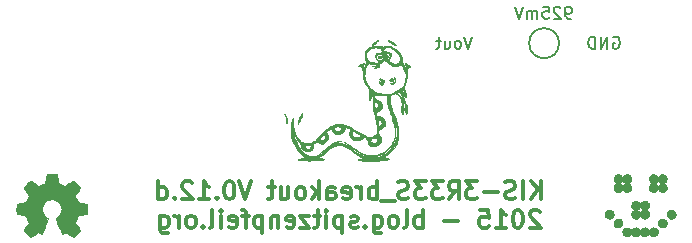
<source format=gbo>
%TF.GenerationSoftware,KiCad,Pcbnew,(2015-04-23 BZR 5622)-product*%
%TF.CreationDate,2015-05-03T17:33:37+02:00*%
%TF.JobID,KIS-3R33S_breakout,4B49532D33523333535F627265616B6F,0.12.d*%
%TF.FileFunction,Legend,Bot*%
%FSLAX46Y46*%
G04 Gerber Fmt 4.6, Leading zero omitted, Abs format (unit mm)*
G04 Created by KiCad (PCBNEW (2015-04-23 BZR 5622)-product) date Sun 03 May 2015 05:33:37 PM CEST*
%MOMM*%
G01*
G04 APERTURE LIST*
%ADD10C,0.100000*%
%ADD11C,0.300000*%
%ADD12C,0.150000*%
%ADD13C,0.002540*%
%ADD14C,0.200000*%
%ADD15C,1.500000*%
%ADD16C,2.000000*%
G04 APERTURE END LIST*
D10*
D11*
X173678570Y-106478571D02*
X173678570Y-104978571D01*
X172821427Y-106478571D02*
X173464284Y-105621429D01*
X172821427Y-104978571D02*
X173678570Y-105835714D01*
X172178570Y-106478571D02*
X172178570Y-104978571D01*
X171535713Y-106407143D02*
X171321427Y-106478571D01*
X170964284Y-106478571D01*
X170821427Y-106407143D01*
X170749998Y-106335714D01*
X170678570Y-106192857D01*
X170678570Y-106050000D01*
X170749998Y-105907143D01*
X170821427Y-105835714D01*
X170964284Y-105764286D01*
X171249998Y-105692857D01*
X171392856Y-105621429D01*
X171464284Y-105550000D01*
X171535713Y-105407143D01*
X171535713Y-105264286D01*
X171464284Y-105121429D01*
X171392856Y-105050000D01*
X171249998Y-104978571D01*
X170892856Y-104978571D01*
X170678570Y-105050000D01*
X170035713Y-105907143D02*
X168892856Y-105907143D01*
X168321427Y-104978571D02*
X167392856Y-104978571D01*
X167892856Y-105550000D01*
X167678570Y-105550000D01*
X167535713Y-105621429D01*
X167464284Y-105692857D01*
X167392856Y-105835714D01*
X167392856Y-106192857D01*
X167464284Y-106335714D01*
X167535713Y-106407143D01*
X167678570Y-106478571D01*
X168107142Y-106478571D01*
X168249999Y-106407143D01*
X168321427Y-106335714D01*
X165892856Y-106478571D02*
X166392856Y-105764286D01*
X166749999Y-106478571D02*
X166749999Y-104978571D01*
X166178571Y-104978571D01*
X166035713Y-105050000D01*
X165964285Y-105121429D01*
X165892856Y-105264286D01*
X165892856Y-105478571D01*
X165964285Y-105621429D01*
X166035713Y-105692857D01*
X166178571Y-105764286D01*
X166749999Y-105764286D01*
X165392856Y-104978571D02*
X164464285Y-104978571D01*
X164964285Y-105550000D01*
X164749999Y-105550000D01*
X164607142Y-105621429D01*
X164535713Y-105692857D01*
X164464285Y-105835714D01*
X164464285Y-106192857D01*
X164535713Y-106335714D01*
X164607142Y-106407143D01*
X164749999Y-106478571D01*
X165178571Y-106478571D01*
X165321428Y-106407143D01*
X165392856Y-106335714D01*
X163964285Y-104978571D02*
X163035714Y-104978571D01*
X163535714Y-105550000D01*
X163321428Y-105550000D01*
X163178571Y-105621429D01*
X163107142Y-105692857D01*
X163035714Y-105835714D01*
X163035714Y-106192857D01*
X163107142Y-106335714D01*
X163178571Y-106407143D01*
X163321428Y-106478571D01*
X163750000Y-106478571D01*
X163892857Y-106407143D01*
X163964285Y-106335714D01*
X162464286Y-106407143D02*
X162250000Y-106478571D01*
X161892857Y-106478571D01*
X161750000Y-106407143D01*
X161678571Y-106335714D01*
X161607143Y-106192857D01*
X161607143Y-106050000D01*
X161678571Y-105907143D01*
X161750000Y-105835714D01*
X161892857Y-105764286D01*
X162178571Y-105692857D01*
X162321429Y-105621429D01*
X162392857Y-105550000D01*
X162464286Y-105407143D01*
X162464286Y-105264286D01*
X162392857Y-105121429D01*
X162321429Y-105050000D01*
X162178571Y-104978571D01*
X161821429Y-104978571D01*
X161607143Y-105050000D01*
X161321429Y-106621429D02*
X160178572Y-106621429D01*
X159821429Y-106478571D02*
X159821429Y-104978571D01*
X159821429Y-105550000D02*
X159678572Y-105478571D01*
X159392858Y-105478571D01*
X159250001Y-105550000D01*
X159178572Y-105621429D01*
X159107143Y-105764286D01*
X159107143Y-106192857D01*
X159178572Y-106335714D01*
X159250001Y-106407143D01*
X159392858Y-106478571D01*
X159678572Y-106478571D01*
X159821429Y-106407143D01*
X158464286Y-106478571D02*
X158464286Y-105478571D01*
X158464286Y-105764286D02*
X158392858Y-105621429D01*
X158321429Y-105550000D01*
X158178572Y-105478571D01*
X158035715Y-105478571D01*
X156964287Y-106407143D02*
X157107144Y-106478571D01*
X157392858Y-106478571D01*
X157535715Y-106407143D01*
X157607144Y-106264286D01*
X157607144Y-105692857D01*
X157535715Y-105550000D01*
X157392858Y-105478571D01*
X157107144Y-105478571D01*
X156964287Y-105550000D01*
X156892858Y-105692857D01*
X156892858Y-105835714D01*
X157607144Y-105978571D01*
X155607144Y-106478571D02*
X155607144Y-105692857D01*
X155678573Y-105550000D01*
X155821430Y-105478571D01*
X156107144Y-105478571D01*
X156250001Y-105550000D01*
X155607144Y-106407143D02*
X155750001Y-106478571D01*
X156107144Y-106478571D01*
X156250001Y-106407143D01*
X156321430Y-106264286D01*
X156321430Y-106121429D01*
X156250001Y-105978571D01*
X156107144Y-105907143D01*
X155750001Y-105907143D01*
X155607144Y-105835714D01*
X154892858Y-106478571D02*
X154892858Y-104978571D01*
X154750001Y-105907143D02*
X154321430Y-106478571D01*
X154321430Y-105478571D02*
X154892858Y-106050000D01*
X153464286Y-106478571D02*
X153607144Y-106407143D01*
X153678572Y-106335714D01*
X153750001Y-106192857D01*
X153750001Y-105764286D01*
X153678572Y-105621429D01*
X153607144Y-105550000D01*
X153464286Y-105478571D01*
X153250001Y-105478571D01*
X153107144Y-105550000D01*
X153035715Y-105621429D01*
X152964286Y-105764286D01*
X152964286Y-106192857D01*
X153035715Y-106335714D01*
X153107144Y-106407143D01*
X153250001Y-106478571D01*
X153464286Y-106478571D01*
X151678572Y-105478571D02*
X151678572Y-106478571D01*
X152321429Y-105478571D02*
X152321429Y-106264286D01*
X152250001Y-106407143D01*
X152107143Y-106478571D01*
X151892858Y-106478571D01*
X151750001Y-106407143D01*
X151678572Y-106335714D01*
X151178572Y-105478571D02*
X150607143Y-105478571D01*
X150964286Y-104978571D02*
X150964286Y-106264286D01*
X150892858Y-106407143D01*
X150750000Y-106478571D01*
X150607143Y-106478571D01*
X149178572Y-104978571D02*
X148678572Y-106478571D01*
X148178572Y-104978571D01*
X147392858Y-104978571D02*
X147250001Y-104978571D01*
X147107144Y-105050000D01*
X147035715Y-105121429D01*
X146964286Y-105264286D01*
X146892858Y-105550000D01*
X146892858Y-105907143D01*
X146964286Y-106192857D01*
X147035715Y-106335714D01*
X147107144Y-106407143D01*
X147250001Y-106478571D01*
X147392858Y-106478571D01*
X147535715Y-106407143D01*
X147607144Y-106335714D01*
X147678572Y-106192857D01*
X147750001Y-105907143D01*
X147750001Y-105550000D01*
X147678572Y-105264286D01*
X147607144Y-105121429D01*
X147535715Y-105050000D01*
X147392858Y-104978571D01*
X146250001Y-106335714D02*
X146178573Y-106407143D01*
X146250001Y-106478571D01*
X146321430Y-106407143D01*
X146250001Y-106335714D01*
X146250001Y-106478571D01*
X144750001Y-106478571D02*
X145607144Y-106478571D01*
X145178572Y-106478571D02*
X145178572Y-104978571D01*
X145321429Y-105192857D01*
X145464287Y-105335714D01*
X145607144Y-105407143D01*
X144178573Y-105121429D02*
X144107144Y-105050000D01*
X143964287Y-104978571D01*
X143607144Y-104978571D01*
X143464287Y-105050000D01*
X143392858Y-105121429D01*
X143321430Y-105264286D01*
X143321430Y-105407143D01*
X143392858Y-105621429D01*
X144250001Y-106478571D01*
X143321430Y-106478571D01*
X142678573Y-106335714D02*
X142607145Y-106407143D01*
X142678573Y-106478571D01*
X142750002Y-106407143D01*
X142678573Y-106335714D01*
X142678573Y-106478571D01*
X141321430Y-106478571D02*
X141321430Y-104978571D01*
X141321430Y-106407143D02*
X141464287Y-106478571D01*
X141750001Y-106478571D01*
X141892859Y-106407143D01*
X141964287Y-106335714D01*
X142035716Y-106192857D01*
X142035716Y-105764286D01*
X141964287Y-105621429D01*
X141892859Y-105550000D01*
X141750001Y-105478571D01*
X141464287Y-105478571D01*
X141321430Y-105550000D01*
X173607143Y-107521429D02*
X173535714Y-107450000D01*
X173392857Y-107378571D01*
X173035714Y-107378571D01*
X172892857Y-107450000D01*
X172821428Y-107521429D01*
X172750000Y-107664286D01*
X172750000Y-107807143D01*
X172821428Y-108021429D01*
X173678571Y-108878571D01*
X172750000Y-108878571D01*
X171821429Y-107378571D02*
X171678572Y-107378571D01*
X171535715Y-107450000D01*
X171464286Y-107521429D01*
X171392857Y-107664286D01*
X171321429Y-107950000D01*
X171321429Y-108307143D01*
X171392857Y-108592857D01*
X171464286Y-108735714D01*
X171535715Y-108807143D01*
X171678572Y-108878571D01*
X171821429Y-108878571D01*
X171964286Y-108807143D01*
X172035715Y-108735714D01*
X172107143Y-108592857D01*
X172178572Y-108307143D01*
X172178572Y-107950000D01*
X172107143Y-107664286D01*
X172035715Y-107521429D01*
X171964286Y-107450000D01*
X171821429Y-107378571D01*
X169892858Y-108878571D02*
X170750001Y-108878571D01*
X170321429Y-108878571D02*
X170321429Y-107378571D01*
X170464286Y-107592857D01*
X170607144Y-107735714D01*
X170750001Y-107807143D01*
X168535715Y-107378571D02*
X169250001Y-107378571D01*
X169321430Y-108092857D01*
X169250001Y-108021429D01*
X169107144Y-107950000D01*
X168750001Y-107950000D01*
X168607144Y-108021429D01*
X168535715Y-108092857D01*
X168464287Y-108235714D01*
X168464287Y-108592857D01*
X168535715Y-108735714D01*
X168607144Y-108807143D01*
X168750001Y-108878571D01*
X169107144Y-108878571D01*
X169250001Y-108807143D01*
X169321430Y-108735714D01*
X166678573Y-108307143D02*
X165535716Y-108307143D01*
X163678573Y-108878571D02*
X163678573Y-107378571D01*
X163678573Y-107950000D02*
X163535716Y-107878571D01*
X163250002Y-107878571D01*
X163107145Y-107950000D01*
X163035716Y-108021429D01*
X162964287Y-108164286D01*
X162964287Y-108592857D01*
X163035716Y-108735714D01*
X163107145Y-108807143D01*
X163250002Y-108878571D01*
X163535716Y-108878571D01*
X163678573Y-108807143D01*
X162107144Y-108878571D02*
X162250002Y-108807143D01*
X162321430Y-108664286D01*
X162321430Y-107378571D01*
X161321430Y-108878571D02*
X161464288Y-108807143D01*
X161535716Y-108735714D01*
X161607145Y-108592857D01*
X161607145Y-108164286D01*
X161535716Y-108021429D01*
X161464288Y-107950000D01*
X161321430Y-107878571D01*
X161107145Y-107878571D01*
X160964288Y-107950000D01*
X160892859Y-108021429D01*
X160821430Y-108164286D01*
X160821430Y-108592857D01*
X160892859Y-108735714D01*
X160964288Y-108807143D01*
X161107145Y-108878571D01*
X161321430Y-108878571D01*
X159535716Y-107878571D02*
X159535716Y-109092857D01*
X159607145Y-109235714D01*
X159678573Y-109307143D01*
X159821430Y-109378571D01*
X160035716Y-109378571D01*
X160178573Y-109307143D01*
X159535716Y-108807143D02*
X159678573Y-108878571D01*
X159964287Y-108878571D01*
X160107145Y-108807143D01*
X160178573Y-108735714D01*
X160250002Y-108592857D01*
X160250002Y-108164286D01*
X160178573Y-108021429D01*
X160107145Y-107950000D01*
X159964287Y-107878571D01*
X159678573Y-107878571D01*
X159535716Y-107950000D01*
X158821430Y-108735714D02*
X158750002Y-108807143D01*
X158821430Y-108878571D01*
X158892859Y-108807143D01*
X158821430Y-108735714D01*
X158821430Y-108878571D01*
X158178573Y-108807143D02*
X158035716Y-108878571D01*
X157750001Y-108878571D01*
X157607144Y-108807143D01*
X157535716Y-108664286D01*
X157535716Y-108592857D01*
X157607144Y-108450000D01*
X157750001Y-108378571D01*
X157964287Y-108378571D01*
X158107144Y-108307143D01*
X158178573Y-108164286D01*
X158178573Y-108092857D01*
X158107144Y-107950000D01*
X157964287Y-107878571D01*
X157750001Y-107878571D01*
X157607144Y-107950000D01*
X156892858Y-107878571D02*
X156892858Y-109378571D01*
X156892858Y-107950000D02*
X156750001Y-107878571D01*
X156464287Y-107878571D01*
X156321430Y-107950000D01*
X156250001Y-108021429D01*
X156178572Y-108164286D01*
X156178572Y-108592857D01*
X156250001Y-108735714D01*
X156321430Y-108807143D01*
X156464287Y-108878571D01*
X156750001Y-108878571D01*
X156892858Y-108807143D01*
X155535715Y-108878571D02*
X155535715Y-107878571D01*
X155535715Y-107378571D02*
X155607144Y-107450000D01*
X155535715Y-107521429D01*
X155464287Y-107450000D01*
X155535715Y-107378571D01*
X155535715Y-107521429D01*
X155035715Y-107878571D02*
X154464286Y-107878571D01*
X154821429Y-107378571D02*
X154821429Y-108664286D01*
X154750001Y-108807143D01*
X154607143Y-108878571D01*
X154464286Y-108878571D01*
X154107143Y-107878571D02*
X153321429Y-107878571D01*
X154107143Y-108878571D01*
X153321429Y-108878571D01*
X152178572Y-108807143D02*
X152321429Y-108878571D01*
X152607143Y-108878571D01*
X152750000Y-108807143D01*
X152821429Y-108664286D01*
X152821429Y-108092857D01*
X152750000Y-107950000D01*
X152607143Y-107878571D01*
X152321429Y-107878571D01*
X152178572Y-107950000D01*
X152107143Y-108092857D01*
X152107143Y-108235714D01*
X152821429Y-108378571D01*
X151464286Y-107878571D02*
X151464286Y-108878571D01*
X151464286Y-108021429D02*
X151392858Y-107950000D01*
X151250000Y-107878571D01*
X151035715Y-107878571D01*
X150892858Y-107950000D01*
X150821429Y-108092857D01*
X150821429Y-108878571D01*
X150107143Y-107878571D02*
X150107143Y-109378571D01*
X150107143Y-107950000D02*
X149964286Y-107878571D01*
X149678572Y-107878571D01*
X149535715Y-107950000D01*
X149464286Y-108021429D01*
X149392857Y-108164286D01*
X149392857Y-108592857D01*
X149464286Y-108735714D01*
X149535715Y-108807143D01*
X149678572Y-108878571D01*
X149964286Y-108878571D01*
X150107143Y-108807143D01*
X148964286Y-107878571D02*
X148392857Y-107878571D01*
X148750000Y-108878571D02*
X148750000Y-107592857D01*
X148678572Y-107450000D01*
X148535714Y-107378571D01*
X148392857Y-107378571D01*
X147321429Y-108807143D02*
X147464286Y-108878571D01*
X147750000Y-108878571D01*
X147892857Y-108807143D01*
X147964286Y-108664286D01*
X147964286Y-108092857D01*
X147892857Y-107950000D01*
X147750000Y-107878571D01*
X147464286Y-107878571D01*
X147321429Y-107950000D01*
X147250000Y-108092857D01*
X147250000Y-108235714D01*
X147964286Y-108378571D01*
X146607143Y-108878571D02*
X146607143Y-107878571D01*
X146607143Y-107378571D02*
X146678572Y-107450000D01*
X146607143Y-107521429D01*
X146535715Y-107450000D01*
X146607143Y-107378571D01*
X146607143Y-107521429D01*
X145678571Y-108878571D02*
X145821429Y-108807143D01*
X145892857Y-108664286D01*
X145892857Y-107378571D01*
X145107143Y-108735714D02*
X145035715Y-108807143D01*
X145107143Y-108878571D01*
X145178572Y-108807143D01*
X145107143Y-108735714D01*
X145107143Y-108878571D01*
X144178571Y-108878571D02*
X144321429Y-108807143D01*
X144392857Y-108735714D01*
X144464286Y-108592857D01*
X144464286Y-108164286D01*
X144392857Y-108021429D01*
X144321429Y-107950000D01*
X144178571Y-107878571D01*
X143964286Y-107878571D01*
X143821429Y-107950000D01*
X143750000Y-108021429D01*
X143678571Y-108164286D01*
X143678571Y-108592857D01*
X143750000Y-108735714D01*
X143821429Y-108807143D01*
X143964286Y-108878571D01*
X144178571Y-108878571D01*
X143035714Y-108878571D02*
X143035714Y-107878571D01*
X143035714Y-108164286D02*
X142964286Y-108021429D01*
X142892857Y-107950000D01*
X142750000Y-107878571D01*
X142607143Y-107878571D01*
X141464286Y-107878571D02*
X141464286Y-109092857D01*
X141535715Y-109235714D01*
X141607143Y-109307143D01*
X141750000Y-109378571D01*
X141964286Y-109378571D01*
X142107143Y-109307143D01*
X141464286Y-108807143D02*
X141607143Y-108878571D01*
X141892857Y-108878571D01*
X142035715Y-108807143D01*
X142107143Y-108735714D01*
X142178572Y-108592857D01*
X142178572Y-108164286D01*
X142107143Y-108021429D01*
X142035715Y-107950000D01*
X141892857Y-107878571D01*
X141607143Y-107878571D01*
X141464286Y-107950000D01*
D10*
G36*
X152508062Y-100334373D02*
X152510293Y-100448042D01*
X152513572Y-100557094D01*
X152520908Y-100720934D01*
X152531682Y-100871238D01*
X152545037Y-100998305D01*
X152560116Y-101092433D01*
X152561360Y-101098199D01*
X152657206Y-101439305D01*
X152789661Y-101767942D01*
X152955639Y-102078887D01*
X152973340Y-102104844D01*
X152973340Y-101794530D01*
X152976909Y-101788194D01*
X152998593Y-101814189D01*
X153034546Y-101867391D01*
X153066098Y-101918007D01*
X153119716Y-102004664D01*
X153169797Y-102080986D01*
X153222475Y-102155215D01*
X153283880Y-102235593D01*
X153360145Y-102330361D01*
X153457401Y-102447763D01*
X153483002Y-102478376D01*
X153549717Y-102558716D01*
X153589854Y-102609235D01*
X153605191Y-102632994D01*
X153597507Y-102633052D01*
X153568580Y-102612467D01*
X153554702Y-102601687D01*
X153501980Y-102553829D01*
X153433344Y-102482465D01*
X153359135Y-102398671D01*
X153311513Y-102341174D01*
X153225601Y-102228182D01*
X153143758Y-102109643D01*
X153071594Y-101994627D01*
X153014717Y-101892199D01*
X152978738Y-101811428D01*
X152973340Y-101794530D01*
X152973340Y-102104844D01*
X153152056Y-102366916D01*
X153375829Y-102626805D01*
X153572819Y-102811240D01*
X153652461Y-102881969D01*
X153702075Y-102933592D01*
X153719430Y-102963654D01*
X153716405Y-102969349D01*
X153685004Y-102978641D01*
X153620924Y-102992524D01*
X153534387Y-103008907D01*
X153462051Y-103021385D01*
X153320627Y-103046664D01*
X153220422Y-103069345D01*
X153159398Y-103090562D01*
X153135514Y-103111447D01*
X153146732Y-103133132D01*
X153191014Y-103156751D01*
X153206966Y-103163073D01*
X153253991Y-103172590D01*
X153337770Y-103180987D01*
X153451647Y-103188158D01*
X153588969Y-103193998D01*
X153743081Y-103198402D01*
X153852820Y-103200314D01*
X153852820Y-102804017D01*
X153863675Y-102793163D01*
X153874530Y-102804017D01*
X153863675Y-102814872D01*
X153852820Y-102804017D01*
X153852820Y-103200314D01*
X153907329Y-103201264D01*
X154075060Y-103202479D01*
X154122221Y-103202325D01*
X154122221Y-102909070D01*
X154135043Y-102904761D01*
X154181505Y-102913090D01*
X154211026Y-102923419D01*
X154234702Y-102937768D01*
X154221880Y-102942077D01*
X154175418Y-102933748D01*
X154145897Y-102923419D01*
X154122221Y-102909070D01*
X154122221Y-103202325D01*
X154239618Y-103201943D01*
X154394350Y-103199549D01*
X154532602Y-103195193D01*
X154647720Y-103188769D01*
X154677778Y-103186332D01*
X154867401Y-103168620D01*
X155032135Y-103151582D01*
X155168447Y-103135671D01*
X155272801Y-103121338D01*
X155341664Y-103109036D01*
X155371502Y-103099216D01*
X155372479Y-103097488D01*
X155352900Y-103086525D01*
X155301574Y-103071823D01*
X155229686Y-103056579D01*
X155113763Y-103030947D01*
X155018862Y-103001569D01*
X154951641Y-102971065D01*
X154918762Y-102942051D01*
X154916581Y-102933492D01*
X154933233Y-102900859D01*
X154972755Y-102861405D01*
X155019493Y-102828342D01*
X155057132Y-102814872D01*
X155081135Y-102801397D01*
X155132428Y-102763877D01*
X155205458Y-102706668D01*
X155294673Y-102634126D01*
X155394521Y-102550608D01*
X155401851Y-102544390D01*
X155583003Y-102392948D01*
X155738613Y-102268703D01*
X155873999Y-102168309D01*
X155994478Y-102088423D01*
X156105368Y-102025698D01*
X156211988Y-101976791D01*
X156319654Y-101938354D01*
X156402809Y-101914769D01*
X156526209Y-101889565D01*
X156645320Y-101880646D01*
X156764454Y-101889712D01*
X156887924Y-101918462D01*
X157020043Y-101968597D01*
X157165122Y-102041816D01*
X157327474Y-102139820D01*
X157511412Y-102264308D01*
X157721247Y-102416980D01*
X157770542Y-102453937D01*
X157939019Y-102578014D01*
X158083406Y-102677642D01*
X158211634Y-102757695D01*
X158331634Y-102823047D01*
X158451338Y-102878572D01*
X158483431Y-102892017D01*
X158560594Y-102925678D01*
X158619465Y-102955112D01*
X158650635Y-102975464D01*
X158653262Y-102979626D01*
X158633004Y-103000420D01*
X158574431Y-103024143D01*
X158482413Y-103049242D01*
X158361822Y-103074161D01*
X158350677Y-103076173D01*
X158250247Y-103097301D01*
X158192528Y-103117209D01*
X158177632Y-103135955D01*
X158205670Y-103153601D01*
X158276757Y-103170204D01*
X158391003Y-103185825D01*
X158548521Y-103200524D01*
X158591628Y-103203835D01*
X158783043Y-103214536D01*
X159004110Y-103221065D01*
X159243017Y-103223512D01*
X159487952Y-103221969D01*
X159727103Y-103216527D01*
X159948657Y-103207276D01*
X160140803Y-103194307D01*
X160170256Y-103191687D01*
X160355916Y-103173641D01*
X160502607Y-103157370D01*
X160614707Y-103142149D01*
X160696593Y-103127250D01*
X160752643Y-103111945D01*
X160787236Y-103095509D01*
X160796890Y-103087628D01*
X160816168Y-103051538D01*
X160795185Y-103021114D01*
X160733022Y-102995816D01*
X160628759Y-102975108D01*
X160597181Y-102970737D01*
X160504138Y-102958327D01*
X160443796Y-102946561D01*
X160416759Y-102931178D01*
X160423628Y-102907918D01*
X160465008Y-102872519D01*
X160541501Y-102820720D01*
X160626154Y-102766047D01*
X160794476Y-102640906D01*
X160962706Y-102485411D01*
X161123509Y-102308579D01*
X161269548Y-102119428D01*
X161393489Y-101926976D01*
X161487998Y-101740242D01*
X161514019Y-101674456D01*
X161555439Y-101551047D01*
X161585806Y-101435994D01*
X161606680Y-101318510D01*
X161619625Y-101187805D01*
X161626201Y-101033092D01*
X161627918Y-100887695D01*
X161626346Y-100735578D01*
X161619713Y-100595120D01*
X161606620Y-100460674D01*
X161585671Y-100326594D01*
X161555467Y-100187230D01*
X161514610Y-100036936D01*
X161461701Y-99870065D01*
X161395344Y-99680968D01*
X161314140Y-99463998D01*
X161216691Y-99213507D01*
X161208104Y-99191730D01*
X161130433Y-98990603D01*
X161063922Y-98809550D01*
X161010287Y-98653547D01*
X160971246Y-98527572D01*
X160949751Y-98442756D01*
X160924972Y-98288189D01*
X160912008Y-98129372D01*
X160911059Y-97978538D01*
X160922324Y-97847919D01*
X160938777Y-97771016D01*
X160969177Y-97670003D01*
X160911640Y-97683907D01*
X160831045Y-97705791D01*
X160785287Y-97726840D01*
X160766338Y-97753141D01*
X160766171Y-97790782D01*
X160766637Y-97793882D01*
X160771247Y-97838640D01*
X160776852Y-97915951D01*
X160782746Y-98014984D01*
X160788221Y-98124905D01*
X160788255Y-98125641D01*
X160801918Y-98313675D01*
X160824779Y-98492854D01*
X160855206Y-98654407D01*
X160891567Y-98789566D01*
X160929330Y-98883990D01*
X160958607Y-98947187D01*
X160999247Y-99042948D01*
X161048020Y-99162945D01*
X161101694Y-99298847D01*
X161157039Y-99442328D01*
X161210824Y-99585058D01*
X161259817Y-99718708D01*
X161300788Y-99834950D01*
X161317308Y-99884103D01*
X161415594Y-100228461D01*
X161476656Y-100551691D01*
X161500174Y-100855544D01*
X161485826Y-101141771D01*
X161433292Y-101412123D01*
X161342249Y-101668351D01*
X161212377Y-101912207D01*
X161043354Y-102145441D01*
X160866970Y-102338330D01*
X160642708Y-102533449D01*
X160400800Y-102691055D01*
X160144252Y-102809568D01*
X159876067Y-102887407D01*
X159794712Y-102902443D01*
X159660151Y-102916434D01*
X159497980Y-102921390D01*
X159321988Y-102917926D01*
X159145965Y-102906657D01*
X158983701Y-102888196D01*
X158848985Y-102863159D01*
X158835128Y-102859690D01*
X158633087Y-102791169D01*
X158410484Y-102685036D01*
X158167124Y-102541188D01*
X157902816Y-102359521D01*
X157901624Y-102358651D01*
X157701112Y-102212995D01*
X157530754Y-102091553D01*
X157386223Y-101992149D01*
X157263191Y-101912611D01*
X157157333Y-101850763D01*
X157064321Y-101804431D01*
X156979829Y-101771441D01*
X156899529Y-101749618D01*
X156819096Y-101736789D01*
X156734201Y-101730778D01*
X156649447Y-101729402D01*
X156521818Y-101733854D01*
X156414481Y-101749487D01*
X156305007Y-101779716D01*
X156293126Y-101783657D01*
X156210366Y-101814346D01*
X156128222Y-101851694D01*
X156042025Y-101898843D01*
X155947107Y-101958935D01*
X155838798Y-102035113D01*
X155712432Y-102130521D01*
X155563338Y-102248299D01*
X155386848Y-102391591D01*
X155372479Y-102403371D01*
X155206558Y-102536243D01*
X155057568Y-102649073D01*
X154929578Y-102738939D01*
X154826656Y-102802921D01*
X154786325Y-102824074D01*
X154710342Y-102860439D01*
X154764615Y-102814147D01*
X155007423Y-102607842D01*
X155221279Y-102428287D01*
X155409589Y-102273282D01*
X155575761Y-102140629D01*
X155723201Y-102028128D01*
X155855316Y-101933579D01*
X155975512Y-101854783D01*
X156087198Y-101789541D01*
X156193778Y-101735653D01*
X156298661Y-101690919D01*
X156405253Y-101653140D01*
X156516961Y-101620117D01*
X156637192Y-101589651D01*
X156675043Y-101580770D01*
X156723865Y-101569067D01*
X156738586Y-101563548D01*
X156716405Y-101563540D01*
X156654519Y-101568369D01*
X156631624Y-101570330D01*
X156498546Y-101588173D01*
X156355573Y-101617852D01*
X156219108Y-101655290D01*
X156105555Y-101696409D01*
X156082777Y-101706735D01*
X156005059Y-101752070D01*
X155897252Y-101827918D01*
X155759804Y-101933926D01*
X155593167Y-102069745D01*
X155397790Y-102235023D01*
X155326977Y-102296063D01*
X155168732Y-102430615D01*
X155034383Y-102538947D01*
X154917323Y-102625736D01*
X154810943Y-102695659D01*
X154708635Y-102753395D01*
X154620457Y-102796147D01*
X154536995Y-102831722D01*
X154472749Y-102850593D01*
X154408536Y-102856324D01*
X154325174Y-102852479D01*
X154319573Y-102852055D01*
X154115106Y-102815097D01*
X153915660Y-102735805D01*
X153720906Y-102613962D01*
X153530515Y-102449349D01*
X153344158Y-102241750D01*
X153288734Y-102170719D01*
X153230739Y-102084923D01*
X153161785Y-101968450D01*
X153086779Y-101831038D01*
X153010628Y-101682427D01*
X152938238Y-101532354D01*
X152874517Y-101390560D01*
X152824372Y-101266782D01*
X152803859Y-101208376D01*
X152777157Y-101121778D01*
X152755138Y-101043030D01*
X152739264Y-100978744D01*
X152730998Y-100935529D01*
X152731803Y-100919995D01*
X152743142Y-100938754D01*
X152745234Y-100943516D01*
X152781386Y-101011001D01*
X152841587Y-101100194D01*
X152927853Y-101213846D01*
X153042200Y-101354706D01*
X153079898Y-101399843D01*
X153171321Y-101510443D01*
X153238229Y-101597228D01*
X153285196Y-101668617D01*
X153316796Y-101733028D01*
X153337602Y-101798879D01*
X153352188Y-101874591D01*
X153357477Y-101910759D01*
X153377771Y-102025244D01*
X153405520Y-102110189D01*
X153446679Y-102179446D01*
X153498027Y-102237715D01*
X153616753Y-102327182D01*
X153679926Y-102351193D01*
X153679926Y-101983380D01*
X153687909Y-101937794D01*
X153720947Y-101907038D01*
X153754431Y-101891115D01*
X153852100Y-101866575D01*
X153966644Y-101861396D01*
X154076075Y-101875579D01*
X154124885Y-101891115D01*
X154175528Y-101917929D01*
X154196464Y-101952224D01*
X154200171Y-102000698D01*
X154180814Y-102081256D01*
X154128521Y-102145008D01*
X154051961Y-102187569D01*
X153959804Y-102204554D01*
X153860718Y-102191577D01*
X153837952Y-102183928D01*
X153766221Y-102139671D01*
X153710209Y-102073895D01*
X153681490Y-102001291D01*
X153679926Y-101983380D01*
X153679926Y-102351193D01*
X153761248Y-102382104D01*
X153930483Y-102402100D01*
X153941671Y-102402181D01*
X154089025Y-102389643D01*
X154208746Y-102349193D01*
X154309191Y-102277210D01*
X154361284Y-102220359D01*
X154394827Y-102176085D01*
X154414231Y-102137295D01*
X154422739Y-102090369D01*
X154423593Y-102021686D01*
X154421840Y-101965987D01*
X154419829Y-101877860D01*
X154423331Y-101821056D01*
X154434824Y-101783583D01*
X154456783Y-101753453D01*
X154468190Y-101741631D01*
X154556731Y-101682331D01*
X154667059Y-101653887D01*
X154790040Y-101656672D01*
X154916537Y-101691064D01*
X154960081Y-101711682D01*
X154960081Y-101383330D01*
X154978339Y-101320977D01*
X155026444Y-101249825D01*
X155094791Y-101179198D01*
X155173774Y-101118424D01*
X155253787Y-101076829D01*
X155285625Y-101067269D01*
X155347122Y-101065021D01*
X155392915Y-101077439D01*
X155428785Y-101117704D01*
X155435393Y-101177615D01*
X155416975Y-101249188D01*
X155377763Y-101324442D01*
X155321992Y-101395393D01*
X155253895Y-101454060D01*
X155177706Y-101492459D01*
X155171822Y-101494288D01*
X155096383Y-101501532D01*
X155026643Y-101483300D01*
X154987137Y-101452697D01*
X154964296Y-101407047D01*
X154960081Y-101383330D01*
X154960081Y-101711682D01*
X154979016Y-101720649D01*
X155099665Y-101764142D01*
X155222966Y-101765813D01*
X155344669Y-101726706D01*
X155460524Y-101647866D01*
X155520550Y-101587563D01*
X155603665Y-101464722D01*
X155654233Y-101327584D01*
X155672022Y-101184756D01*
X155656797Y-101044844D01*
X155608327Y-100916455D01*
X155541236Y-100823262D01*
X155511016Y-100787432D01*
X155510037Y-100762523D01*
X155537156Y-100728479D01*
X155593161Y-100679959D01*
X155669203Y-100630933D01*
X155750636Y-100589237D01*
X155822815Y-100562704D01*
X155857183Y-100557298D01*
X155920889Y-100575839D01*
X155984667Y-100623896D01*
X156035681Y-100689529D01*
X156058129Y-100744270D01*
X156099845Y-100830985D01*
X156175079Y-100901240D01*
X156181922Y-100904693D01*
X156181922Y-100482257D01*
X156193846Y-100419001D01*
X156243115Y-100366545D01*
X156262564Y-100355232D01*
X156331917Y-100333034D01*
X156424067Y-100321255D01*
X156525952Y-100319493D01*
X156624511Y-100327347D01*
X156706683Y-100344416D01*
X156759408Y-100370299D01*
X156759632Y-100370502D01*
X156798424Y-100425530D01*
X156797689Y-100488068D01*
X156758872Y-100561319D01*
X156678073Y-100643285D01*
X156580225Y-100693554D01*
X156475237Y-100709260D01*
X156373020Y-100687538D01*
X156353751Y-100678434D01*
X156263522Y-100617814D01*
X156205697Y-100550475D01*
X156181922Y-100482257D01*
X156181922Y-100904693D01*
X156276135Y-100952236D01*
X156395316Y-100981172D01*
X156524926Y-100985248D01*
X156656346Y-100961932D01*
X156804579Y-100899356D01*
X156925528Y-100807961D01*
X157015098Y-100692268D01*
X157069190Y-100556793D01*
X157080450Y-100494190D01*
X157090201Y-100428873D01*
X157103863Y-100396002D01*
X157128307Y-100384707D01*
X157150246Y-100383758D01*
X157224486Y-100391265D01*
X157315882Y-100410084D01*
X157407445Y-100435737D01*
X157482187Y-100463747D01*
X157510019Y-100478568D01*
X157555114Y-100530551D01*
X157562303Y-100600265D01*
X157531574Y-100684244D01*
X157510855Y-100717850D01*
X157466337Y-100819756D01*
X157458608Y-100933069D01*
X157484794Y-101051527D01*
X157542022Y-101168869D01*
X157627417Y-101278834D01*
X157721686Y-101360872D01*
X157721686Y-100936039D01*
X157732125Y-100840426D01*
X157747635Y-100799810D01*
X157796328Y-100737522D01*
X157857704Y-100716106D01*
X157933162Y-100735327D01*
X157978189Y-100761142D01*
X158028880Y-100798141D01*
X158059895Y-100827433D01*
X158064444Y-100836188D01*
X158083165Y-100852963D01*
X158130027Y-100873293D01*
X158150304Y-100879877D01*
X158255897Y-100925574D01*
X158327908Y-100987174D01*
X158363252Y-101060517D01*
X158358842Y-101141447D01*
X158354272Y-101154741D01*
X158317014Y-101196544D01*
X158248674Y-101227412D01*
X158160538Y-101245902D01*
X158063892Y-101250572D01*
X157970022Y-101239981D01*
X157892312Y-101213770D01*
X157829987Y-101172234D01*
X157778881Y-101122453D01*
X157775951Y-101118591D01*
X157736873Y-101035271D01*
X157721686Y-100936039D01*
X157721686Y-101360872D01*
X157738106Y-101375162D01*
X157841044Y-101437251D01*
X157915704Y-101471159D01*
X157982568Y-101490485D01*
X158059910Y-101499108D01*
X158140878Y-101500904D01*
X158240543Y-101498541D01*
X158313780Y-101488545D01*
X158377356Y-101467676D01*
X158421628Y-101446649D01*
X158492431Y-101401378D01*
X158547842Y-101349962D01*
X158563987Y-101327247D01*
X158606880Y-101271223D01*
X158656565Y-101230624D01*
X158694661Y-101213266D01*
X158730168Y-101212874D01*
X158779543Y-101231118D01*
X158811734Y-101246369D01*
X158919081Y-101321423D01*
X159003645Y-101426398D01*
X159059606Y-101551246D01*
X159081141Y-101685919D01*
X159080893Y-101710946D01*
X159098015Y-101803766D01*
X159152425Y-101886759D01*
X159238001Y-101951034D01*
X159250412Y-101957227D01*
X159264365Y-101962280D01*
X159264365Y-101520878D01*
X159272254Y-101445792D01*
X159276391Y-101435951D01*
X159318730Y-101386035D01*
X159393531Y-101338178D01*
X159489924Y-101297175D01*
X159597038Y-101267820D01*
X159684756Y-101255837D01*
X159817973Y-101247051D01*
X159844213Y-101326559D01*
X159857314Y-101431050D01*
X159831841Y-101533635D01*
X159772050Y-101625295D01*
X159682202Y-101697012D01*
X159664982Y-101706204D01*
X159587293Y-101735900D01*
X159518156Y-101737258D01*
X159444415Y-101708417D01*
X159377863Y-101665632D01*
X159299506Y-101594016D01*
X159264365Y-101520878D01*
X159264365Y-101962280D01*
X159306742Y-101977627D01*
X159373870Y-101987190D01*
X159465405Y-101987427D01*
X159505925Y-101985575D01*
X159679048Y-101960595D01*
X159831954Y-101907262D01*
X159871667Y-101882856D01*
X159871667Y-99935934D01*
X159884868Y-99839623D01*
X159886414Y-99834738D01*
X159918650Y-99768269D01*
X159959933Y-99740899D01*
X160012197Y-99752924D01*
X160077373Y-99804637D01*
X160138913Y-99873320D01*
X160185806Y-99935976D01*
X160206862Y-99982505D01*
X160207752Y-100026653D01*
X160206076Y-100036073D01*
X160164329Y-100142283D01*
X160090111Y-100228931D01*
X160054376Y-100254448D01*
X159993062Y-100281136D01*
X159950154Y-100271062D01*
X159919376Y-100221492D01*
X159909432Y-100191302D01*
X159880106Y-100057044D01*
X159871667Y-99935934D01*
X159871667Y-101882856D01*
X159959749Y-101828726D01*
X160057535Y-101728138D01*
X160120419Y-101608648D01*
X160127630Y-101585461D01*
X160146263Y-101446069D01*
X160131768Y-101294468D01*
X160087207Y-101142438D01*
X160015645Y-101001753D01*
X159954565Y-100920214D01*
X159911605Y-100865414D01*
X159894953Y-100822196D01*
X159898335Y-100773447D01*
X159899190Y-100769238D01*
X159920600Y-100697934D01*
X159956218Y-100641037D01*
X160013903Y-100590630D01*
X160101514Y-100538794D01*
X160154387Y-100512114D01*
X160277924Y-100447191D01*
X160365912Y-100386768D01*
X160424222Y-100322333D01*
X160458728Y-100245369D01*
X160475302Y-100147365D01*
X160479683Y-100040484D01*
X160471894Y-99914265D01*
X160441774Y-99809187D01*
X160383455Y-99710771D01*
X160311881Y-99626385D01*
X160180950Y-99517403D01*
X160027377Y-99444726D01*
X159881262Y-99412851D01*
X159803179Y-99399671D01*
X159759213Y-99377559D01*
X159740075Y-99338668D01*
X159736401Y-99290444D01*
X159745092Y-99228549D01*
X159775132Y-99169140D01*
X159831419Y-99106262D01*
X159918852Y-99033964D01*
X159989683Y-98982614D01*
X160107749Y-98895434D01*
X160190920Y-98820559D01*
X160242813Y-98750244D01*
X160267045Y-98676745D01*
X160267232Y-98592315D01*
X160246992Y-98489210D01*
X160237221Y-98452555D01*
X160202203Y-98348240D01*
X160157388Y-98265295D01*
X160095293Y-98195854D01*
X160008440Y-98132052D01*
X159889345Y-98066022D01*
X159851858Y-98047362D01*
X159737041Y-97987003D01*
X159658606Y-97934082D01*
X159611544Y-97882919D01*
X159590844Y-97827838D01*
X159591499Y-97763160D01*
X159592885Y-97753792D01*
X159598797Y-97699177D01*
X159590354Y-97675047D01*
X159564815Y-97669744D01*
X159532746Y-97684818D01*
X159507355Y-97731561D01*
X159488277Y-97812252D01*
X159475144Y-97929172D01*
X159467589Y-98084601D01*
X159465245Y-98280820D01*
X159465253Y-98288462D01*
X159466007Y-98409273D01*
X159468542Y-98516043D01*
X159473813Y-98614971D01*
X159482776Y-98712257D01*
X159496388Y-98814101D01*
X159515605Y-98926702D01*
X159541384Y-99056261D01*
X159574679Y-99208977D01*
X159585295Y-99255251D01*
X159585295Y-98398796D01*
X159593004Y-98312532D01*
X159609884Y-98253010D01*
X159613312Y-98247116D01*
X159650980Y-98210339D01*
X159695584Y-98209066D01*
X159750866Y-98244598D01*
X159820565Y-98318232D01*
X159821576Y-98319437D01*
X159885856Y-98405615D01*
X159917975Y-98477245D01*
X159920834Y-98545387D01*
X159899432Y-98616151D01*
X159848742Y-98710258D01*
X159791674Y-98771214D01*
X159732927Y-98796792D01*
X159677199Y-98784769D01*
X159634576Y-98741607D01*
X159611398Y-98683208D01*
X159595072Y-98597618D01*
X159586177Y-98498319D01*
X159585295Y-98398796D01*
X159585295Y-99255251D01*
X159616449Y-99391050D01*
X159667648Y-99608680D01*
X159671179Y-99623590D01*
X159726674Y-99860953D01*
X159771385Y-100060808D01*
X159805746Y-100227592D01*
X159830189Y-100365742D01*
X159845147Y-100479696D01*
X159851052Y-100573890D01*
X159848337Y-100652762D01*
X159837435Y-100720748D01*
X159818777Y-100782287D01*
X159792798Y-100841814D01*
X159790413Y-100846628D01*
X159711996Y-100970365D01*
X159612152Y-101077238D01*
X159498632Y-101162205D01*
X159379189Y-101220224D01*
X159261575Y-101246252D01*
X159182090Y-101242300D01*
X159105190Y-101220093D01*
X158997605Y-101177818D01*
X158865423Y-101118487D01*
X158714732Y-101045114D01*
X158551621Y-100960714D01*
X158382180Y-100868300D01*
X158212496Y-100770886D01*
X158129573Y-100721311D01*
X157910395Y-100590222D01*
X157721545Y-100481548D01*
X157557876Y-100392672D01*
X157414239Y-100320975D01*
X157285488Y-100263839D01*
X157166475Y-100218646D01*
X157096287Y-100195771D01*
X157009121Y-100170678D01*
X156933353Y-100153811D01*
X156856094Y-100143612D01*
X156764457Y-100138523D01*
X156645552Y-100136987D01*
X156609914Y-100136975D01*
X156466359Y-100140278D01*
X156335119Y-100151343D01*
X156212583Y-100172435D01*
X156095140Y-100205815D01*
X155979178Y-100253745D01*
X155861087Y-100318489D01*
X155737255Y-100402308D01*
X155604072Y-100507466D01*
X155457926Y-100636225D01*
X155295206Y-100790846D01*
X155112301Y-100973594D01*
X154905600Y-101186730D01*
X154862308Y-101231926D01*
X154762860Y-101334805D01*
X154684686Y-101411992D01*
X154619854Y-101469926D01*
X154560435Y-101515045D01*
X154498498Y-101553788D01*
X154426113Y-101592593D01*
X154404752Y-101603412D01*
X154196439Y-101690449D01*
X153998500Y-101736135D01*
X153808543Y-101740620D01*
X153624177Y-101704054D01*
X153508623Y-101659457D01*
X153418269Y-101604290D01*
X153316150Y-101519809D01*
X153210813Y-101415075D01*
X153110807Y-101299149D01*
X153024681Y-101181089D01*
X152970374Y-101088975D01*
X152883958Y-100903067D01*
X152816981Y-100716866D01*
X152767223Y-100520850D01*
X152732463Y-100305494D01*
X152710480Y-100061276D01*
X152704585Y-99949231D01*
X152688967Y-99591026D01*
X152651268Y-99673911D01*
X152629048Y-99731611D01*
X152600924Y-99817160D01*
X152571466Y-99916270D01*
X152557520Y-99966988D01*
X152537136Y-100046042D01*
X152522721Y-100112596D01*
X152513552Y-100176362D01*
X152508907Y-100247050D01*
X152508062Y-100334373D01*
X152508062Y-100334373D01*
X152508062Y-100334373D01*
G37*
X152508062Y-100334373D02*
X152510293Y-100448042D01*
X152513572Y-100557094D01*
X152520908Y-100720934D01*
X152531682Y-100871238D01*
X152545037Y-100998305D01*
X152560116Y-101092433D01*
X152561360Y-101098199D01*
X152657206Y-101439305D01*
X152789661Y-101767942D01*
X152955639Y-102078887D01*
X152973340Y-102104844D01*
X152973340Y-101794530D01*
X152976909Y-101788194D01*
X152998593Y-101814189D01*
X153034546Y-101867391D01*
X153066098Y-101918007D01*
X153119716Y-102004664D01*
X153169797Y-102080986D01*
X153222475Y-102155215D01*
X153283880Y-102235593D01*
X153360145Y-102330361D01*
X153457401Y-102447763D01*
X153483002Y-102478376D01*
X153549717Y-102558716D01*
X153589854Y-102609235D01*
X153605191Y-102632994D01*
X153597507Y-102633052D01*
X153568580Y-102612467D01*
X153554702Y-102601687D01*
X153501980Y-102553829D01*
X153433344Y-102482465D01*
X153359135Y-102398671D01*
X153311513Y-102341174D01*
X153225601Y-102228182D01*
X153143758Y-102109643D01*
X153071594Y-101994627D01*
X153014717Y-101892199D01*
X152978738Y-101811428D01*
X152973340Y-101794530D01*
X152973340Y-102104844D01*
X153152056Y-102366916D01*
X153375829Y-102626805D01*
X153572819Y-102811240D01*
X153652461Y-102881969D01*
X153702075Y-102933592D01*
X153719430Y-102963654D01*
X153716405Y-102969349D01*
X153685004Y-102978641D01*
X153620924Y-102992524D01*
X153534387Y-103008907D01*
X153462051Y-103021385D01*
X153320627Y-103046664D01*
X153220422Y-103069345D01*
X153159398Y-103090562D01*
X153135514Y-103111447D01*
X153146732Y-103133132D01*
X153191014Y-103156751D01*
X153206966Y-103163073D01*
X153253991Y-103172590D01*
X153337770Y-103180987D01*
X153451647Y-103188158D01*
X153588969Y-103193998D01*
X153743081Y-103198402D01*
X153852820Y-103200314D01*
X153852820Y-102804017D01*
X153863675Y-102793163D01*
X153874530Y-102804017D01*
X153863675Y-102814872D01*
X153852820Y-102804017D01*
X153852820Y-103200314D01*
X153907329Y-103201264D01*
X154075060Y-103202479D01*
X154122221Y-103202325D01*
X154122221Y-102909070D01*
X154135043Y-102904761D01*
X154181505Y-102913090D01*
X154211026Y-102923419D01*
X154234702Y-102937768D01*
X154221880Y-102942077D01*
X154175418Y-102933748D01*
X154145897Y-102923419D01*
X154122221Y-102909070D01*
X154122221Y-103202325D01*
X154239618Y-103201943D01*
X154394350Y-103199549D01*
X154532602Y-103195193D01*
X154647720Y-103188769D01*
X154677778Y-103186332D01*
X154867401Y-103168620D01*
X155032135Y-103151582D01*
X155168447Y-103135671D01*
X155272801Y-103121338D01*
X155341664Y-103109036D01*
X155371502Y-103099216D01*
X155372479Y-103097488D01*
X155352900Y-103086525D01*
X155301574Y-103071823D01*
X155229686Y-103056579D01*
X155113763Y-103030947D01*
X155018862Y-103001569D01*
X154951641Y-102971065D01*
X154918762Y-102942051D01*
X154916581Y-102933492D01*
X154933233Y-102900859D01*
X154972755Y-102861405D01*
X155019493Y-102828342D01*
X155057132Y-102814872D01*
X155081135Y-102801397D01*
X155132428Y-102763877D01*
X155205458Y-102706668D01*
X155294673Y-102634126D01*
X155394521Y-102550608D01*
X155401851Y-102544390D01*
X155583003Y-102392948D01*
X155738613Y-102268703D01*
X155873999Y-102168309D01*
X155994478Y-102088423D01*
X156105368Y-102025698D01*
X156211988Y-101976791D01*
X156319654Y-101938354D01*
X156402809Y-101914769D01*
X156526209Y-101889565D01*
X156645320Y-101880646D01*
X156764454Y-101889712D01*
X156887924Y-101918462D01*
X157020043Y-101968597D01*
X157165122Y-102041816D01*
X157327474Y-102139820D01*
X157511412Y-102264308D01*
X157721247Y-102416980D01*
X157770542Y-102453937D01*
X157939019Y-102578014D01*
X158083406Y-102677642D01*
X158211634Y-102757695D01*
X158331634Y-102823047D01*
X158451338Y-102878572D01*
X158483431Y-102892017D01*
X158560594Y-102925678D01*
X158619465Y-102955112D01*
X158650635Y-102975464D01*
X158653262Y-102979626D01*
X158633004Y-103000420D01*
X158574431Y-103024143D01*
X158482413Y-103049242D01*
X158361822Y-103074161D01*
X158350677Y-103076173D01*
X158250247Y-103097301D01*
X158192528Y-103117209D01*
X158177632Y-103135955D01*
X158205670Y-103153601D01*
X158276757Y-103170204D01*
X158391003Y-103185825D01*
X158548521Y-103200524D01*
X158591628Y-103203835D01*
X158783043Y-103214536D01*
X159004110Y-103221065D01*
X159243017Y-103223512D01*
X159487952Y-103221969D01*
X159727103Y-103216527D01*
X159948657Y-103207276D01*
X160140803Y-103194307D01*
X160170256Y-103191687D01*
X160355916Y-103173641D01*
X160502607Y-103157370D01*
X160614707Y-103142149D01*
X160696593Y-103127250D01*
X160752643Y-103111945D01*
X160787236Y-103095509D01*
X160796890Y-103087628D01*
X160816168Y-103051538D01*
X160795185Y-103021114D01*
X160733022Y-102995816D01*
X160628759Y-102975108D01*
X160597181Y-102970737D01*
X160504138Y-102958327D01*
X160443796Y-102946561D01*
X160416759Y-102931178D01*
X160423628Y-102907918D01*
X160465008Y-102872519D01*
X160541501Y-102820720D01*
X160626154Y-102766047D01*
X160794476Y-102640906D01*
X160962706Y-102485411D01*
X161123509Y-102308579D01*
X161269548Y-102119428D01*
X161393489Y-101926976D01*
X161487998Y-101740242D01*
X161514019Y-101674456D01*
X161555439Y-101551047D01*
X161585806Y-101435994D01*
X161606680Y-101318510D01*
X161619625Y-101187805D01*
X161626201Y-101033092D01*
X161627918Y-100887695D01*
X161626346Y-100735578D01*
X161619713Y-100595120D01*
X161606620Y-100460674D01*
X161585671Y-100326594D01*
X161555467Y-100187230D01*
X161514610Y-100036936D01*
X161461701Y-99870065D01*
X161395344Y-99680968D01*
X161314140Y-99463998D01*
X161216691Y-99213507D01*
X161208104Y-99191730D01*
X161130433Y-98990603D01*
X161063922Y-98809550D01*
X161010287Y-98653547D01*
X160971246Y-98527572D01*
X160949751Y-98442756D01*
X160924972Y-98288189D01*
X160912008Y-98129372D01*
X160911059Y-97978538D01*
X160922324Y-97847919D01*
X160938777Y-97771016D01*
X160969177Y-97670003D01*
X160911640Y-97683907D01*
X160831045Y-97705791D01*
X160785287Y-97726840D01*
X160766338Y-97753141D01*
X160766171Y-97790782D01*
X160766637Y-97793882D01*
X160771247Y-97838640D01*
X160776852Y-97915951D01*
X160782746Y-98014984D01*
X160788221Y-98124905D01*
X160788255Y-98125641D01*
X160801918Y-98313675D01*
X160824779Y-98492854D01*
X160855206Y-98654407D01*
X160891567Y-98789566D01*
X160929330Y-98883990D01*
X160958607Y-98947187D01*
X160999247Y-99042948D01*
X161048020Y-99162945D01*
X161101694Y-99298847D01*
X161157039Y-99442328D01*
X161210824Y-99585058D01*
X161259817Y-99718708D01*
X161300788Y-99834950D01*
X161317308Y-99884103D01*
X161415594Y-100228461D01*
X161476656Y-100551691D01*
X161500174Y-100855544D01*
X161485826Y-101141771D01*
X161433292Y-101412123D01*
X161342249Y-101668351D01*
X161212377Y-101912207D01*
X161043354Y-102145441D01*
X160866970Y-102338330D01*
X160642708Y-102533449D01*
X160400800Y-102691055D01*
X160144252Y-102809568D01*
X159876067Y-102887407D01*
X159794712Y-102902443D01*
X159660151Y-102916434D01*
X159497980Y-102921390D01*
X159321988Y-102917926D01*
X159145965Y-102906657D01*
X158983701Y-102888196D01*
X158848985Y-102863159D01*
X158835128Y-102859690D01*
X158633087Y-102791169D01*
X158410484Y-102685036D01*
X158167124Y-102541188D01*
X157902816Y-102359521D01*
X157901624Y-102358651D01*
X157701112Y-102212995D01*
X157530754Y-102091553D01*
X157386223Y-101992149D01*
X157263191Y-101912611D01*
X157157333Y-101850763D01*
X157064321Y-101804431D01*
X156979829Y-101771441D01*
X156899529Y-101749618D01*
X156819096Y-101736789D01*
X156734201Y-101730778D01*
X156649447Y-101729402D01*
X156521818Y-101733854D01*
X156414481Y-101749487D01*
X156305007Y-101779716D01*
X156293126Y-101783657D01*
X156210366Y-101814346D01*
X156128222Y-101851694D01*
X156042025Y-101898843D01*
X155947107Y-101958935D01*
X155838798Y-102035113D01*
X155712432Y-102130521D01*
X155563338Y-102248299D01*
X155386848Y-102391591D01*
X155372479Y-102403371D01*
X155206558Y-102536243D01*
X155057568Y-102649073D01*
X154929578Y-102738939D01*
X154826656Y-102802921D01*
X154786325Y-102824074D01*
X154710342Y-102860439D01*
X154764615Y-102814147D01*
X155007423Y-102607842D01*
X155221279Y-102428287D01*
X155409589Y-102273282D01*
X155575761Y-102140629D01*
X155723201Y-102028128D01*
X155855316Y-101933579D01*
X155975512Y-101854783D01*
X156087198Y-101789541D01*
X156193778Y-101735653D01*
X156298661Y-101690919D01*
X156405253Y-101653140D01*
X156516961Y-101620117D01*
X156637192Y-101589651D01*
X156675043Y-101580770D01*
X156723865Y-101569067D01*
X156738586Y-101563548D01*
X156716405Y-101563540D01*
X156654519Y-101568369D01*
X156631624Y-101570330D01*
X156498546Y-101588173D01*
X156355573Y-101617852D01*
X156219108Y-101655290D01*
X156105555Y-101696409D01*
X156082777Y-101706735D01*
X156005059Y-101752070D01*
X155897252Y-101827918D01*
X155759804Y-101933926D01*
X155593167Y-102069745D01*
X155397790Y-102235023D01*
X155326977Y-102296063D01*
X155168732Y-102430615D01*
X155034383Y-102538947D01*
X154917323Y-102625736D01*
X154810943Y-102695659D01*
X154708635Y-102753395D01*
X154620457Y-102796147D01*
X154536995Y-102831722D01*
X154472749Y-102850593D01*
X154408536Y-102856324D01*
X154325174Y-102852479D01*
X154319573Y-102852055D01*
X154115106Y-102815097D01*
X153915660Y-102735805D01*
X153720906Y-102613962D01*
X153530515Y-102449349D01*
X153344158Y-102241750D01*
X153288734Y-102170719D01*
X153230739Y-102084923D01*
X153161785Y-101968450D01*
X153086779Y-101831038D01*
X153010628Y-101682427D01*
X152938238Y-101532354D01*
X152874517Y-101390560D01*
X152824372Y-101266782D01*
X152803859Y-101208376D01*
X152777157Y-101121778D01*
X152755138Y-101043030D01*
X152739264Y-100978744D01*
X152730998Y-100935529D01*
X152731803Y-100919995D01*
X152743142Y-100938754D01*
X152745234Y-100943516D01*
X152781386Y-101011001D01*
X152841587Y-101100194D01*
X152927853Y-101213846D01*
X153042200Y-101354706D01*
X153079898Y-101399843D01*
X153171321Y-101510443D01*
X153238229Y-101597228D01*
X153285196Y-101668617D01*
X153316796Y-101733028D01*
X153337602Y-101798879D01*
X153352188Y-101874591D01*
X153357477Y-101910759D01*
X153377771Y-102025244D01*
X153405520Y-102110189D01*
X153446679Y-102179446D01*
X153498027Y-102237715D01*
X153616753Y-102327182D01*
X153679926Y-102351193D01*
X153679926Y-101983380D01*
X153687909Y-101937794D01*
X153720947Y-101907038D01*
X153754431Y-101891115D01*
X153852100Y-101866575D01*
X153966644Y-101861396D01*
X154076075Y-101875579D01*
X154124885Y-101891115D01*
X154175528Y-101917929D01*
X154196464Y-101952224D01*
X154200171Y-102000698D01*
X154180814Y-102081256D01*
X154128521Y-102145008D01*
X154051961Y-102187569D01*
X153959804Y-102204554D01*
X153860718Y-102191577D01*
X153837952Y-102183928D01*
X153766221Y-102139671D01*
X153710209Y-102073895D01*
X153681490Y-102001291D01*
X153679926Y-101983380D01*
X153679926Y-102351193D01*
X153761248Y-102382104D01*
X153930483Y-102402100D01*
X153941671Y-102402181D01*
X154089025Y-102389643D01*
X154208746Y-102349193D01*
X154309191Y-102277210D01*
X154361284Y-102220359D01*
X154394827Y-102176085D01*
X154414231Y-102137295D01*
X154422739Y-102090369D01*
X154423593Y-102021686D01*
X154421840Y-101965987D01*
X154419829Y-101877860D01*
X154423331Y-101821056D01*
X154434824Y-101783583D01*
X154456783Y-101753453D01*
X154468190Y-101741631D01*
X154556731Y-101682331D01*
X154667059Y-101653887D01*
X154790040Y-101656672D01*
X154916537Y-101691064D01*
X154960081Y-101711682D01*
X154960081Y-101383330D01*
X154978339Y-101320977D01*
X155026444Y-101249825D01*
X155094791Y-101179198D01*
X155173774Y-101118424D01*
X155253787Y-101076829D01*
X155285625Y-101067269D01*
X155347122Y-101065021D01*
X155392915Y-101077439D01*
X155428785Y-101117704D01*
X155435393Y-101177615D01*
X155416975Y-101249188D01*
X155377763Y-101324442D01*
X155321992Y-101395393D01*
X155253895Y-101454060D01*
X155177706Y-101492459D01*
X155171822Y-101494288D01*
X155096383Y-101501532D01*
X155026643Y-101483300D01*
X154987137Y-101452697D01*
X154964296Y-101407047D01*
X154960081Y-101383330D01*
X154960081Y-101711682D01*
X154979016Y-101720649D01*
X155099665Y-101764142D01*
X155222966Y-101765813D01*
X155344669Y-101726706D01*
X155460524Y-101647866D01*
X155520550Y-101587563D01*
X155603665Y-101464722D01*
X155654233Y-101327584D01*
X155672022Y-101184756D01*
X155656797Y-101044844D01*
X155608327Y-100916455D01*
X155541236Y-100823262D01*
X155511016Y-100787432D01*
X155510037Y-100762523D01*
X155537156Y-100728479D01*
X155593161Y-100679959D01*
X155669203Y-100630933D01*
X155750636Y-100589237D01*
X155822815Y-100562704D01*
X155857183Y-100557298D01*
X155920889Y-100575839D01*
X155984667Y-100623896D01*
X156035681Y-100689529D01*
X156058129Y-100744270D01*
X156099845Y-100830985D01*
X156175079Y-100901240D01*
X156181922Y-100904693D01*
X156181922Y-100482257D01*
X156193846Y-100419001D01*
X156243115Y-100366545D01*
X156262564Y-100355232D01*
X156331917Y-100333034D01*
X156424067Y-100321255D01*
X156525952Y-100319493D01*
X156624511Y-100327347D01*
X156706683Y-100344416D01*
X156759408Y-100370299D01*
X156759632Y-100370502D01*
X156798424Y-100425530D01*
X156797689Y-100488068D01*
X156758872Y-100561319D01*
X156678073Y-100643285D01*
X156580225Y-100693554D01*
X156475237Y-100709260D01*
X156373020Y-100687538D01*
X156353751Y-100678434D01*
X156263522Y-100617814D01*
X156205697Y-100550475D01*
X156181922Y-100482257D01*
X156181922Y-100904693D01*
X156276135Y-100952236D01*
X156395316Y-100981172D01*
X156524926Y-100985248D01*
X156656346Y-100961932D01*
X156804579Y-100899356D01*
X156925528Y-100807961D01*
X157015098Y-100692268D01*
X157069190Y-100556793D01*
X157080450Y-100494190D01*
X157090201Y-100428873D01*
X157103863Y-100396002D01*
X157128307Y-100384707D01*
X157150246Y-100383758D01*
X157224486Y-100391265D01*
X157315882Y-100410084D01*
X157407445Y-100435737D01*
X157482187Y-100463747D01*
X157510019Y-100478568D01*
X157555114Y-100530551D01*
X157562303Y-100600265D01*
X157531574Y-100684244D01*
X157510855Y-100717850D01*
X157466337Y-100819756D01*
X157458608Y-100933069D01*
X157484794Y-101051527D01*
X157542022Y-101168869D01*
X157627417Y-101278834D01*
X157721686Y-101360872D01*
X157721686Y-100936039D01*
X157732125Y-100840426D01*
X157747635Y-100799810D01*
X157796328Y-100737522D01*
X157857704Y-100716106D01*
X157933162Y-100735327D01*
X157978189Y-100761142D01*
X158028880Y-100798141D01*
X158059895Y-100827433D01*
X158064444Y-100836188D01*
X158083165Y-100852963D01*
X158130027Y-100873293D01*
X158150304Y-100879877D01*
X158255897Y-100925574D01*
X158327908Y-100987174D01*
X158363252Y-101060517D01*
X158358842Y-101141447D01*
X158354272Y-101154741D01*
X158317014Y-101196544D01*
X158248674Y-101227412D01*
X158160538Y-101245902D01*
X158063892Y-101250572D01*
X157970022Y-101239981D01*
X157892312Y-101213770D01*
X157829987Y-101172234D01*
X157778881Y-101122453D01*
X157775951Y-101118591D01*
X157736873Y-101035271D01*
X157721686Y-100936039D01*
X157721686Y-101360872D01*
X157738106Y-101375162D01*
X157841044Y-101437251D01*
X157915704Y-101471159D01*
X157982568Y-101490485D01*
X158059910Y-101499108D01*
X158140878Y-101500904D01*
X158240543Y-101498541D01*
X158313780Y-101488545D01*
X158377356Y-101467676D01*
X158421628Y-101446649D01*
X158492431Y-101401378D01*
X158547842Y-101349962D01*
X158563987Y-101327247D01*
X158606880Y-101271223D01*
X158656565Y-101230624D01*
X158694661Y-101213266D01*
X158730168Y-101212874D01*
X158779543Y-101231118D01*
X158811734Y-101246369D01*
X158919081Y-101321423D01*
X159003645Y-101426398D01*
X159059606Y-101551246D01*
X159081141Y-101685919D01*
X159080893Y-101710946D01*
X159098015Y-101803766D01*
X159152425Y-101886759D01*
X159238001Y-101951034D01*
X159250412Y-101957227D01*
X159264365Y-101962280D01*
X159264365Y-101520878D01*
X159272254Y-101445792D01*
X159276391Y-101435951D01*
X159318730Y-101386035D01*
X159393531Y-101338178D01*
X159489924Y-101297175D01*
X159597038Y-101267820D01*
X159684756Y-101255837D01*
X159817973Y-101247051D01*
X159844213Y-101326559D01*
X159857314Y-101431050D01*
X159831841Y-101533635D01*
X159772050Y-101625295D01*
X159682202Y-101697012D01*
X159664982Y-101706204D01*
X159587293Y-101735900D01*
X159518156Y-101737258D01*
X159444415Y-101708417D01*
X159377863Y-101665632D01*
X159299506Y-101594016D01*
X159264365Y-101520878D01*
X159264365Y-101962280D01*
X159306742Y-101977627D01*
X159373870Y-101987190D01*
X159465405Y-101987427D01*
X159505925Y-101985575D01*
X159679048Y-101960595D01*
X159831954Y-101907262D01*
X159871667Y-101882856D01*
X159871667Y-99935934D01*
X159884868Y-99839623D01*
X159886414Y-99834738D01*
X159918650Y-99768269D01*
X159959933Y-99740899D01*
X160012197Y-99752924D01*
X160077373Y-99804637D01*
X160138913Y-99873320D01*
X160185806Y-99935976D01*
X160206862Y-99982505D01*
X160207752Y-100026653D01*
X160206076Y-100036073D01*
X160164329Y-100142283D01*
X160090111Y-100228931D01*
X160054376Y-100254448D01*
X159993062Y-100281136D01*
X159950154Y-100271062D01*
X159919376Y-100221492D01*
X159909432Y-100191302D01*
X159880106Y-100057044D01*
X159871667Y-99935934D01*
X159871667Y-101882856D01*
X159959749Y-101828726D01*
X160057535Y-101728138D01*
X160120419Y-101608648D01*
X160127630Y-101585461D01*
X160146263Y-101446069D01*
X160131768Y-101294468D01*
X160087207Y-101142438D01*
X160015645Y-101001753D01*
X159954565Y-100920214D01*
X159911605Y-100865414D01*
X159894953Y-100822196D01*
X159898335Y-100773447D01*
X159899190Y-100769238D01*
X159920600Y-100697934D01*
X159956218Y-100641037D01*
X160013903Y-100590630D01*
X160101514Y-100538794D01*
X160154387Y-100512114D01*
X160277924Y-100447191D01*
X160365912Y-100386768D01*
X160424222Y-100322333D01*
X160458728Y-100245369D01*
X160475302Y-100147365D01*
X160479683Y-100040484D01*
X160471894Y-99914265D01*
X160441774Y-99809187D01*
X160383455Y-99710771D01*
X160311881Y-99626385D01*
X160180950Y-99517403D01*
X160027377Y-99444726D01*
X159881262Y-99412851D01*
X159803179Y-99399671D01*
X159759213Y-99377559D01*
X159740075Y-99338668D01*
X159736401Y-99290444D01*
X159745092Y-99228549D01*
X159775132Y-99169140D01*
X159831419Y-99106262D01*
X159918852Y-99033964D01*
X159989683Y-98982614D01*
X160107749Y-98895434D01*
X160190920Y-98820559D01*
X160242813Y-98750244D01*
X160267045Y-98676745D01*
X160267232Y-98592315D01*
X160246992Y-98489210D01*
X160237221Y-98452555D01*
X160202203Y-98348240D01*
X160157388Y-98265295D01*
X160095293Y-98195854D01*
X160008440Y-98132052D01*
X159889345Y-98066022D01*
X159851858Y-98047362D01*
X159737041Y-97987003D01*
X159658606Y-97934082D01*
X159611544Y-97882919D01*
X159590844Y-97827838D01*
X159591499Y-97763160D01*
X159592885Y-97753792D01*
X159598797Y-97699177D01*
X159590354Y-97675047D01*
X159564815Y-97669744D01*
X159532746Y-97684818D01*
X159507355Y-97731561D01*
X159488277Y-97812252D01*
X159475144Y-97929172D01*
X159467589Y-98084601D01*
X159465245Y-98280820D01*
X159465253Y-98288462D01*
X159466007Y-98409273D01*
X159468542Y-98516043D01*
X159473813Y-98614971D01*
X159482776Y-98712257D01*
X159496388Y-98814101D01*
X159515605Y-98926702D01*
X159541384Y-99056261D01*
X159574679Y-99208977D01*
X159585295Y-99255251D01*
X159585295Y-98398796D01*
X159593004Y-98312532D01*
X159609884Y-98253010D01*
X159613312Y-98247116D01*
X159650980Y-98210339D01*
X159695584Y-98209066D01*
X159750866Y-98244598D01*
X159820565Y-98318232D01*
X159821576Y-98319437D01*
X159885856Y-98405615D01*
X159917975Y-98477245D01*
X159920834Y-98545387D01*
X159899432Y-98616151D01*
X159848742Y-98710258D01*
X159791674Y-98771214D01*
X159732927Y-98796792D01*
X159677199Y-98784769D01*
X159634576Y-98741607D01*
X159611398Y-98683208D01*
X159595072Y-98597618D01*
X159586177Y-98498319D01*
X159585295Y-98398796D01*
X159585295Y-99255251D01*
X159616449Y-99391050D01*
X159667648Y-99608680D01*
X159671179Y-99623590D01*
X159726674Y-99860953D01*
X159771385Y-100060808D01*
X159805746Y-100227592D01*
X159830189Y-100365742D01*
X159845147Y-100479696D01*
X159851052Y-100573890D01*
X159848337Y-100652762D01*
X159837435Y-100720748D01*
X159818777Y-100782287D01*
X159792798Y-100841814D01*
X159790413Y-100846628D01*
X159711996Y-100970365D01*
X159612152Y-101077238D01*
X159498632Y-101162205D01*
X159379189Y-101220224D01*
X159261575Y-101246252D01*
X159182090Y-101242300D01*
X159105190Y-101220093D01*
X158997605Y-101177818D01*
X158865423Y-101118487D01*
X158714732Y-101045114D01*
X158551621Y-100960714D01*
X158382180Y-100868300D01*
X158212496Y-100770886D01*
X158129573Y-100721311D01*
X157910395Y-100590222D01*
X157721545Y-100481548D01*
X157557876Y-100392672D01*
X157414239Y-100320975D01*
X157285488Y-100263839D01*
X157166475Y-100218646D01*
X157096287Y-100195771D01*
X157009121Y-100170678D01*
X156933353Y-100153811D01*
X156856094Y-100143612D01*
X156764457Y-100138523D01*
X156645552Y-100136987D01*
X156609914Y-100136975D01*
X156466359Y-100140278D01*
X156335119Y-100151343D01*
X156212583Y-100172435D01*
X156095140Y-100205815D01*
X155979178Y-100253745D01*
X155861087Y-100318489D01*
X155737255Y-100402308D01*
X155604072Y-100507466D01*
X155457926Y-100636225D01*
X155295206Y-100790846D01*
X155112301Y-100973594D01*
X154905600Y-101186730D01*
X154862308Y-101231926D01*
X154762860Y-101334805D01*
X154684686Y-101411992D01*
X154619854Y-101469926D01*
X154560435Y-101515045D01*
X154498498Y-101553788D01*
X154426113Y-101592593D01*
X154404752Y-101603412D01*
X154196439Y-101690449D01*
X153998500Y-101736135D01*
X153808543Y-101740620D01*
X153624177Y-101704054D01*
X153508623Y-101659457D01*
X153418269Y-101604290D01*
X153316150Y-101519809D01*
X153210813Y-101415075D01*
X153110807Y-101299149D01*
X153024681Y-101181089D01*
X152970374Y-101088975D01*
X152883958Y-100903067D01*
X152816981Y-100716866D01*
X152767223Y-100520850D01*
X152732463Y-100305494D01*
X152710480Y-100061276D01*
X152704585Y-99949231D01*
X152688967Y-99591026D01*
X152651268Y-99673911D01*
X152629048Y-99731611D01*
X152600924Y-99817160D01*
X152571466Y-99916270D01*
X152557520Y-99966988D01*
X152537136Y-100046042D01*
X152522721Y-100112596D01*
X152513552Y-100176362D01*
X152508907Y-100247050D01*
X152508062Y-100334373D01*
X152508062Y-100334373D01*
G36*
X157072414Y-101648953D02*
X157078642Y-101658065D01*
X157114637Y-101684307D01*
X157182938Y-101729988D01*
X157250585Y-101774281D01*
X157328518Y-101827175D01*
X157430222Y-101899192D01*
X157545224Y-101982758D01*
X157663051Y-102070301D01*
X157727949Y-102119449D01*
X157942670Y-102280443D01*
X158131155Y-102414351D01*
X158298985Y-102523634D01*
X158451739Y-102610751D01*
X158594997Y-102678164D01*
X158734338Y-102728333D01*
X158875343Y-102763718D01*
X159023592Y-102786779D01*
X159184663Y-102799977D01*
X159280171Y-102803906D01*
X159402431Y-102805708D01*
X159521949Y-102804206D01*
X159625435Y-102799765D01*
X159699601Y-102792752D01*
X159702659Y-102792284D01*
X159986498Y-102727805D01*
X160246112Y-102627481D01*
X160482572Y-102490758D01*
X160696944Y-102317080D01*
X160780158Y-102233509D01*
X160984886Y-101987752D01*
X161147377Y-101732425D01*
X161267575Y-101467647D01*
X161345423Y-101193538D01*
X161377834Y-100959043D01*
X161378955Y-100761286D01*
X161355528Y-100529156D01*
X161307836Y-100263894D01*
X161236165Y-99966743D01*
X161140802Y-99638946D01*
X161022029Y-99281743D01*
X160941624Y-99059146D01*
X160922493Y-99001355D01*
X160895951Y-98912777D01*
X160865269Y-98804707D01*
X160833720Y-98688441D01*
X160828428Y-98668376D01*
X160796139Y-98540143D01*
X160773484Y-98433456D01*
X160758318Y-98333174D01*
X160748495Y-98224157D01*
X160741871Y-98091264D01*
X160740238Y-98046007D01*
X160735142Y-97916934D01*
X160729625Y-97825900D01*
X160722995Y-97767525D01*
X160714558Y-97736431D01*
X160703621Y-97727237D01*
X160699285Y-97728116D01*
X160683483Y-97755769D01*
X160673530Y-97820216D01*
X160669492Y-97915216D01*
X160671434Y-98034532D01*
X160679425Y-98171925D01*
X160693004Y-98316454D01*
X160701489Y-98380040D01*
X160713876Y-98447958D01*
X160731599Y-98525214D01*
X160756092Y-98616815D01*
X160788791Y-98727765D01*
X160831128Y-98863071D01*
X160884538Y-99027738D01*
X160950456Y-99226773D01*
X160974228Y-99297949D01*
X161056178Y-99544770D01*
X161124598Y-99755863D01*
X161180668Y-99936351D01*
X161225567Y-100091358D01*
X161260476Y-100226006D01*
X161286573Y-100345420D01*
X161305038Y-100454723D01*
X161317050Y-100559037D01*
X161323790Y-100663487D01*
X161326437Y-100773195D01*
X161326601Y-100828462D01*
X161322095Y-101016789D01*
X161307934Y-101174327D01*
X161281827Y-101313076D01*
X161241483Y-101445037D01*
X161184611Y-101582209D01*
X161181349Y-101589296D01*
X161075407Y-101785035D01*
X160942598Y-101977202D01*
X160790941Y-102156531D01*
X160628456Y-102313756D01*
X160463162Y-102439613D01*
X160424431Y-102463842D01*
X160188281Y-102587989D01*
X159952076Y-102675891D01*
X159705787Y-102730230D01*
X159439385Y-102753684D01*
X159334444Y-102755074D01*
X159177015Y-102750617D01*
X159032950Y-102737166D01*
X158896888Y-102712420D01*
X158763471Y-102674080D01*
X158627338Y-102619844D01*
X158483131Y-102547411D01*
X158325490Y-102454482D01*
X158149056Y-102338754D01*
X157948469Y-102197928D01*
X157821144Y-102105451D01*
X157635766Y-101972965D01*
X157467819Y-101859732D01*
X157321441Y-101768379D01*
X157200771Y-101701529D01*
X157139105Y-101672883D01*
X157093415Y-101654663D01*
X157072414Y-101648953D01*
X157072414Y-101648953D01*
X157072414Y-101648953D01*
G37*
X157072414Y-101648953D02*
X157078642Y-101658065D01*
X157114637Y-101684307D01*
X157182938Y-101729988D01*
X157250585Y-101774281D01*
X157328518Y-101827175D01*
X157430222Y-101899192D01*
X157545224Y-101982758D01*
X157663051Y-102070301D01*
X157727949Y-102119449D01*
X157942670Y-102280443D01*
X158131155Y-102414351D01*
X158298985Y-102523634D01*
X158451739Y-102610751D01*
X158594997Y-102678164D01*
X158734338Y-102728333D01*
X158875343Y-102763718D01*
X159023592Y-102786779D01*
X159184663Y-102799977D01*
X159280171Y-102803906D01*
X159402431Y-102805708D01*
X159521949Y-102804206D01*
X159625435Y-102799765D01*
X159699601Y-102792752D01*
X159702659Y-102792284D01*
X159986498Y-102727805D01*
X160246112Y-102627481D01*
X160482572Y-102490758D01*
X160696944Y-102317080D01*
X160780158Y-102233509D01*
X160984886Y-101987752D01*
X161147377Y-101732425D01*
X161267575Y-101467647D01*
X161345423Y-101193538D01*
X161377834Y-100959043D01*
X161378955Y-100761286D01*
X161355528Y-100529156D01*
X161307836Y-100263894D01*
X161236165Y-99966743D01*
X161140802Y-99638946D01*
X161022029Y-99281743D01*
X160941624Y-99059146D01*
X160922493Y-99001355D01*
X160895951Y-98912777D01*
X160865269Y-98804707D01*
X160833720Y-98688441D01*
X160828428Y-98668376D01*
X160796139Y-98540143D01*
X160773484Y-98433456D01*
X160758318Y-98333174D01*
X160748495Y-98224157D01*
X160741871Y-98091264D01*
X160740238Y-98046007D01*
X160735142Y-97916934D01*
X160729625Y-97825900D01*
X160722995Y-97767525D01*
X160714558Y-97736431D01*
X160703621Y-97727237D01*
X160699285Y-97728116D01*
X160683483Y-97755769D01*
X160673530Y-97820216D01*
X160669492Y-97915216D01*
X160671434Y-98034532D01*
X160679425Y-98171925D01*
X160693004Y-98316454D01*
X160701489Y-98380040D01*
X160713876Y-98447958D01*
X160731599Y-98525214D01*
X160756092Y-98616815D01*
X160788791Y-98727765D01*
X160831128Y-98863071D01*
X160884538Y-99027738D01*
X160950456Y-99226773D01*
X160974228Y-99297949D01*
X161056178Y-99544770D01*
X161124598Y-99755863D01*
X161180668Y-99936351D01*
X161225567Y-100091358D01*
X161260476Y-100226006D01*
X161286573Y-100345420D01*
X161305038Y-100454723D01*
X161317050Y-100559037D01*
X161323790Y-100663487D01*
X161326437Y-100773195D01*
X161326601Y-100828462D01*
X161322095Y-101016789D01*
X161307934Y-101174327D01*
X161281827Y-101313076D01*
X161241483Y-101445037D01*
X161184611Y-101582209D01*
X161181349Y-101589296D01*
X161075407Y-101785035D01*
X160942598Y-101977202D01*
X160790941Y-102156531D01*
X160628456Y-102313756D01*
X160463162Y-102439613D01*
X160424431Y-102463842D01*
X160188281Y-102587989D01*
X159952076Y-102675891D01*
X159705787Y-102730230D01*
X159439385Y-102753684D01*
X159334444Y-102755074D01*
X159177015Y-102750617D01*
X159032950Y-102737166D01*
X158896888Y-102712420D01*
X158763471Y-102674080D01*
X158627338Y-102619844D01*
X158483131Y-102547411D01*
X158325490Y-102454482D01*
X158149056Y-102338754D01*
X157948469Y-102197928D01*
X157821144Y-102105451D01*
X157635766Y-101972965D01*
X157467819Y-101859732D01*
X157321441Y-101768379D01*
X157200771Y-101701529D01*
X157139105Y-101672883D01*
X157093415Y-101654663D01*
X157072414Y-101648953D01*
X157072414Y-101648953D01*
G36*
X157022393Y-101631710D02*
X157033248Y-101642564D01*
X157044103Y-101631710D01*
X157033248Y-101620855D01*
X157022393Y-101631710D01*
X157022393Y-101631710D01*
X157022393Y-101631710D01*
G37*
X157022393Y-101631710D02*
X157033248Y-101642564D01*
X157044103Y-101631710D01*
X157033248Y-101620855D01*
X157022393Y-101631710D01*
X157022393Y-101631710D01*
G36*
X153115904Y-100084644D02*
X153122818Y-100138117D01*
X153133676Y-100153781D01*
X153152836Y-100149221D01*
X153158120Y-100116062D01*
X153172867Y-100027541D01*
X153215414Y-99914183D01*
X153283221Y-99782211D01*
X153319094Y-99721962D01*
X153394596Y-99596659D01*
X153447670Y-99499768D01*
X153481271Y-99424473D01*
X153498355Y-99363961D01*
X153501876Y-99311416D01*
X153501262Y-99301851D01*
X153491741Y-99250067D01*
X153476603Y-99223075D01*
X153472906Y-99221966D01*
X153445944Y-99240480D01*
X153406308Y-99290576D01*
X153358792Y-99364087D01*
X153308191Y-99452847D01*
X153259299Y-99548686D01*
X153216909Y-99643439D01*
X153200027Y-99686828D01*
X153164687Y-99796580D01*
X153138067Y-99905231D01*
X153121397Y-100004134D01*
X153115904Y-100084644D01*
X153115904Y-100084644D01*
X153115904Y-100084644D01*
G37*
X153115904Y-100084644D02*
X153122818Y-100138117D01*
X153133676Y-100153781D01*
X153152836Y-100149221D01*
X153158120Y-100116062D01*
X153172867Y-100027541D01*
X153215414Y-99914183D01*
X153283221Y-99782211D01*
X153319094Y-99721962D01*
X153394596Y-99596659D01*
X153447670Y-99499768D01*
X153481271Y-99424473D01*
X153498355Y-99363961D01*
X153501876Y-99311416D01*
X153501262Y-99301851D01*
X153491741Y-99250067D01*
X153476603Y-99223075D01*
X153472906Y-99221966D01*
X153445944Y-99240480D01*
X153406308Y-99290576D01*
X153358792Y-99364087D01*
X153308191Y-99452847D01*
X153259299Y-99548686D01*
X153216909Y-99643439D01*
X153200027Y-99686828D01*
X153164687Y-99796580D01*
X153138067Y-99905231D01*
X153121397Y-100004134D01*
X153115904Y-100084644D01*
X153115904Y-100084644D01*
G36*
X151952609Y-99237214D02*
X151953780Y-99262026D01*
X151972879Y-99288117D01*
X152012956Y-99335038D01*
X152044006Y-99390213D01*
X152068248Y-99461252D01*
X152087900Y-99555766D01*
X152105179Y-99681363D01*
X152115652Y-99777973D01*
X152128807Y-99896095D01*
X152141136Y-99976996D01*
X152154194Y-100026811D01*
X152169533Y-100051671D01*
X152186530Y-100057778D01*
X152197356Y-100036670D01*
X152201047Y-99974606D01*
X152197497Y-99873477D01*
X152197151Y-99867821D01*
X152165073Y-99644883D01*
X152125480Y-99510971D01*
X152085773Y-99412367D01*
X152044233Y-99329396D01*
X152005020Y-99268647D01*
X151972296Y-99236710D01*
X151952609Y-99237214D01*
X151952609Y-99237214D01*
X151952609Y-99237214D01*
G37*
X151952609Y-99237214D02*
X151953780Y-99262026D01*
X151972879Y-99288117D01*
X152012956Y-99335038D01*
X152044006Y-99390213D01*
X152068248Y-99461252D01*
X152087900Y-99555766D01*
X152105179Y-99681363D01*
X152115652Y-99777973D01*
X152128807Y-99896095D01*
X152141136Y-99976996D01*
X152154194Y-100026811D01*
X152169533Y-100051671D01*
X152186530Y-100057778D01*
X152197356Y-100036670D01*
X152201047Y-99974606D01*
X152197497Y-99873477D01*
X152197151Y-99867821D01*
X152165073Y-99644883D01*
X152125480Y-99510971D01*
X152085773Y-99412367D01*
X152044233Y-99329396D01*
X152005020Y-99268647D01*
X151972296Y-99236710D01*
X151952609Y-99237214D01*
X151952609Y-99237214D01*
G36*
X158246496Y-95187848D02*
X158249464Y-95195664D01*
X158277599Y-95209048D01*
X158331344Y-95216207D01*
X158347640Y-95216582D01*
X158405496Y-95221656D01*
X158444926Y-95243968D01*
X158484080Y-95294148D01*
X158486628Y-95297992D01*
X158530829Y-95383164D01*
X158567167Y-95494947D01*
X158596801Y-95638235D01*
X158620889Y-95817925D01*
X158629170Y-95900428D01*
X158647814Y-96061283D01*
X158672895Y-96218990D01*
X158702422Y-96364045D01*
X158734408Y-96486947D01*
X158762229Y-96565159D01*
X158762229Y-95988158D01*
X158764710Y-95785913D01*
X158785491Y-95586625D01*
X158824263Y-95400730D01*
X158880722Y-95238661D01*
X158906453Y-95186043D01*
X158961875Y-95104122D01*
X159027629Y-95038278D01*
X159094459Y-94995813D01*
X159153103Y-94984035D01*
X159160768Y-94985402D01*
X159204514Y-94996851D01*
X159273272Y-95015618D01*
X159334444Y-95032672D01*
X159422938Y-95052106D01*
X159520892Y-95061290D01*
X159642752Y-95061333D01*
X159686642Y-95059707D01*
X159793627Y-95053717D01*
X159872178Y-95044382D01*
X159937278Y-95028237D01*
X160003910Y-95001819D01*
X160066556Y-94971867D01*
X160156690Y-94921362D01*
X160244272Y-94862543D01*
X160311085Y-94807703D01*
X160313769Y-94805072D01*
X160345847Y-94773231D01*
X160345847Y-93858643D01*
X160357643Y-93804822D01*
X160402499Y-93739198D01*
X160402619Y-93739056D01*
X160494239Y-93662258D01*
X160608241Y-93619123D01*
X160739908Y-93609388D01*
X160884526Y-93632791D01*
X161037377Y-93689069D01*
X161193747Y-93777960D01*
X161201978Y-93783532D01*
X161281442Y-93844856D01*
X161372693Y-93926413D01*
X161467608Y-94019684D01*
X161558067Y-94116152D01*
X161635947Y-94207298D01*
X161693128Y-94284604D01*
X161714004Y-94320557D01*
X161757346Y-94444612D01*
X161773306Y-94572849D01*
X161760172Y-94689294D01*
X161755263Y-94705742D01*
X161711331Y-94794348D01*
X161644554Y-94879630D01*
X161568125Y-94946325D01*
X161527498Y-94969234D01*
X161423495Y-94995126D01*
X161296847Y-94996108D01*
X161159969Y-94972883D01*
X161066199Y-94943167D01*
X160960490Y-94902102D01*
X160888906Y-94871507D01*
X160844907Y-94846634D01*
X160821956Y-94822733D01*
X160813511Y-94795057D01*
X160813021Y-94759317D01*
X160829621Y-94689180D01*
X160873913Y-94595325D01*
X160909113Y-94535927D01*
X160964887Y-94438978D01*
X160997101Y-94358744D01*
X161011711Y-94280101D01*
X161012250Y-94274011D01*
X161015280Y-94203800D01*
X161005789Y-94157989D01*
X160977943Y-94118076D01*
X160955802Y-94095040D01*
X160920139Y-94063639D01*
X160880158Y-94041023D01*
X160825306Y-94023505D01*
X160745029Y-94007398D01*
X160670538Y-93995370D01*
X160529459Y-93969024D01*
X160429693Y-93938771D01*
X160369177Y-93902635D01*
X160345847Y-93858643D01*
X160345847Y-94773231D01*
X160387350Y-94732035D01*
X160387350Y-94210459D01*
X160402563Y-94151516D01*
X160430769Y-94109402D01*
X160493896Y-94073837D01*
X160571322Y-94070280D01*
X160655096Y-94093453D01*
X160737267Y-94138080D01*
X160809883Y-94198883D01*
X160864994Y-94270586D01*
X160894649Y-94347910D01*
X160893371Y-94416431D01*
X160870375Y-94462925D01*
X160826235Y-94520416D01*
X160771591Y-94577996D01*
X160717085Y-94624756D01*
X160673356Y-94649788D01*
X160664145Y-94651427D01*
X160631877Y-94647344D01*
X160626154Y-94642247D01*
X160637251Y-94619919D01*
X160665237Y-94575161D01*
X160680427Y-94552379D01*
X160726685Y-94455467D01*
X160729926Y-94364396D01*
X160690149Y-94279098D01*
X160672970Y-94258092D01*
X160602632Y-94204500D01*
X160526512Y-94188465D01*
X160453991Y-94211131D01*
X160431049Y-94228550D01*
X160399464Y-94254237D01*
X160388572Y-94245708D01*
X160387350Y-94210459D01*
X160387350Y-94732035D01*
X160403008Y-94716493D01*
X160641879Y-94876088D01*
X160748790Y-94943705D01*
X160860657Y-95008080D01*
X160963834Y-95061705D01*
X161041102Y-95095751D01*
X161211851Y-95144903D01*
X161386790Y-95168631D01*
X161552737Y-95165944D01*
X161673051Y-95143279D01*
X161755655Y-95125825D01*
X161826996Y-95127616D01*
X161890179Y-95152032D01*
X161948307Y-95202451D01*
X162004485Y-95282253D01*
X162061816Y-95394817D01*
X162123405Y-95543520D01*
X162178979Y-95693999D01*
X162214706Y-95796463D01*
X162237421Y-95872109D01*
X162249350Y-95934773D01*
X162252724Y-95998291D01*
X162249770Y-96076500D01*
X162247160Y-96117332D01*
X162217652Y-96371180D01*
X162163414Y-96592020D01*
X162081404Y-96784455D01*
X161968583Y-96953090D01*
X161821911Y-97102528D01*
X161638349Y-97237373D01*
X161430258Y-97354527D01*
X161174832Y-97459929D01*
X160900050Y-97530656D01*
X160613987Y-97565684D01*
X160324718Y-97563992D01*
X160057843Y-97528157D01*
X159834625Y-97466261D01*
X159632410Y-97372703D01*
X159444280Y-97243546D01*
X159265738Y-97077408D01*
X159069399Y-96841804D01*
X158908036Y-96586716D01*
X158867639Y-96508291D01*
X158813386Y-96359782D01*
X158778352Y-96182926D01*
X158762229Y-95988158D01*
X158762229Y-96565159D01*
X158766865Y-96578192D01*
X158774280Y-96593886D01*
X158800197Y-96637803D01*
X158845182Y-96706946D01*
X158902689Y-96791481D01*
X158960224Y-96873268D01*
X159048795Y-97002110D01*
X159111305Y-97109355D01*
X159150369Y-97206012D01*
X159168601Y-97303088D01*
X159168616Y-97411591D01*
X159153026Y-97542528D01*
X159139060Y-97626325D01*
X159116422Y-97780054D01*
X159107436Y-97902240D01*
X159111209Y-97991259D01*
X159126847Y-98045489D01*
X159153455Y-98063305D01*
X159190141Y-98043085D01*
X159236010Y-97983205D01*
X159263922Y-97931669D01*
X159263922Y-97636671D01*
X159264449Y-97569261D01*
X159265708Y-97557494D01*
X159280919Y-97487919D01*
X159306744Y-97421496D01*
X159337594Y-97367987D01*
X159367882Y-97337152D01*
X159391342Y-97338043D01*
X159395765Y-97367372D01*
X159389011Y-97424660D01*
X159373978Y-97496792D01*
X159353564Y-97570652D01*
X159330668Y-97633126D01*
X159322314Y-97650419D01*
X159295966Y-97682358D01*
X159275465Y-97676073D01*
X159263922Y-97636671D01*
X159263922Y-97931669D01*
X159285374Y-97892062D01*
X159329242Y-97806054D01*
X159373072Y-97728052D01*
X159408887Y-97672070D01*
X159415631Y-97663186D01*
X159442790Y-97631770D01*
X159468560Y-97615197D01*
X159505300Y-97611075D01*
X159565367Y-97617008D01*
X159616667Y-97624245D01*
X159870057Y-97656250D01*
X160112842Y-97678215D01*
X160338383Y-97689899D01*
X160540044Y-97691061D01*
X160711185Y-97681460D01*
X160812124Y-97667685D01*
X160910072Y-97644213D01*
X161014707Y-97611172D01*
X161062220Y-97592920D01*
X161215351Y-97540723D01*
X161343079Y-97523621D01*
X161445550Y-97541602D01*
X161479192Y-97558426D01*
X161538299Y-97604121D01*
X161538299Y-97475131D01*
X161594080Y-97438582D01*
X161663402Y-97415498D01*
X161732735Y-97434031D01*
X161797462Y-97492624D01*
X161811317Y-97511759D01*
X161845470Y-97571869D01*
X161887279Y-97659130D01*
X161931994Y-97761882D01*
X161974862Y-97868466D01*
X162011133Y-97967224D01*
X162036054Y-98046496D01*
X162044013Y-98082738D01*
X162055666Y-98131208D01*
X162080062Y-98209926D01*
X162113863Y-98308807D01*
X162153733Y-98417768D01*
X162162548Y-98440943D01*
X162203346Y-98549539D01*
X162239208Y-98648860D01*
X162266748Y-98729249D01*
X162282578Y-98781049D01*
X162284181Y-98787778D01*
X162297916Y-98852906D01*
X162262127Y-98787778D01*
X162218569Y-98725399D01*
X162176503Y-98702777D01*
X162133667Y-98720706D01*
X162087799Y-98779978D01*
X162044461Y-98864066D01*
X162004089Y-98944983D01*
X161975672Y-98984930D01*
X161958385Y-98984435D01*
X161951402Y-98944023D01*
X161951201Y-98923462D01*
X161956826Y-98863184D01*
X161970514Y-98782029D01*
X161983426Y-98722650D01*
X162010229Y-98520836D01*
X161996276Y-98312915D01*
X161942886Y-98103486D01*
X161851382Y-97897146D01*
X161723085Y-97698496D01*
X161670155Y-97632138D01*
X161538299Y-97475131D01*
X161538299Y-97604121D01*
X161569267Y-97628063D01*
X161662643Y-97723151D01*
X161746347Y-97828885D01*
X161807409Y-97930462D01*
X161810002Y-97935957D01*
X161849954Y-98032221D01*
X161877849Y-98127233D01*
X161894905Y-98230512D01*
X161902344Y-98351580D01*
X161901386Y-98499957D01*
X161896907Y-98614103D01*
X161889635Y-98771233D01*
X161884953Y-98891538D01*
X161883113Y-98981552D01*
X161884366Y-99047805D01*
X161888963Y-99096829D01*
X161897157Y-99135156D01*
X161909199Y-99169318D01*
X161919168Y-99192295D01*
X161955776Y-99249707D01*
X161995305Y-99275595D01*
X162029912Y-99266887D01*
X162045797Y-99241900D01*
X162053719Y-99200315D01*
X162058418Y-99135199D01*
X162058974Y-99104028D01*
X162065379Y-99013672D01*
X162082469Y-98936860D01*
X162107056Y-98883565D01*
X162135767Y-98863761D01*
X162156460Y-98883964D01*
X162183698Y-98940572D01*
X162214709Y-99027581D01*
X162221615Y-99049722D01*
X162253368Y-99143789D01*
X162280595Y-99204411D01*
X162301358Y-99227431D01*
X162304339Y-99227236D01*
X162324522Y-99201622D01*
X162346978Y-99143900D01*
X162368941Y-99065087D01*
X162387643Y-98976199D01*
X162400317Y-98888254D01*
X162404198Y-98829710D01*
X162389633Y-98677822D01*
X162343021Y-98535548D01*
X162271265Y-98419547D01*
X162202825Y-98303936D01*
X162175416Y-98213308D01*
X162149088Y-98113258D01*
X162103837Y-97976537D01*
X162040390Y-97805191D01*
X161959470Y-97601269D01*
X161954195Y-97588334D01*
X161930214Y-97526848D01*
X161916243Y-97485466D01*
X161914763Y-97474359D01*
X161931043Y-97489726D01*
X161933381Y-97492305D01*
X161933381Y-97254846D01*
X161933452Y-97199262D01*
X161952456Y-97165189D01*
X161971446Y-97159573D01*
X162004665Y-97178663D01*
X162040775Y-97227507D01*
X162073288Y-97293464D01*
X162095716Y-97363894D01*
X162102036Y-97413977D01*
X162096616Y-97467315D01*
X162078433Y-97482974D01*
X162045553Y-97460497D01*
X161996046Y-97399431D01*
X161987040Y-97386878D01*
X161951494Y-97321024D01*
X161933381Y-97254846D01*
X161933381Y-97492305D01*
X161968098Y-97530607D01*
X162018893Y-97589169D01*
X162036428Y-97609806D01*
X162114699Y-97699602D01*
X162175353Y-97761280D01*
X162219152Y-97793096D01*
X162246860Y-97793303D01*
X162259239Y-97760156D01*
X162257054Y-97691910D01*
X162241067Y-97586819D01*
X162212041Y-97443137D01*
X162177293Y-97287636D01*
X162148255Y-97151971D01*
X162132176Y-97048038D01*
X162129236Y-96966072D01*
X162139613Y-96896307D01*
X162163486Y-96828981D01*
X162186579Y-96781416D01*
X162233465Y-96679786D01*
X162269256Y-96572849D01*
X162295608Y-96452106D01*
X162314178Y-96309058D01*
X162326620Y-96135207D01*
X162330788Y-96041337D01*
X162340991Y-95833645D01*
X162354637Y-95664505D01*
X162372331Y-95529144D01*
X162394677Y-95422790D01*
X162418338Y-95350231D01*
X162443879Y-95298110D01*
X162475228Y-95275704D01*
X162529686Y-95270856D01*
X162531322Y-95270855D01*
X162585872Y-95266655D01*
X162608963Y-95249959D01*
X162612564Y-95227436D01*
X162594342Y-95191578D01*
X162546160Y-95144770D01*
X162477743Y-95093676D01*
X162398814Y-95044961D01*
X162319100Y-95005289D01*
X162256147Y-94983181D01*
X162187543Y-94973274D01*
X162153851Y-94987996D01*
X162154581Y-95028353D01*
X162189238Y-95095352D01*
X162196062Y-95105848D01*
X162235942Y-95179144D01*
X162261807Y-95252407D01*
X162270922Y-95314127D01*
X162260550Y-95352789D01*
X162255708Y-95356859D01*
X162223993Y-95352607D01*
X162179255Y-95314466D01*
X162126195Y-95248186D01*
X162069515Y-95159513D01*
X162022346Y-95071527D01*
X161983561Y-94988411D01*
X161958163Y-94917844D01*
X161942211Y-94843976D01*
X161931766Y-94750957D01*
X161927108Y-94688365D01*
X161905075Y-94497103D01*
X161863953Y-94334184D01*
X161798652Y-94188516D01*
X161704087Y-94049006D01*
X161575168Y-93904564D01*
X161561025Y-93890259D01*
X161458866Y-93794011D01*
X161364476Y-93721282D01*
X161261065Y-93659785D01*
X161212308Y-93635036D01*
X161052137Y-93564252D01*
X160908078Y-93515781D01*
X160785411Y-93490919D01*
X160689417Y-93490966D01*
X160658020Y-93498835D01*
X160554676Y-93529620D01*
X160445653Y-93547315D01*
X160321389Y-93552420D01*
X160172325Y-93545434D01*
X160030026Y-93531614D01*
X159841390Y-93513562D01*
X159685991Y-93506652D01*
X159554928Y-93511548D01*
X159439302Y-93528912D01*
X159330214Y-93559409D01*
X159251173Y-93589681D01*
X159083433Y-93676268D01*
X158953006Y-93780594D01*
X158856337Y-93905730D01*
X158830907Y-93952792D01*
X158802872Y-94014084D01*
X158785005Y-94068647D01*
X158775066Y-94129426D01*
X158770815Y-94209368D01*
X158770000Y-94304787D01*
X158771198Y-94412802D01*
X158776296Y-94490728D01*
X158787552Y-94551860D01*
X158807224Y-94609496D01*
X158830715Y-94662403D01*
X158866882Y-94735016D01*
X158899046Y-94792190D01*
X158899046Y-94332211D01*
X158902574Y-94198538D01*
X158926277Y-94075270D01*
X158946477Y-94021048D01*
X159028930Y-93892568D01*
X159146228Y-93788152D01*
X159296497Y-93708690D01*
X159477866Y-93655072D01*
X159688460Y-93628188D01*
X159779487Y-93625129D01*
X159936985Y-93635975D01*
X160059345Y-93671717D01*
X160146359Y-93732212D01*
X160197821Y-93817322D01*
X160213594Y-93918944D01*
X160202567Y-93984424D01*
X160165425Y-94030000D01*
X160096311Y-94060165D01*
X160007436Y-94077130D01*
X159871166Y-94100363D01*
X159772812Y-94130862D01*
X159706977Y-94172882D01*
X159668264Y-94230681D01*
X159651273Y-94308515D01*
X159649231Y-94359600D01*
X159652437Y-94425281D01*
X159666144Y-94478282D01*
X159696482Y-94534275D01*
X159736068Y-94590247D01*
X159736068Y-94432121D01*
X159744991Y-94397393D01*
X159767453Y-94341494D01*
X159779026Y-94316594D01*
X159838677Y-94230839D01*
X159915399Y-94174155D01*
X160000404Y-94148786D01*
X160084906Y-94156975D01*
X160160118Y-94200966D01*
X160174491Y-94215611D01*
X160217182Y-94274147D01*
X160245857Y-94332781D01*
X160248699Y-94342611D01*
X160268685Y-94399357D01*
X160289274Y-94435043D01*
X160329073Y-94510924D01*
X160326906Y-94583220D01*
X160284164Y-94645987D01*
X160231879Y-94680564D01*
X160124146Y-94713819D01*
X160017140Y-94705285D01*
X159906243Y-94654579D01*
X159904337Y-94653375D01*
X159827747Y-94592404D01*
X159769650Y-94522340D01*
X159738814Y-94454717D01*
X159736068Y-94432121D01*
X159736068Y-94590247D01*
X159743604Y-94600903D01*
X159797521Y-94670620D01*
X159848200Y-94731165D01*
X159884681Y-94769445D01*
X159884715Y-94769476D01*
X159921955Y-94817935D01*
X159928731Y-94863219D01*
X159904257Y-94893777D01*
X159893461Y-94897685D01*
X159832781Y-94906002D01*
X159742709Y-94909459D01*
X159636972Y-94908279D01*
X159529300Y-94902685D01*
X159433420Y-94892901D01*
X159413233Y-94889880D01*
X159259380Y-94851894D01*
X159137129Y-94790176D01*
X159038680Y-94699240D01*
X158956235Y-94573601D01*
X158951867Y-94565300D01*
X158915531Y-94459921D01*
X158899046Y-94332211D01*
X158899046Y-94792190D01*
X158900544Y-94794853D01*
X158921792Y-94825621D01*
X158932357Y-94844294D01*
X158932375Y-94871650D01*
X158919609Y-94914723D01*
X158891820Y-94980546D01*
X158846771Y-95076153D01*
X158833043Y-95104514D01*
X158781498Y-95205895D01*
X158737774Y-95282504D01*
X158705074Y-95329128D01*
X158687692Y-95341134D01*
X158668464Y-95316284D01*
X158649918Y-95263391D01*
X158643159Y-95232920D01*
X158634651Y-95165269D01*
X158642991Y-95117860D01*
X158672171Y-95069461D01*
X158674489Y-95066309D01*
X158705298Y-95016257D01*
X158706708Y-94984641D01*
X158698907Y-94973984D01*
X158661211Y-94962229D01*
X158600298Y-94970265D01*
X158525084Y-94993694D01*
X158444482Y-95028120D01*
X158367407Y-95069145D01*
X158302775Y-95112373D01*
X158259500Y-95153406D01*
X158246496Y-95187848D01*
X158246496Y-95187848D01*
X158246496Y-95187848D01*
G37*
X158246496Y-95187848D02*
X158249464Y-95195664D01*
X158277599Y-95209048D01*
X158331344Y-95216207D01*
X158347640Y-95216582D01*
X158405496Y-95221656D01*
X158444926Y-95243968D01*
X158484080Y-95294148D01*
X158486628Y-95297992D01*
X158530829Y-95383164D01*
X158567167Y-95494947D01*
X158596801Y-95638235D01*
X158620889Y-95817925D01*
X158629170Y-95900428D01*
X158647814Y-96061283D01*
X158672895Y-96218990D01*
X158702422Y-96364045D01*
X158734408Y-96486947D01*
X158762229Y-96565159D01*
X158762229Y-95988158D01*
X158764710Y-95785913D01*
X158785491Y-95586625D01*
X158824263Y-95400730D01*
X158880722Y-95238661D01*
X158906453Y-95186043D01*
X158961875Y-95104122D01*
X159027629Y-95038278D01*
X159094459Y-94995813D01*
X159153103Y-94984035D01*
X159160768Y-94985402D01*
X159204514Y-94996851D01*
X159273272Y-95015618D01*
X159334444Y-95032672D01*
X159422938Y-95052106D01*
X159520892Y-95061290D01*
X159642752Y-95061333D01*
X159686642Y-95059707D01*
X159793627Y-95053717D01*
X159872178Y-95044382D01*
X159937278Y-95028237D01*
X160003910Y-95001819D01*
X160066556Y-94971867D01*
X160156690Y-94921362D01*
X160244272Y-94862543D01*
X160311085Y-94807703D01*
X160313769Y-94805072D01*
X160345847Y-94773231D01*
X160345847Y-93858643D01*
X160357643Y-93804822D01*
X160402499Y-93739198D01*
X160402619Y-93739056D01*
X160494239Y-93662258D01*
X160608241Y-93619123D01*
X160739908Y-93609388D01*
X160884526Y-93632791D01*
X161037377Y-93689069D01*
X161193747Y-93777960D01*
X161201978Y-93783532D01*
X161281442Y-93844856D01*
X161372693Y-93926413D01*
X161467608Y-94019684D01*
X161558067Y-94116152D01*
X161635947Y-94207298D01*
X161693128Y-94284604D01*
X161714004Y-94320557D01*
X161757346Y-94444612D01*
X161773306Y-94572849D01*
X161760172Y-94689294D01*
X161755263Y-94705742D01*
X161711331Y-94794348D01*
X161644554Y-94879630D01*
X161568125Y-94946325D01*
X161527498Y-94969234D01*
X161423495Y-94995126D01*
X161296847Y-94996108D01*
X161159969Y-94972883D01*
X161066199Y-94943167D01*
X160960490Y-94902102D01*
X160888906Y-94871507D01*
X160844907Y-94846634D01*
X160821956Y-94822733D01*
X160813511Y-94795057D01*
X160813021Y-94759317D01*
X160829621Y-94689180D01*
X160873913Y-94595325D01*
X160909113Y-94535927D01*
X160964887Y-94438978D01*
X160997101Y-94358744D01*
X161011711Y-94280101D01*
X161012250Y-94274011D01*
X161015280Y-94203800D01*
X161005789Y-94157989D01*
X160977943Y-94118076D01*
X160955802Y-94095040D01*
X160920139Y-94063639D01*
X160880158Y-94041023D01*
X160825306Y-94023505D01*
X160745029Y-94007398D01*
X160670538Y-93995370D01*
X160529459Y-93969024D01*
X160429693Y-93938771D01*
X160369177Y-93902635D01*
X160345847Y-93858643D01*
X160345847Y-94773231D01*
X160387350Y-94732035D01*
X160387350Y-94210459D01*
X160402563Y-94151516D01*
X160430769Y-94109402D01*
X160493896Y-94073837D01*
X160571322Y-94070280D01*
X160655096Y-94093453D01*
X160737267Y-94138080D01*
X160809883Y-94198883D01*
X160864994Y-94270586D01*
X160894649Y-94347910D01*
X160893371Y-94416431D01*
X160870375Y-94462925D01*
X160826235Y-94520416D01*
X160771591Y-94577996D01*
X160717085Y-94624756D01*
X160673356Y-94649788D01*
X160664145Y-94651427D01*
X160631877Y-94647344D01*
X160626154Y-94642247D01*
X160637251Y-94619919D01*
X160665237Y-94575161D01*
X160680427Y-94552379D01*
X160726685Y-94455467D01*
X160729926Y-94364396D01*
X160690149Y-94279098D01*
X160672970Y-94258092D01*
X160602632Y-94204500D01*
X160526512Y-94188465D01*
X160453991Y-94211131D01*
X160431049Y-94228550D01*
X160399464Y-94254237D01*
X160388572Y-94245708D01*
X160387350Y-94210459D01*
X160387350Y-94732035D01*
X160403008Y-94716493D01*
X160641879Y-94876088D01*
X160748790Y-94943705D01*
X160860657Y-95008080D01*
X160963834Y-95061705D01*
X161041102Y-95095751D01*
X161211851Y-95144903D01*
X161386790Y-95168631D01*
X161552737Y-95165944D01*
X161673051Y-95143279D01*
X161755655Y-95125825D01*
X161826996Y-95127616D01*
X161890179Y-95152032D01*
X161948307Y-95202451D01*
X162004485Y-95282253D01*
X162061816Y-95394817D01*
X162123405Y-95543520D01*
X162178979Y-95693999D01*
X162214706Y-95796463D01*
X162237421Y-95872109D01*
X162249350Y-95934773D01*
X162252724Y-95998291D01*
X162249770Y-96076500D01*
X162247160Y-96117332D01*
X162217652Y-96371180D01*
X162163414Y-96592020D01*
X162081404Y-96784455D01*
X161968583Y-96953090D01*
X161821911Y-97102528D01*
X161638349Y-97237373D01*
X161430258Y-97354527D01*
X161174832Y-97459929D01*
X160900050Y-97530656D01*
X160613987Y-97565684D01*
X160324718Y-97563992D01*
X160057843Y-97528157D01*
X159834625Y-97466261D01*
X159632410Y-97372703D01*
X159444280Y-97243546D01*
X159265738Y-97077408D01*
X159069399Y-96841804D01*
X158908036Y-96586716D01*
X158867639Y-96508291D01*
X158813386Y-96359782D01*
X158778352Y-96182926D01*
X158762229Y-95988158D01*
X158762229Y-96565159D01*
X158766865Y-96578192D01*
X158774280Y-96593886D01*
X158800197Y-96637803D01*
X158845182Y-96706946D01*
X158902689Y-96791481D01*
X158960224Y-96873268D01*
X159048795Y-97002110D01*
X159111305Y-97109355D01*
X159150369Y-97206012D01*
X159168601Y-97303088D01*
X159168616Y-97411591D01*
X159153026Y-97542528D01*
X159139060Y-97626325D01*
X159116422Y-97780054D01*
X159107436Y-97902240D01*
X159111209Y-97991259D01*
X159126847Y-98045489D01*
X159153455Y-98063305D01*
X159190141Y-98043085D01*
X159236010Y-97983205D01*
X159263922Y-97931669D01*
X159263922Y-97636671D01*
X159264449Y-97569261D01*
X159265708Y-97557494D01*
X159280919Y-97487919D01*
X159306744Y-97421496D01*
X159337594Y-97367987D01*
X159367882Y-97337152D01*
X159391342Y-97338043D01*
X159395765Y-97367372D01*
X159389011Y-97424660D01*
X159373978Y-97496792D01*
X159353564Y-97570652D01*
X159330668Y-97633126D01*
X159322314Y-97650419D01*
X159295966Y-97682358D01*
X159275465Y-97676073D01*
X159263922Y-97636671D01*
X159263922Y-97931669D01*
X159285374Y-97892062D01*
X159329242Y-97806054D01*
X159373072Y-97728052D01*
X159408887Y-97672070D01*
X159415631Y-97663186D01*
X159442790Y-97631770D01*
X159468560Y-97615197D01*
X159505300Y-97611075D01*
X159565367Y-97617008D01*
X159616667Y-97624245D01*
X159870057Y-97656250D01*
X160112842Y-97678215D01*
X160338383Y-97689899D01*
X160540044Y-97691061D01*
X160711185Y-97681460D01*
X160812124Y-97667685D01*
X160910072Y-97644213D01*
X161014707Y-97611172D01*
X161062220Y-97592920D01*
X161215351Y-97540723D01*
X161343079Y-97523621D01*
X161445550Y-97541602D01*
X161479192Y-97558426D01*
X161538299Y-97604121D01*
X161538299Y-97475131D01*
X161594080Y-97438582D01*
X161663402Y-97415498D01*
X161732735Y-97434031D01*
X161797462Y-97492624D01*
X161811317Y-97511759D01*
X161845470Y-97571869D01*
X161887279Y-97659130D01*
X161931994Y-97761882D01*
X161974862Y-97868466D01*
X162011133Y-97967224D01*
X162036054Y-98046496D01*
X162044013Y-98082738D01*
X162055666Y-98131208D01*
X162080062Y-98209926D01*
X162113863Y-98308807D01*
X162153733Y-98417768D01*
X162162548Y-98440943D01*
X162203346Y-98549539D01*
X162239208Y-98648860D01*
X162266748Y-98729249D01*
X162282578Y-98781049D01*
X162284181Y-98787778D01*
X162297916Y-98852906D01*
X162262127Y-98787778D01*
X162218569Y-98725399D01*
X162176503Y-98702777D01*
X162133667Y-98720706D01*
X162087799Y-98779978D01*
X162044461Y-98864066D01*
X162004089Y-98944983D01*
X161975672Y-98984930D01*
X161958385Y-98984435D01*
X161951402Y-98944023D01*
X161951201Y-98923462D01*
X161956826Y-98863184D01*
X161970514Y-98782029D01*
X161983426Y-98722650D01*
X162010229Y-98520836D01*
X161996276Y-98312915D01*
X161942886Y-98103486D01*
X161851382Y-97897146D01*
X161723085Y-97698496D01*
X161670155Y-97632138D01*
X161538299Y-97475131D01*
X161538299Y-97604121D01*
X161569267Y-97628063D01*
X161662643Y-97723151D01*
X161746347Y-97828885D01*
X161807409Y-97930462D01*
X161810002Y-97935957D01*
X161849954Y-98032221D01*
X161877849Y-98127233D01*
X161894905Y-98230512D01*
X161902344Y-98351580D01*
X161901386Y-98499957D01*
X161896907Y-98614103D01*
X161889635Y-98771233D01*
X161884953Y-98891538D01*
X161883113Y-98981552D01*
X161884366Y-99047805D01*
X161888963Y-99096829D01*
X161897157Y-99135156D01*
X161909199Y-99169318D01*
X161919168Y-99192295D01*
X161955776Y-99249707D01*
X161995305Y-99275595D01*
X162029912Y-99266887D01*
X162045797Y-99241900D01*
X162053719Y-99200315D01*
X162058418Y-99135199D01*
X162058974Y-99104028D01*
X162065379Y-99013672D01*
X162082469Y-98936860D01*
X162107056Y-98883565D01*
X162135767Y-98863761D01*
X162156460Y-98883964D01*
X162183698Y-98940572D01*
X162214709Y-99027581D01*
X162221615Y-99049722D01*
X162253368Y-99143789D01*
X162280595Y-99204411D01*
X162301358Y-99227431D01*
X162304339Y-99227236D01*
X162324522Y-99201622D01*
X162346978Y-99143900D01*
X162368941Y-99065087D01*
X162387643Y-98976199D01*
X162400317Y-98888254D01*
X162404198Y-98829710D01*
X162389633Y-98677822D01*
X162343021Y-98535548D01*
X162271265Y-98419547D01*
X162202825Y-98303936D01*
X162175416Y-98213308D01*
X162149088Y-98113258D01*
X162103837Y-97976537D01*
X162040390Y-97805191D01*
X161959470Y-97601269D01*
X161954195Y-97588334D01*
X161930214Y-97526848D01*
X161916243Y-97485466D01*
X161914763Y-97474359D01*
X161931043Y-97489726D01*
X161933381Y-97492305D01*
X161933381Y-97254846D01*
X161933452Y-97199262D01*
X161952456Y-97165189D01*
X161971446Y-97159573D01*
X162004665Y-97178663D01*
X162040775Y-97227507D01*
X162073288Y-97293464D01*
X162095716Y-97363894D01*
X162102036Y-97413977D01*
X162096616Y-97467315D01*
X162078433Y-97482974D01*
X162045553Y-97460497D01*
X161996046Y-97399431D01*
X161987040Y-97386878D01*
X161951494Y-97321024D01*
X161933381Y-97254846D01*
X161933381Y-97492305D01*
X161968098Y-97530607D01*
X162018893Y-97589169D01*
X162036428Y-97609806D01*
X162114699Y-97699602D01*
X162175353Y-97761280D01*
X162219152Y-97793096D01*
X162246860Y-97793303D01*
X162259239Y-97760156D01*
X162257054Y-97691910D01*
X162241067Y-97586819D01*
X162212041Y-97443137D01*
X162177293Y-97287636D01*
X162148255Y-97151971D01*
X162132176Y-97048038D01*
X162129236Y-96966072D01*
X162139613Y-96896307D01*
X162163486Y-96828981D01*
X162186579Y-96781416D01*
X162233465Y-96679786D01*
X162269256Y-96572849D01*
X162295608Y-96452106D01*
X162314178Y-96309058D01*
X162326620Y-96135207D01*
X162330788Y-96041337D01*
X162340991Y-95833645D01*
X162354637Y-95664505D01*
X162372331Y-95529144D01*
X162394677Y-95422790D01*
X162418338Y-95350231D01*
X162443879Y-95298110D01*
X162475228Y-95275704D01*
X162529686Y-95270856D01*
X162531322Y-95270855D01*
X162585872Y-95266655D01*
X162608963Y-95249959D01*
X162612564Y-95227436D01*
X162594342Y-95191578D01*
X162546160Y-95144770D01*
X162477743Y-95093676D01*
X162398814Y-95044961D01*
X162319100Y-95005289D01*
X162256147Y-94983181D01*
X162187543Y-94973274D01*
X162153851Y-94987996D01*
X162154581Y-95028353D01*
X162189238Y-95095352D01*
X162196062Y-95105848D01*
X162235942Y-95179144D01*
X162261807Y-95252407D01*
X162270922Y-95314127D01*
X162260550Y-95352789D01*
X162255708Y-95356859D01*
X162223993Y-95352607D01*
X162179255Y-95314466D01*
X162126195Y-95248186D01*
X162069515Y-95159513D01*
X162022346Y-95071527D01*
X161983561Y-94988411D01*
X161958163Y-94917844D01*
X161942211Y-94843976D01*
X161931766Y-94750957D01*
X161927108Y-94688365D01*
X161905075Y-94497103D01*
X161863953Y-94334184D01*
X161798652Y-94188516D01*
X161704087Y-94049006D01*
X161575168Y-93904564D01*
X161561025Y-93890259D01*
X161458866Y-93794011D01*
X161364476Y-93721282D01*
X161261065Y-93659785D01*
X161212308Y-93635036D01*
X161052137Y-93564252D01*
X160908078Y-93515781D01*
X160785411Y-93490919D01*
X160689417Y-93490966D01*
X160658020Y-93498835D01*
X160554676Y-93529620D01*
X160445653Y-93547315D01*
X160321389Y-93552420D01*
X160172325Y-93545434D01*
X160030026Y-93531614D01*
X159841390Y-93513562D01*
X159685991Y-93506652D01*
X159554928Y-93511548D01*
X159439302Y-93528912D01*
X159330214Y-93559409D01*
X159251173Y-93589681D01*
X159083433Y-93676268D01*
X158953006Y-93780594D01*
X158856337Y-93905730D01*
X158830907Y-93952792D01*
X158802872Y-94014084D01*
X158785005Y-94068647D01*
X158775066Y-94129426D01*
X158770815Y-94209368D01*
X158770000Y-94304787D01*
X158771198Y-94412802D01*
X158776296Y-94490728D01*
X158787552Y-94551860D01*
X158807224Y-94609496D01*
X158830715Y-94662403D01*
X158866882Y-94735016D01*
X158899046Y-94792190D01*
X158899046Y-94332211D01*
X158902574Y-94198538D01*
X158926277Y-94075270D01*
X158946477Y-94021048D01*
X159028930Y-93892568D01*
X159146228Y-93788152D01*
X159296497Y-93708690D01*
X159477866Y-93655072D01*
X159688460Y-93628188D01*
X159779487Y-93625129D01*
X159936985Y-93635975D01*
X160059345Y-93671717D01*
X160146359Y-93732212D01*
X160197821Y-93817322D01*
X160213594Y-93918944D01*
X160202567Y-93984424D01*
X160165425Y-94030000D01*
X160096311Y-94060165D01*
X160007436Y-94077130D01*
X159871166Y-94100363D01*
X159772812Y-94130862D01*
X159706977Y-94172882D01*
X159668264Y-94230681D01*
X159651273Y-94308515D01*
X159649231Y-94359600D01*
X159652437Y-94425281D01*
X159666144Y-94478282D01*
X159696482Y-94534275D01*
X159736068Y-94590247D01*
X159736068Y-94432121D01*
X159744991Y-94397393D01*
X159767453Y-94341494D01*
X159779026Y-94316594D01*
X159838677Y-94230839D01*
X159915399Y-94174155D01*
X160000404Y-94148786D01*
X160084906Y-94156975D01*
X160160118Y-94200966D01*
X160174491Y-94215611D01*
X160217182Y-94274147D01*
X160245857Y-94332781D01*
X160248699Y-94342611D01*
X160268685Y-94399357D01*
X160289274Y-94435043D01*
X160329073Y-94510924D01*
X160326906Y-94583220D01*
X160284164Y-94645987D01*
X160231879Y-94680564D01*
X160124146Y-94713819D01*
X160017140Y-94705285D01*
X159906243Y-94654579D01*
X159904337Y-94653375D01*
X159827747Y-94592404D01*
X159769650Y-94522340D01*
X159738814Y-94454717D01*
X159736068Y-94432121D01*
X159736068Y-94590247D01*
X159743604Y-94600903D01*
X159797521Y-94670620D01*
X159848200Y-94731165D01*
X159884681Y-94769445D01*
X159884715Y-94769476D01*
X159921955Y-94817935D01*
X159928731Y-94863219D01*
X159904257Y-94893777D01*
X159893461Y-94897685D01*
X159832781Y-94906002D01*
X159742709Y-94909459D01*
X159636972Y-94908279D01*
X159529300Y-94902685D01*
X159433420Y-94892901D01*
X159413233Y-94889880D01*
X159259380Y-94851894D01*
X159137129Y-94790176D01*
X159038680Y-94699240D01*
X158956235Y-94573601D01*
X158951867Y-94565300D01*
X158915531Y-94459921D01*
X158899046Y-94332211D01*
X158899046Y-94792190D01*
X158900544Y-94794853D01*
X158921792Y-94825621D01*
X158932357Y-94844294D01*
X158932375Y-94871650D01*
X158919609Y-94914723D01*
X158891820Y-94980546D01*
X158846771Y-95076153D01*
X158833043Y-95104514D01*
X158781498Y-95205895D01*
X158737774Y-95282504D01*
X158705074Y-95329128D01*
X158687692Y-95341134D01*
X158668464Y-95316284D01*
X158649918Y-95263391D01*
X158643159Y-95232920D01*
X158634651Y-95165269D01*
X158642991Y-95117860D01*
X158672171Y-95069461D01*
X158674489Y-95066309D01*
X158705298Y-95016257D01*
X158706708Y-94984641D01*
X158698907Y-94973984D01*
X158661211Y-94962229D01*
X158600298Y-94970265D01*
X158525084Y-94993694D01*
X158444482Y-95028120D01*
X158367407Y-95069145D01*
X158302775Y-95112373D01*
X158259500Y-95153406D01*
X158246496Y-95187848D01*
X158246496Y-95187848D01*
G36*
X160760367Y-93031906D02*
X160765695Y-93055109D01*
X160809694Y-93093188D01*
X160877015Y-93136571D01*
X160954122Y-93184972D01*
X161047741Y-93247223D01*
X161139630Y-93311147D01*
X161153784Y-93321317D01*
X161253204Y-93390188D01*
X161323972Y-93431819D01*
X161369744Y-93447977D01*
X161394174Y-93440428D01*
X161395691Y-93438266D01*
X161393034Y-93405016D01*
X161363238Y-93354783D01*
X161313695Y-93296899D01*
X161251801Y-93240697D01*
X161221109Y-93217904D01*
X161148722Y-93173409D01*
X161060660Y-93126927D01*
X160968539Y-93083723D01*
X160883977Y-93049062D01*
X160818589Y-93028209D01*
X160794402Y-93024519D01*
X160760367Y-93031906D01*
X160760367Y-93031906D01*
X160760367Y-93031906D01*
G37*
X160760367Y-93031906D02*
X160765695Y-93055109D01*
X160809694Y-93093188D01*
X160877015Y-93136571D01*
X160954122Y-93184972D01*
X161047741Y-93247223D01*
X161139630Y-93311147D01*
X161153784Y-93321317D01*
X161253204Y-93390188D01*
X161323972Y-93431819D01*
X161369744Y-93447977D01*
X161394174Y-93440428D01*
X161395691Y-93438266D01*
X161393034Y-93405016D01*
X161363238Y-93354783D01*
X161313695Y-93296899D01*
X161251801Y-93240697D01*
X161221109Y-93217904D01*
X161148722Y-93173409D01*
X161060660Y-93126927D01*
X160968539Y-93083723D01*
X160883977Y-93049062D01*
X160818589Y-93028209D01*
X160794402Y-93024519D01*
X160760367Y-93031906D01*
X160760367Y-93031906D01*
G36*
X159388718Y-93427305D02*
X159394319Y-93450974D01*
X159414730Y-93453612D01*
X159455359Y-93433126D01*
X159521617Y-93387418D01*
X159554578Y-93363046D01*
X159633613Y-93300359D01*
X159710651Y-93232983D01*
X159780200Y-93166614D01*
X159836766Y-93106951D01*
X159874856Y-93059689D01*
X159888979Y-93030527D01*
X159881536Y-93023932D01*
X159826565Y-93038194D01*
X159753275Y-93076493D01*
X159669893Y-93132096D01*
X159584645Y-93198268D01*
X159505756Y-93268279D01*
X159441452Y-93335394D01*
X159399960Y-93392882D01*
X159388718Y-93427305D01*
X159388718Y-93427305D01*
X159388718Y-93427305D01*
G37*
X159388718Y-93427305D02*
X159394319Y-93450974D01*
X159414730Y-93453612D01*
X159455359Y-93433126D01*
X159521617Y-93387418D01*
X159554578Y-93363046D01*
X159633613Y-93300359D01*
X159710651Y-93232983D01*
X159780200Y-93166614D01*
X159836766Y-93106951D01*
X159874856Y-93059689D01*
X159888979Y-93030527D01*
X159881536Y-93023932D01*
X159826565Y-93038194D01*
X159753275Y-93076493D01*
X159669893Y-93132096D01*
X159584645Y-93198268D01*
X159505756Y-93268279D01*
X159441452Y-93335394D01*
X159399960Y-93392882D01*
X159388718Y-93427305D01*
X159388718Y-93427305D01*
G36*
X159977683Y-96492221D02*
X159978203Y-96534620D01*
X159994095Y-96592296D01*
X160021312Y-96654620D01*
X160055807Y-96710966D01*
X160093534Y-96750707D01*
X160103772Y-96757223D01*
X160156271Y-96776846D01*
X160206564Y-96770914D01*
X160271007Y-96737918D01*
X160331156Y-96696973D01*
X160351074Y-96671723D01*
X160330823Y-96661683D01*
X160280120Y-96665004D01*
X160173362Y-96666893D01*
X160090677Y-96642960D01*
X160037256Y-96595914D01*
X160018291Y-96528463D01*
X160018291Y-96528450D01*
X160010661Y-96488399D01*
X159996581Y-96475727D01*
X159977683Y-96492221D01*
X159977683Y-96492221D01*
X159977683Y-96492221D01*
G37*
X159977683Y-96492221D02*
X159978203Y-96534620D01*
X159994095Y-96592296D01*
X160021312Y-96654620D01*
X160055807Y-96710966D01*
X160093534Y-96750707D01*
X160103772Y-96757223D01*
X160156271Y-96776846D01*
X160206564Y-96770914D01*
X160271007Y-96737918D01*
X160331156Y-96696973D01*
X160351074Y-96671723D01*
X160330823Y-96661683D01*
X160280120Y-96665004D01*
X160173362Y-96666893D01*
X160090677Y-96642960D01*
X160037256Y-96595914D01*
X160018291Y-96528463D01*
X160018291Y-96528450D01*
X160010661Y-96488399D01*
X159996581Y-96475727D01*
X159977683Y-96492221D01*
X159977683Y-96492221D01*
G36*
X160913594Y-96664772D02*
X160929580Y-96672899D01*
X160966539Y-96683157D01*
X161043542Y-96694513D01*
X161119640Y-96692838D01*
X161125470Y-96691934D01*
X161243011Y-96656238D01*
X161324631Y-96596771D01*
X161369584Y-96515222D01*
X161377119Y-96413276D01*
X161346490Y-96292624D01*
X161324791Y-96242438D01*
X161298170Y-96195872D01*
X161276138Y-96172453D01*
X161273415Y-96171795D01*
X161259816Y-96177431D01*
X161257898Y-96199984D01*
X161268529Y-96247924D01*
X161288056Y-96314883D01*
X161314861Y-96423192D01*
X161316915Y-96502534D01*
X161290162Y-96558622D01*
X161230543Y-96597164D01*
X161134001Y-96623871D01*
X161059763Y-96636149D01*
X160974127Y-96648695D01*
X160926924Y-96657470D01*
X160913594Y-96664772D01*
X160913594Y-96664772D01*
X160913594Y-96664772D01*
G37*
X160913594Y-96664772D02*
X160929580Y-96672899D01*
X160966539Y-96683157D01*
X161043542Y-96694513D01*
X161119640Y-96692838D01*
X161125470Y-96691934D01*
X161243011Y-96656238D01*
X161324631Y-96596771D01*
X161369584Y-96515222D01*
X161377119Y-96413276D01*
X161346490Y-96292624D01*
X161324791Y-96242438D01*
X161298170Y-96195872D01*
X161276138Y-96172453D01*
X161273415Y-96171795D01*
X161259816Y-96177431D01*
X161257898Y-96199984D01*
X161268529Y-96247924D01*
X161288056Y-96314883D01*
X161314861Y-96423192D01*
X161316915Y-96502534D01*
X161290162Y-96558622D01*
X161230543Y-96597164D01*
X161134001Y-96623871D01*
X161059763Y-96636149D01*
X160974127Y-96648695D01*
X160926924Y-96657470D01*
X160913594Y-96664772D01*
X160913594Y-96664772D01*
G36*
X160096648Y-96425548D02*
X160119169Y-96498364D01*
X160169594Y-96572401D01*
X160175487Y-96578847D01*
X160210267Y-96611252D01*
X160242371Y-96622077D01*
X160284252Y-96610698D01*
X160348363Y-96576495D01*
X160360214Y-96569621D01*
X160427034Y-96519304D01*
X160451251Y-96469828D01*
X160433575Y-96419043D01*
X160416546Y-96399476D01*
X160354685Y-96356438D01*
X160279801Y-96330446D01*
X160204642Y-96322885D01*
X160141952Y-96335137D01*
X160105889Y-96365758D01*
X160096648Y-96425548D01*
X160096648Y-96425548D01*
X160096648Y-96425548D01*
G37*
X160096648Y-96425548D02*
X160119169Y-96498364D01*
X160169594Y-96572401D01*
X160175487Y-96578847D01*
X160210267Y-96611252D01*
X160242371Y-96622077D01*
X160284252Y-96610698D01*
X160348363Y-96576495D01*
X160360214Y-96569621D01*
X160427034Y-96519304D01*
X160451251Y-96469828D01*
X160433575Y-96419043D01*
X160416546Y-96399476D01*
X160354685Y-96356438D01*
X160279801Y-96330446D01*
X160204642Y-96322885D01*
X160141952Y-96335137D01*
X160105889Y-96365758D01*
X160096648Y-96425548D01*
X160096648Y-96425548D01*
G36*
X160870833Y-96407767D02*
X160905672Y-96455631D01*
X160978902Y-96491748D01*
X161034437Y-96505349D01*
X161082757Y-96510248D01*
X161110980Y-96494976D01*
X161134954Y-96449703D01*
X161138782Y-96440629D01*
X161163585Y-96346612D01*
X161155176Y-96275269D01*
X161119620Y-96230840D01*
X161062977Y-96217568D01*
X160991312Y-96239694D01*
X160922966Y-96289636D01*
X160876045Y-96351366D01*
X160870833Y-96407767D01*
X160870833Y-96407767D01*
X160870833Y-96407767D01*
G37*
X160870833Y-96407767D02*
X160905672Y-96455631D01*
X160978902Y-96491748D01*
X161034437Y-96505349D01*
X161082757Y-96510248D01*
X161110980Y-96494976D01*
X161134954Y-96449703D01*
X161138782Y-96440629D01*
X161163585Y-96346612D01*
X161155176Y-96275269D01*
X161119620Y-96230840D01*
X161062977Y-96217568D01*
X160991312Y-96239694D01*
X160922966Y-96289636D01*
X160876045Y-96351366D01*
X160870833Y-96407767D01*
X160870833Y-96407767D01*
G36*
X160018291Y-96294562D02*
X160030703Y-96300342D01*
X160064806Y-96274018D01*
X160071013Y-96267937D01*
X160100911Y-96232354D01*
X160100719Y-96220643D01*
X160072875Y-96238088D01*
X160061709Y-96247778D01*
X160029704Y-96279184D01*
X160018291Y-96294562D01*
X160018291Y-96294562D01*
X160018291Y-96294562D01*
G37*
X160018291Y-96294562D02*
X160030703Y-96300342D01*
X160064806Y-96274018D01*
X160071013Y-96267937D01*
X160100911Y-96232354D01*
X160100719Y-96220643D01*
X160072875Y-96238088D01*
X160061709Y-96247778D01*
X160029704Y-96279184D01*
X160018291Y-96294562D01*
X160018291Y-96294562D01*
G36*
X159536060Y-95383170D02*
X159566269Y-95387687D01*
X159584103Y-95387731D01*
X159653904Y-95381985D01*
X159714359Y-95369956D01*
X159774870Y-95347022D01*
X159843838Y-95314609D01*
X159907542Y-95279942D01*
X159952263Y-95250245D01*
X159963825Y-95238601D01*
X159971136Y-95225777D01*
X159968986Y-95219866D01*
X159950524Y-95222362D01*
X159908896Y-95234752D01*
X159837248Y-95258530D01*
X159774049Y-95279879D01*
X159656805Y-95320712D01*
X159579367Y-95350796D01*
X159539772Y-95371244D01*
X159536060Y-95383170D01*
X159536060Y-95383170D01*
X159536060Y-95383170D01*
G37*
X159536060Y-95383170D02*
X159566269Y-95387687D01*
X159584103Y-95387731D01*
X159653904Y-95381985D01*
X159714359Y-95369956D01*
X159774870Y-95347022D01*
X159843838Y-95314609D01*
X159907542Y-95279942D01*
X159952263Y-95250245D01*
X159963825Y-95238601D01*
X159971136Y-95225777D01*
X159968986Y-95219866D01*
X159950524Y-95222362D01*
X159908896Y-95234752D01*
X159837248Y-95258530D01*
X159774049Y-95279879D01*
X159656805Y-95320712D01*
X159579367Y-95350796D01*
X159539772Y-95371244D01*
X159536060Y-95383170D01*
X159536060Y-95383170D01*
G36*
X161075815Y-95213023D02*
X161092906Y-95217827D01*
X161151124Y-95225177D01*
X161239194Y-95230732D01*
X161343562Y-95233813D01*
X161418547Y-95234139D01*
X161517767Y-95232991D01*
X161576689Y-95230913D01*
X161598430Y-95227463D01*
X161586108Y-95222194D01*
X161548803Y-95215583D01*
X161485555Y-95208253D01*
X161408435Y-95203000D01*
X161324968Y-95199787D01*
X161242681Y-95198577D01*
X161169096Y-95199333D01*
X161111741Y-95202017D01*
X161078138Y-95206593D01*
X161075815Y-95213023D01*
X161075815Y-95213023D01*
X161075815Y-95213023D01*
G37*
X161075815Y-95213023D02*
X161092906Y-95217827D01*
X161151124Y-95225177D01*
X161239194Y-95230732D01*
X161343562Y-95233813D01*
X161418547Y-95234139D01*
X161517767Y-95232991D01*
X161576689Y-95230913D01*
X161598430Y-95227463D01*
X161586108Y-95222194D01*
X161548803Y-95215583D01*
X161485555Y-95208253D01*
X161408435Y-95203000D01*
X161324968Y-95199787D01*
X161242681Y-95198577D01*
X161169096Y-95199333D01*
X161111741Y-95202017D01*
X161078138Y-95206593D01*
X161075815Y-95213023D01*
X161075815Y-95213023D01*
G36*
X159399873Y-95211560D02*
X159401044Y-95218962D01*
X159432106Y-95232847D01*
X159494243Y-95236549D01*
X159576494Y-95230771D01*
X159667903Y-95216214D01*
X159746923Y-95196787D01*
X159836610Y-95168285D01*
X159913385Y-95140149D01*
X159970331Y-95115424D01*
X160000534Y-95097152D01*
X159997080Y-95088376D01*
X159993883Y-95088096D01*
X159951532Y-95093883D01*
X159890551Y-95110455D01*
X159874482Y-95115853D01*
X159804290Y-95135119D01*
X159715339Y-95152575D01*
X159660085Y-95160420D01*
X159542278Y-95175070D01*
X159462896Y-95187741D01*
X159417056Y-95199537D01*
X159399873Y-95211560D01*
X159399873Y-95211560D01*
X159399873Y-95211560D01*
G37*
X159399873Y-95211560D02*
X159401044Y-95218962D01*
X159432106Y-95232847D01*
X159494243Y-95236549D01*
X159576494Y-95230771D01*
X159667903Y-95216214D01*
X159746923Y-95196787D01*
X159836610Y-95168285D01*
X159913385Y-95140149D01*
X159970331Y-95115424D01*
X160000534Y-95097152D01*
X159997080Y-95088376D01*
X159993883Y-95088096D01*
X159951532Y-95093883D01*
X159890551Y-95110455D01*
X159874482Y-95115853D01*
X159804290Y-95135119D01*
X159715339Y-95152575D01*
X159660085Y-95160420D01*
X159542278Y-95175070D01*
X159462896Y-95187741D01*
X159417056Y-95199537D01*
X159399873Y-95211560D01*
X159399873Y-95211560D01*
G36*
X159866325Y-94436593D02*
X159885818Y-94482137D01*
X159935525Y-94521314D01*
X160002289Y-94549777D01*
X160072953Y-94563180D01*
X160134359Y-94557174D01*
X160167469Y-94536094D01*
X160189126Y-94494315D01*
X160205002Y-94440416D01*
X160207846Y-94387605D01*
X160182770Y-94351984D01*
X160161808Y-94336931D01*
X160098106Y-94314481D01*
X160024490Y-94315927D01*
X159953336Y-94337095D01*
X159897019Y-94373811D01*
X159867913Y-94421902D01*
X159866325Y-94436593D01*
X159866325Y-94436593D01*
X159866325Y-94436593D01*
G37*
X159866325Y-94436593D02*
X159885818Y-94482137D01*
X159935525Y-94521314D01*
X160002289Y-94549777D01*
X160072953Y-94563180D01*
X160134359Y-94557174D01*
X160167469Y-94536094D01*
X160189126Y-94494315D01*
X160205002Y-94440416D01*
X160207846Y-94387605D01*
X160182770Y-94351984D01*
X160161808Y-94336931D01*
X160098106Y-94314481D01*
X160024490Y-94315927D01*
X159953336Y-94337095D01*
X159897019Y-94373811D01*
X159867913Y-94421902D01*
X159866325Y-94436593D01*
X159866325Y-94436593D01*
D12*
X175240000Y-93270000D02*
G75*
G03X175240000Y-93270000I-1270000J0D01*
G01*
D13*
G36*
X180967160Y-109623820D02*
X180890960Y-109613660D01*
X180822380Y-109590800D01*
X180791900Y-109575560D01*
X180728400Y-109529840D01*
X180677600Y-109476500D01*
X180639500Y-109413000D01*
X180614100Y-109344420D01*
X180601400Y-109270760D01*
X180603940Y-109197100D01*
X180621720Y-109123440D01*
X180654740Y-109052320D01*
X180677600Y-109021840D01*
X180708080Y-108988820D01*
X180743640Y-108955800D01*
X180774120Y-108932940D01*
X180784280Y-108925320D01*
X180850320Y-108894840D01*
X180916360Y-108879600D01*
X180992560Y-108877060D01*
X181017960Y-108877060D01*
X181058600Y-108882140D01*
X181094160Y-108892300D01*
X181134800Y-108910080D01*
X181177980Y-108932940D01*
X181238940Y-108981200D01*
X181287200Y-109042160D01*
X181325300Y-109110740D01*
X181335460Y-109141220D01*
X181345620Y-109179320D01*
X181350700Y-109207260D01*
X181350700Y-109212340D01*
X181350700Y-109212340D01*
X181353240Y-109197100D01*
X181353240Y-109194560D01*
X181365940Y-109146300D01*
X181383720Y-109098040D01*
X181406580Y-109054860D01*
X181447220Y-108998980D01*
X181505640Y-108945640D01*
X181571680Y-108907540D01*
X181645340Y-108882140D01*
X181724080Y-108874520D01*
X181744400Y-108874520D01*
X181802820Y-108882140D01*
X181861240Y-108897380D01*
X181871400Y-108902460D01*
X181934900Y-108938020D01*
X181990780Y-108983740D01*
X182039040Y-109042160D01*
X182072060Y-109103120D01*
X182092380Y-109171700D01*
X182094920Y-109174240D01*
X182097460Y-109192020D01*
X182100000Y-109199640D01*
X182100000Y-109199640D01*
X182102540Y-109189480D01*
X182107620Y-109171700D01*
X182107620Y-109164080D01*
X182130480Y-109098040D01*
X182166040Y-109034540D01*
X182214300Y-108978660D01*
X182260020Y-108940560D01*
X182323520Y-108905000D01*
X182397180Y-108882140D01*
X182475920Y-108874520D01*
X182531800Y-108879600D01*
X182605460Y-108897380D01*
X182674040Y-108932940D01*
X182735000Y-108978660D01*
X182783260Y-109039620D01*
X182790880Y-109047240D01*
X182806120Y-109075180D01*
X182818820Y-109098040D01*
X182823900Y-109115820D01*
X182836600Y-109148840D01*
X182844220Y-109181860D01*
X182846760Y-109207260D01*
X182846760Y-109212340D01*
X182849300Y-109212340D01*
X182851840Y-109194560D01*
X182859460Y-109153920D01*
X182879780Y-109103120D01*
X182900100Y-109057400D01*
X182945820Y-108996440D01*
X183004240Y-108945640D01*
X183070280Y-108907540D01*
X183143940Y-108882140D01*
X183220140Y-108874520D01*
X183291260Y-108879600D01*
X183364920Y-108899920D01*
X183430960Y-108938020D01*
X183491920Y-108988820D01*
X183522400Y-109021840D01*
X183550340Y-109062480D01*
X183573200Y-109110740D01*
X183585900Y-109148840D01*
X183598600Y-109225040D01*
X183596060Y-109298700D01*
X183580820Y-109367280D01*
X183550340Y-109433320D01*
X183509700Y-109491740D01*
X183458900Y-109542540D01*
X183397940Y-109583180D01*
X183329360Y-109608580D01*
X183253160Y-109621280D01*
X183245540Y-109623820D01*
X183169340Y-109621280D01*
X183098220Y-109603500D01*
X183029640Y-109570480D01*
X183004240Y-109552700D01*
X182955980Y-109509520D01*
X182910260Y-109456180D01*
X182879780Y-109400300D01*
X182872160Y-109379980D01*
X182862000Y-109346960D01*
X182854380Y-109313940D01*
X182849300Y-109288540D01*
X182849300Y-109273300D01*
X182846760Y-109288540D01*
X182846760Y-109301240D01*
X182839140Y-109334260D01*
X182828980Y-109372360D01*
X182816280Y-109402840D01*
X182798500Y-109438400D01*
X182752780Y-109499360D01*
X182694360Y-109550160D01*
X182628320Y-109590800D01*
X182554660Y-109616200D01*
X182541960Y-109618740D01*
X182491160Y-109623820D01*
X182435280Y-109621280D01*
X182387020Y-109613660D01*
X182336220Y-109598420D01*
X182267640Y-109562860D01*
X182204140Y-109512060D01*
X182201600Y-109506980D01*
X182158420Y-109453640D01*
X182125400Y-109390140D01*
X182107620Y-109326640D01*
X182105080Y-109324100D01*
X182102540Y-109306320D01*
X182100000Y-109298700D01*
X182097460Y-109303780D01*
X182094920Y-109319020D01*
X182094920Y-109324100D01*
X182084760Y-109362200D01*
X182066980Y-109405380D01*
X182044120Y-109446020D01*
X182011100Y-109491740D01*
X181955220Y-109545080D01*
X181889180Y-109585720D01*
X181815520Y-109613660D01*
X181802820Y-109616200D01*
X181752020Y-109621280D01*
X181696140Y-109621280D01*
X181647880Y-109616200D01*
X181607240Y-109603500D01*
X181536120Y-109573020D01*
X181475160Y-109527300D01*
X181421820Y-109468880D01*
X181383720Y-109402840D01*
X181376100Y-109382520D01*
X181363400Y-109346960D01*
X181355780Y-109313940D01*
X181353240Y-109288540D01*
X181353240Y-109286000D01*
X181350700Y-109286000D01*
X181348160Y-109301240D01*
X181348160Y-109303780D01*
X181338000Y-109349500D01*
X181317680Y-109400300D01*
X181297360Y-109443480D01*
X181287200Y-109458720D01*
X181238940Y-109517140D01*
X181177980Y-109562860D01*
X181114480Y-109598420D01*
X181043360Y-109618740D01*
X180967160Y-109623820D01*
X180967160Y-109623820D01*
G37*
X180967160Y-109623820D02*
X180890960Y-109613660D01*
X180822380Y-109590800D01*
X180791900Y-109575560D01*
X180728400Y-109529840D01*
X180677600Y-109476500D01*
X180639500Y-109413000D01*
X180614100Y-109344420D01*
X180601400Y-109270760D01*
X180603940Y-109197100D01*
X180621720Y-109123440D01*
X180654740Y-109052320D01*
X180677600Y-109021840D01*
X180708080Y-108988820D01*
X180743640Y-108955800D01*
X180774120Y-108932940D01*
X180784280Y-108925320D01*
X180850320Y-108894840D01*
X180916360Y-108879600D01*
X180992560Y-108877060D01*
X181017960Y-108877060D01*
X181058600Y-108882140D01*
X181094160Y-108892300D01*
X181134800Y-108910080D01*
X181177980Y-108932940D01*
X181238940Y-108981200D01*
X181287200Y-109042160D01*
X181325300Y-109110740D01*
X181335460Y-109141220D01*
X181345620Y-109179320D01*
X181350700Y-109207260D01*
X181350700Y-109212340D01*
X181350700Y-109212340D01*
X181353240Y-109197100D01*
X181353240Y-109194560D01*
X181365940Y-109146300D01*
X181383720Y-109098040D01*
X181406580Y-109054860D01*
X181447220Y-108998980D01*
X181505640Y-108945640D01*
X181571680Y-108907540D01*
X181645340Y-108882140D01*
X181724080Y-108874520D01*
X181744400Y-108874520D01*
X181802820Y-108882140D01*
X181861240Y-108897380D01*
X181871400Y-108902460D01*
X181934900Y-108938020D01*
X181990780Y-108983740D01*
X182039040Y-109042160D01*
X182072060Y-109103120D01*
X182092380Y-109171700D01*
X182094920Y-109174240D01*
X182097460Y-109192020D01*
X182100000Y-109199640D01*
X182100000Y-109199640D01*
X182102540Y-109189480D01*
X182107620Y-109171700D01*
X182107620Y-109164080D01*
X182130480Y-109098040D01*
X182166040Y-109034540D01*
X182214300Y-108978660D01*
X182260020Y-108940560D01*
X182323520Y-108905000D01*
X182397180Y-108882140D01*
X182475920Y-108874520D01*
X182531800Y-108879600D01*
X182605460Y-108897380D01*
X182674040Y-108932940D01*
X182735000Y-108978660D01*
X182783260Y-109039620D01*
X182790880Y-109047240D01*
X182806120Y-109075180D01*
X182818820Y-109098040D01*
X182823900Y-109115820D01*
X182836600Y-109148840D01*
X182844220Y-109181860D01*
X182846760Y-109207260D01*
X182846760Y-109212340D01*
X182849300Y-109212340D01*
X182851840Y-109194560D01*
X182859460Y-109153920D01*
X182879780Y-109103120D01*
X182900100Y-109057400D01*
X182945820Y-108996440D01*
X183004240Y-108945640D01*
X183070280Y-108907540D01*
X183143940Y-108882140D01*
X183220140Y-108874520D01*
X183291260Y-108879600D01*
X183364920Y-108899920D01*
X183430960Y-108938020D01*
X183491920Y-108988820D01*
X183522400Y-109021840D01*
X183550340Y-109062480D01*
X183573200Y-109110740D01*
X183585900Y-109148840D01*
X183598600Y-109225040D01*
X183596060Y-109298700D01*
X183580820Y-109367280D01*
X183550340Y-109433320D01*
X183509700Y-109491740D01*
X183458900Y-109542540D01*
X183397940Y-109583180D01*
X183329360Y-109608580D01*
X183253160Y-109621280D01*
X183245540Y-109623820D01*
X183169340Y-109621280D01*
X183098220Y-109603500D01*
X183029640Y-109570480D01*
X183004240Y-109552700D01*
X182955980Y-109509520D01*
X182910260Y-109456180D01*
X182879780Y-109400300D01*
X182872160Y-109379980D01*
X182862000Y-109346960D01*
X182854380Y-109313940D01*
X182849300Y-109288540D01*
X182849300Y-109273300D01*
X182846760Y-109288540D01*
X182846760Y-109301240D01*
X182839140Y-109334260D01*
X182828980Y-109372360D01*
X182816280Y-109402840D01*
X182798500Y-109438400D01*
X182752780Y-109499360D01*
X182694360Y-109550160D01*
X182628320Y-109590800D01*
X182554660Y-109616200D01*
X182541960Y-109618740D01*
X182491160Y-109623820D01*
X182435280Y-109621280D01*
X182387020Y-109613660D01*
X182336220Y-109598420D01*
X182267640Y-109562860D01*
X182204140Y-109512060D01*
X182201600Y-109506980D01*
X182158420Y-109453640D01*
X182125400Y-109390140D01*
X182107620Y-109326640D01*
X182105080Y-109324100D01*
X182102540Y-109306320D01*
X182100000Y-109298700D01*
X182097460Y-109303780D01*
X182094920Y-109319020D01*
X182094920Y-109324100D01*
X182084760Y-109362200D01*
X182066980Y-109405380D01*
X182044120Y-109446020D01*
X182011100Y-109491740D01*
X181955220Y-109545080D01*
X181889180Y-109585720D01*
X181815520Y-109613660D01*
X181802820Y-109616200D01*
X181752020Y-109621280D01*
X181696140Y-109621280D01*
X181647880Y-109616200D01*
X181607240Y-109603500D01*
X181536120Y-109573020D01*
X181475160Y-109527300D01*
X181421820Y-109468880D01*
X181383720Y-109402840D01*
X181376100Y-109382520D01*
X181363400Y-109346960D01*
X181355780Y-109313940D01*
X181353240Y-109288540D01*
X181353240Y-109286000D01*
X181350700Y-109286000D01*
X181348160Y-109301240D01*
X181348160Y-109303780D01*
X181338000Y-109349500D01*
X181317680Y-109400300D01*
X181297360Y-109443480D01*
X181287200Y-109458720D01*
X181238940Y-109517140D01*
X181177980Y-109562860D01*
X181114480Y-109598420D01*
X181043360Y-109618740D01*
X180967160Y-109623820D01*
G36*
X183997380Y-108874520D02*
X183951660Y-108871980D01*
X183908480Y-108869440D01*
X183857680Y-108856740D01*
X183789100Y-108823720D01*
X183725600Y-108780540D01*
X183674800Y-108724660D01*
X183634160Y-108658620D01*
X183608760Y-108587500D01*
X183598600Y-108511300D01*
X183603680Y-108435100D01*
X183624000Y-108363980D01*
X183657020Y-108297940D01*
X183705280Y-108236980D01*
X183766240Y-108186180D01*
X183784020Y-108176020D01*
X183857680Y-108143000D01*
X183931340Y-108125220D01*
X184010080Y-108125220D01*
X184086280Y-108140460D01*
X184147240Y-108165860D01*
X184213280Y-108209040D01*
X184266620Y-108264920D01*
X184309800Y-108330960D01*
X184337740Y-108407160D01*
X184345360Y-108445260D01*
X184347900Y-108493520D01*
X184347900Y-108541780D01*
X184340280Y-108582420D01*
X184337740Y-108595120D01*
X184307260Y-108671320D01*
X184264080Y-108737360D01*
X184205660Y-108793240D01*
X184137080Y-108836420D01*
X184106600Y-108849120D01*
X184063420Y-108864360D01*
X184022780Y-108871980D01*
X183997380Y-108874520D01*
X183997380Y-108874520D01*
G37*
X183997380Y-108874520D02*
X183951660Y-108871980D01*
X183908480Y-108869440D01*
X183857680Y-108856740D01*
X183789100Y-108823720D01*
X183725600Y-108780540D01*
X183674800Y-108724660D01*
X183634160Y-108658620D01*
X183608760Y-108587500D01*
X183598600Y-108511300D01*
X183603680Y-108435100D01*
X183624000Y-108363980D01*
X183657020Y-108297940D01*
X183705280Y-108236980D01*
X183766240Y-108186180D01*
X183784020Y-108176020D01*
X183857680Y-108143000D01*
X183931340Y-108125220D01*
X184010080Y-108125220D01*
X184086280Y-108140460D01*
X184147240Y-108165860D01*
X184213280Y-108209040D01*
X184266620Y-108264920D01*
X184309800Y-108330960D01*
X184337740Y-108407160D01*
X184345360Y-108445260D01*
X184347900Y-108493520D01*
X184347900Y-108541780D01*
X184340280Y-108582420D01*
X184337740Y-108595120D01*
X184307260Y-108671320D01*
X184264080Y-108737360D01*
X184205660Y-108793240D01*
X184137080Y-108836420D01*
X184106600Y-108849120D01*
X184063420Y-108864360D01*
X184022780Y-108871980D01*
X183997380Y-108874520D01*
G36*
X180217860Y-108874520D02*
X180141660Y-108864360D01*
X180065460Y-108838960D01*
X179996880Y-108795780D01*
X179981640Y-108783080D01*
X179930840Y-108729740D01*
X179890200Y-108663700D01*
X179862260Y-108590040D01*
X179854640Y-108551940D01*
X179852100Y-108503680D01*
X179852100Y-108455420D01*
X179859720Y-108417320D01*
X179864800Y-108399540D01*
X179892740Y-108323340D01*
X179935920Y-108259840D01*
X179991800Y-108206500D01*
X180055300Y-108165860D01*
X180126420Y-108137920D01*
X180205160Y-108125220D01*
X180233100Y-108122680D01*
X180309300Y-108132840D01*
X180380420Y-108155700D01*
X180443920Y-108193800D01*
X180499800Y-108242060D01*
X180542980Y-108300480D01*
X180576000Y-108366520D01*
X180596320Y-108437640D01*
X180598860Y-108516380D01*
X180596320Y-108562100D01*
X180586160Y-108602740D01*
X180570920Y-108645920D01*
X180540440Y-108704340D01*
X180492180Y-108762760D01*
X180433760Y-108811020D01*
X180367720Y-108846580D01*
X180294060Y-108866900D01*
X180217860Y-108874520D01*
X180217860Y-108874520D01*
G37*
X180217860Y-108874520D02*
X180141660Y-108864360D01*
X180065460Y-108838960D01*
X179996880Y-108795780D01*
X179981640Y-108783080D01*
X179930840Y-108729740D01*
X179890200Y-108663700D01*
X179862260Y-108590040D01*
X179854640Y-108551940D01*
X179852100Y-108503680D01*
X179852100Y-108455420D01*
X179859720Y-108417320D01*
X179864800Y-108399540D01*
X179892740Y-108323340D01*
X179935920Y-108259840D01*
X179991800Y-108206500D01*
X180055300Y-108165860D01*
X180126420Y-108137920D01*
X180205160Y-108125220D01*
X180233100Y-108122680D01*
X180309300Y-108132840D01*
X180380420Y-108155700D01*
X180443920Y-108193800D01*
X180499800Y-108242060D01*
X180542980Y-108300480D01*
X180576000Y-108366520D01*
X180596320Y-108437640D01*
X180598860Y-108516380D01*
X180596320Y-108562100D01*
X180586160Y-108602740D01*
X180570920Y-108645920D01*
X180540440Y-108704340D01*
X180492180Y-108762760D01*
X180433760Y-108811020D01*
X180367720Y-108846580D01*
X180294060Y-108866900D01*
X180217860Y-108874520D01*
G36*
X184744140Y-108122680D02*
X184690800Y-108122680D01*
X184645080Y-108115060D01*
X184591740Y-108099820D01*
X184523160Y-108064260D01*
X184459660Y-108013460D01*
X184419020Y-107967740D01*
X184380920Y-107901700D01*
X184358060Y-107828040D01*
X184352980Y-107800100D01*
X184350440Y-107754380D01*
X184350440Y-107708660D01*
X184355520Y-107670560D01*
X184363140Y-107647700D01*
X184391080Y-107574040D01*
X184434260Y-107510540D01*
X184490140Y-107454660D01*
X184558720Y-107414020D01*
X184584120Y-107401320D01*
X184632380Y-107383540D01*
X184680640Y-107375920D01*
X184736520Y-107375920D01*
X184772080Y-107378460D01*
X184812720Y-107383540D01*
X184850820Y-107393700D01*
X184891460Y-107414020D01*
X184914320Y-107426720D01*
X184977820Y-107472440D01*
X185028620Y-107530860D01*
X185069260Y-107599440D01*
X185092120Y-107675640D01*
X185094660Y-107693420D01*
X185099740Y-107736600D01*
X185097200Y-107782320D01*
X185092120Y-107822960D01*
X185087040Y-107848360D01*
X185056560Y-107922020D01*
X185013380Y-107988060D01*
X184960040Y-108041400D01*
X184891460Y-108084580D01*
X184817800Y-108112520D01*
X184794940Y-108117600D01*
X184744140Y-108122680D01*
X184744140Y-108122680D01*
G37*
X184744140Y-108122680D02*
X184690800Y-108122680D01*
X184645080Y-108115060D01*
X184591740Y-108099820D01*
X184523160Y-108064260D01*
X184459660Y-108013460D01*
X184419020Y-107967740D01*
X184380920Y-107901700D01*
X184358060Y-107828040D01*
X184352980Y-107800100D01*
X184350440Y-107754380D01*
X184350440Y-107708660D01*
X184355520Y-107670560D01*
X184363140Y-107647700D01*
X184391080Y-107574040D01*
X184434260Y-107510540D01*
X184490140Y-107454660D01*
X184558720Y-107414020D01*
X184584120Y-107401320D01*
X184632380Y-107383540D01*
X184680640Y-107375920D01*
X184736520Y-107375920D01*
X184772080Y-107378460D01*
X184812720Y-107383540D01*
X184850820Y-107393700D01*
X184891460Y-107414020D01*
X184914320Y-107426720D01*
X184977820Y-107472440D01*
X185028620Y-107530860D01*
X185069260Y-107599440D01*
X185092120Y-107675640D01*
X185094660Y-107693420D01*
X185099740Y-107736600D01*
X185097200Y-107782320D01*
X185092120Y-107822960D01*
X185087040Y-107848360D01*
X185056560Y-107922020D01*
X185013380Y-107988060D01*
X184960040Y-108041400D01*
X184891460Y-108084580D01*
X184817800Y-108112520D01*
X184794940Y-108117600D01*
X184744140Y-108122680D01*
G36*
X181734240Y-108122680D02*
X181660580Y-108117600D01*
X181589460Y-108097280D01*
X181546280Y-108079500D01*
X181482780Y-108033780D01*
X181429440Y-107977900D01*
X181388800Y-107911860D01*
X181363400Y-107840740D01*
X181358320Y-107822960D01*
X181350700Y-107764540D01*
X181353240Y-107706120D01*
X181368480Y-107640080D01*
X181398960Y-107566420D01*
X181442140Y-107502920D01*
X181498020Y-107452120D01*
X181564060Y-107411480D01*
X181640260Y-107383540D01*
X181688520Y-107370840D01*
X181663120Y-107368300D01*
X181658040Y-107368300D01*
X181604700Y-107353060D01*
X181548820Y-107327660D01*
X181495480Y-107294640D01*
X181487860Y-107287020D01*
X181434520Y-107233680D01*
X181391340Y-107170180D01*
X181365940Y-107099060D01*
X181353240Y-107027940D01*
X181353240Y-106954280D01*
X181371020Y-106880620D01*
X181404040Y-106809500D01*
X181404040Y-106806960D01*
X181452300Y-106746000D01*
X181508180Y-106695200D01*
X181571680Y-106659640D01*
X181640260Y-106636780D01*
X181711380Y-106626620D01*
X181785040Y-106631700D01*
X181856160Y-106649480D01*
X181922200Y-106682500D01*
X181985700Y-106728220D01*
X182016180Y-106763780D01*
X182054280Y-106819660D01*
X182082220Y-106878080D01*
X182094920Y-106933960D01*
X182097460Y-106946660D01*
X182100000Y-106954280D01*
X182102540Y-106949200D01*
X182105080Y-106933960D01*
X182117780Y-106883160D01*
X182140640Y-106829820D01*
X182171120Y-106779020D01*
X182191440Y-106756160D01*
X182247320Y-106702820D01*
X182313360Y-106662180D01*
X182384480Y-106636780D01*
X182460680Y-106626620D01*
X182536880Y-106631700D01*
X182582600Y-106641860D01*
X182656260Y-106672340D01*
X182717220Y-106715520D01*
X182770560Y-106771400D01*
X182811200Y-106837440D01*
X182839140Y-106911100D01*
X182844220Y-106949200D01*
X182849300Y-107025400D01*
X182834060Y-107099060D01*
X182808660Y-107170180D01*
X182765480Y-107233680D01*
X182712140Y-107287020D01*
X182646100Y-107332740D01*
X182615620Y-107345440D01*
X182580060Y-107358140D01*
X182549580Y-107365760D01*
X182524180Y-107370840D01*
X182521640Y-107370840D01*
X182521640Y-107373380D01*
X182539420Y-107378460D01*
X182574980Y-107388620D01*
X182625780Y-107406400D01*
X182668960Y-107426720D01*
X182691820Y-107444500D01*
X182742620Y-107487680D01*
X182785800Y-107541020D01*
X182818820Y-107596900D01*
X182839140Y-107660400D01*
X182849300Y-107726440D01*
X182846760Y-107792480D01*
X182844220Y-107805180D01*
X182823900Y-107883920D01*
X182788340Y-107952500D01*
X182737540Y-108013460D01*
X182696900Y-108051560D01*
X182628320Y-108092200D01*
X182554660Y-108115060D01*
X182526720Y-108120140D01*
X182486080Y-108122680D01*
X182442900Y-108120140D01*
X182402260Y-108117600D01*
X182371780Y-108109980D01*
X182346380Y-108102360D01*
X182275260Y-108066800D01*
X182211760Y-108018540D01*
X182160960Y-107957580D01*
X182143180Y-107927100D01*
X182120320Y-107876300D01*
X182107620Y-107825500D01*
X182105080Y-107822960D01*
X182102540Y-107805180D01*
X182100000Y-107797560D01*
X182100000Y-107797560D01*
X182100000Y-107698500D01*
X182100000Y-107698500D01*
X182102540Y-107690880D01*
X182107620Y-107670560D01*
X182107620Y-107665480D01*
X182130480Y-107599440D01*
X182166040Y-107535940D01*
X182214300Y-107480060D01*
X182270180Y-107434340D01*
X182333680Y-107401320D01*
X182338760Y-107398780D01*
X182371780Y-107388620D01*
X182402260Y-107381000D01*
X182437820Y-107373380D01*
X182404800Y-107368300D01*
X182359080Y-107355600D01*
X182293040Y-107327660D01*
X182232080Y-107284480D01*
X182178740Y-107231140D01*
X182138100Y-107170180D01*
X182125400Y-107137160D01*
X182112700Y-107099060D01*
X182105080Y-107066040D01*
X182102540Y-107053340D01*
X182100000Y-107045720D01*
X182097460Y-107050800D01*
X182094920Y-107066040D01*
X182089840Y-107093980D01*
X182077140Y-107132080D01*
X182061900Y-107170180D01*
X182036500Y-107208280D01*
X181988240Y-107266700D01*
X181929820Y-107312420D01*
X181863780Y-107347980D01*
X181795200Y-107368300D01*
X181762180Y-107373380D01*
X181795200Y-107381000D01*
X181800280Y-107381000D01*
X181833300Y-107388620D01*
X181866320Y-107401320D01*
X181871400Y-107403860D01*
X181934900Y-107436880D01*
X181990780Y-107485140D01*
X182039040Y-107541020D01*
X182072060Y-107604520D01*
X182092380Y-107670560D01*
X182094920Y-107673100D01*
X182097460Y-107690880D01*
X182100000Y-107698500D01*
X182100000Y-107797560D01*
X182100000Y-107797560D01*
X182097460Y-107807720D01*
X182092380Y-107825500D01*
X182079680Y-107876300D01*
X182049200Y-107942340D01*
X182003480Y-108000760D01*
X181947600Y-108051560D01*
X181881560Y-108089660D01*
X181881560Y-108089660D01*
X181810440Y-108115060D01*
X181734240Y-108122680D01*
X181734240Y-108122680D01*
G37*
X181734240Y-108122680D02*
X181660580Y-108117600D01*
X181589460Y-108097280D01*
X181546280Y-108079500D01*
X181482780Y-108033780D01*
X181429440Y-107977900D01*
X181388800Y-107911860D01*
X181363400Y-107840740D01*
X181358320Y-107822960D01*
X181350700Y-107764540D01*
X181353240Y-107706120D01*
X181368480Y-107640080D01*
X181398960Y-107566420D01*
X181442140Y-107502920D01*
X181498020Y-107452120D01*
X181564060Y-107411480D01*
X181640260Y-107383540D01*
X181688520Y-107370840D01*
X181663120Y-107368300D01*
X181658040Y-107368300D01*
X181604700Y-107353060D01*
X181548820Y-107327660D01*
X181495480Y-107294640D01*
X181487860Y-107287020D01*
X181434520Y-107233680D01*
X181391340Y-107170180D01*
X181365940Y-107099060D01*
X181353240Y-107027940D01*
X181353240Y-106954280D01*
X181371020Y-106880620D01*
X181404040Y-106809500D01*
X181404040Y-106806960D01*
X181452300Y-106746000D01*
X181508180Y-106695200D01*
X181571680Y-106659640D01*
X181640260Y-106636780D01*
X181711380Y-106626620D01*
X181785040Y-106631700D01*
X181856160Y-106649480D01*
X181922200Y-106682500D01*
X181985700Y-106728220D01*
X182016180Y-106763780D01*
X182054280Y-106819660D01*
X182082220Y-106878080D01*
X182094920Y-106933960D01*
X182097460Y-106946660D01*
X182100000Y-106954280D01*
X182102540Y-106949200D01*
X182105080Y-106933960D01*
X182117780Y-106883160D01*
X182140640Y-106829820D01*
X182171120Y-106779020D01*
X182191440Y-106756160D01*
X182247320Y-106702820D01*
X182313360Y-106662180D01*
X182384480Y-106636780D01*
X182460680Y-106626620D01*
X182536880Y-106631700D01*
X182582600Y-106641860D01*
X182656260Y-106672340D01*
X182717220Y-106715520D01*
X182770560Y-106771400D01*
X182811200Y-106837440D01*
X182839140Y-106911100D01*
X182844220Y-106949200D01*
X182849300Y-107025400D01*
X182834060Y-107099060D01*
X182808660Y-107170180D01*
X182765480Y-107233680D01*
X182712140Y-107287020D01*
X182646100Y-107332740D01*
X182615620Y-107345440D01*
X182580060Y-107358140D01*
X182549580Y-107365760D01*
X182524180Y-107370840D01*
X182521640Y-107370840D01*
X182521640Y-107373380D01*
X182539420Y-107378460D01*
X182574980Y-107388620D01*
X182625780Y-107406400D01*
X182668960Y-107426720D01*
X182691820Y-107444500D01*
X182742620Y-107487680D01*
X182785800Y-107541020D01*
X182818820Y-107596900D01*
X182839140Y-107660400D01*
X182849300Y-107726440D01*
X182846760Y-107792480D01*
X182844220Y-107805180D01*
X182823900Y-107883920D01*
X182788340Y-107952500D01*
X182737540Y-108013460D01*
X182696900Y-108051560D01*
X182628320Y-108092200D01*
X182554660Y-108115060D01*
X182526720Y-108120140D01*
X182486080Y-108122680D01*
X182442900Y-108120140D01*
X182402260Y-108117600D01*
X182371780Y-108109980D01*
X182346380Y-108102360D01*
X182275260Y-108066800D01*
X182211760Y-108018540D01*
X182160960Y-107957580D01*
X182143180Y-107927100D01*
X182120320Y-107876300D01*
X182107620Y-107825500D01*
X182105080Y-107822960D01*
X182102540Y-107805180D01*
X182100000Y-107797560D01*
X182100000Y-107797560D01*
X182100000Y-107698500D01*
X182100000Y-107698500D01*
X182102540Y-107690880D01*
X182107620Y-107670560D01*
X182107620Y-107665480D01*
X182130480Y-107599440D01*
X182166040Y-107535940D01*
X182214300Y-107480060D01*
X182270180Y-107434340D01*
X182333680Y-107401320D01*
X182338760Y-107398780D01*
X182371780Y-107388620D01*
X182402260Y-107381000D01*
X182437820Y-107373380D01*
X182404800Y-107368300D01*
X182359080Y-107355600D01*
X182293040Y-107327660D01*
X182232080Y-107284480D01*
X182178740Y-107231140D01*
X182138100Y-107170180D01*
X182125400Y-107137160D01*
X182112700Y-107099060D01*
X182105080Y-107066040D01*
X182102540Y-107053340D01*
X182100000Y-107045720D01*
X182097460Y-107050800D01*
X182094920Y-107066040D01*
X182089840Y-107093980D01*
X182077140Y-107132080D01*
X182061900Y-107170180D01*
X182036500Y-107208280D01*
X181988240Y-107266700D01*
X181929820Y-107312420D01*
X181863780Y-107347980D01*
X181795200Y-107368300D01*
X181762180Y-107373380D01*
X181795200Y-107381000D01*
X181800280Y-107381000D01*
X181833300Y-107388620D01*
X181866320Y-107401320D01*
X181871400Y-107403860D01*
X181934900Y-107436880D01*
X181990780Y-107485140D01*
X182039040Y-107541020D01*
X182072060Y-107604520D01*
X182092380Y-107670560D01*
X182094920Y-107673100D01*
X182097460Y-107690880D01*
X182100000Y-107698500D01*
X182100000Y-107797560D01*
X182100000Y-107797560D01*
X182097460Y-107807720D01*
X182092380Y-107825500D01*
X182079680Y-107876300D01*
X182049200Y-107942340D01*
X182003480Y-108000760D01*
X181947600Y-108051560D01*
X181881560Y-108089660D01*
X181881560Y-108089660D01*
X181810440Y-108115060D01*
X181734240Y-108122680D01*
G36*
X179504120Y-108122680D02*
X179443160Y-108122680D01*
X179387280Y-108112520D01*
X179351720Y-108102360D01*
X179280600Y-108069340D01*
X179219640Y-108023620D01*
X179168840Y-107967740D01*
X179133280Y-107901700D01*
X179110420Y-107828040D01*
X179100260Y-107749300D01*
X179102800Y-107718820D01*
X179115500Y-107640080D01*
X179145980Y-107568960D01*
X179194240Y-107500380D01*
X179206940Y-107487680D01*
X179260280Y-107441960D01*
X179321240Y-107406400D01*
X179387280Y-107383540D01*
X179389820Y-107383540D01*
X179445700Y-107375920D01*
X179506660Y-107375920D01*
X179562540Y-107383540D01*
X179582860Y-107388620D01*
X179653980Y-107419100D01*
X179717480Y-107462280D01*
X179768280Y-107513080D01*
X179808920Y-107576580D01*
X179836860Y-107642620D01*
X179849560Y-107716280D01*
X179849560Y-107792480D01*
X179831780Y-107868680D01*
X179806380Y-107924560D01*
X179763200Y-107988060D01*
X179707320Y-108043940D01*
X179643820Y-108084580D01*
X179570160Y-108112520D01*
X179562540Y-108115060D01*
X179504120Y-108122680D01*
X179504120Y-108122680D01*
G37*
X179504120Y-108122680D02*
X179443160Y-108122680D01*
X179387280Y-108112520D01*
X179351720Y-108102360D01*
X179280600Y-108069340D01*
X179219640Y-108023620D01*
X179168840Y-107967740D01*
X179133280Y-107901700D01*
X179110420Y-107828040D01*
X179100260Y-107749300D01*
X179102800Y-107718820D01*
X179115500Y-107640080D01*
X179145980Y-107568960D01*
X179194240Y-107500380D01*
X179206940Y-107487680D01*
X179260280Y-107441960D01*
X179321240Y-107406400D01*
X179387280Y-107383540D01*
X179389820Y-107383540D01*
X179445700Y-107375920D01*
X179506660Y-107375920D01*
X179562540Y-107383540D01*
X179582860Y-107388620D01*
X179653980Y-107419100D01*
X179717480Y-107462280D01*
X179768280Y-107513080D01*
X179808920Y-107576580D01*
X179836860Y-107642620D01*
X179849560Y-107716280D01*
X179849560Y-107792480D01*
X179831780Y-107868680D01*
X179806380Y-107924560D01*
X179763200Y-107988060D01*
X179707320Y-108043940D01*
X179643820Y-108084580D01*
X179570160Y-108112520D01*
X179562540Y-108115060D01*
X179504120Y-108122680D01*
G36*
X183212520Y-105877320D02*
X183138860Y-105867160D01*
X183065200Y-105841760D01*
X183032180Y-105823980D01*
X182999160Y-105801120D01*
X182963600Y-105768100D01*
X182925500Y-105727460D01*
X182884860Y-105663960D01*
X182859460Y-105590300D01*
X182854380Y-105569980D01*
X182849300Y-105521720D01*
X182849300Y-105468380D01*
X182856920Y-105422660D01*
X182877240Y-105359160D01*
X182910260Y-105293120D01*
X182955980Y-105237240D01*
X182963600Y-105229620D01*
X182999160Y-105201680D01*
X183039800Y-105173740D01*
X183077900Y-105155960D01*
X183090600Y-105150880D01*
X183121080Y-105140720D01*
X183151560Y-105133100D01*
X183174420Y-105128020D01*
X183187120Y-105128020D01*
X183171880Y-105125480D01*
X183154100Y-105120400D01*
X183131240Y-105115320D01*
X183103300Y-105107700D01*
X183047420Y-105079760D01*
X182991540Y-105046740D01*
X182948360Y-105006100D01*
X182940740Y-104995940D01*
X182895020Y-104932440D01*
X182864540Y-104861320D01*
X182849300Y-104787660D01*
X182849300Y-104711460D01*
X182851840Y-104693680D01*
X182874700Y-104617480D01*
X182907720Y-104548900D01*
X182961060Y-104485400D01*
X183006780Y-104447300D01*
X183070280Y-104409200D01*
X183143940Y-104383800D01*
X183159180Y-104381260D01*
X183207440Y-104376180D01*
X183260780Y-104378720D01*
X183309040Y-104386340D01*
X183352220Y-104399040D01*
X183420800Y-104432060D01*
X183481760Y-104477780D01*
X183530020Y-104536200D01*
X183568120Y-104599700D01*
X183590980Y-104673360D01*
X183593520Y-104680980D01*
X183598600Y-104698760D01*
X183601140Y-104706380D01*
X183603680Y-104696220D01*
X183603680Y-104680980D01*
X183611300Y-104650500D01*
X183624000Y-104617480D01*
X183636700Y-104587000D01*
X183649400Y-104564140D01*
X183695120Y-104500640D01*
X183751000Y-104447300D01*
X183817040Y-104409200D01*
X183890700Y-104386340D01*
X183971980Y-104376180D01*
X184032940Y-104381260D01*
X184104060Y-104399040D01*
X184170100Y-104432060D01*
X184208200Y-104457460D01*
X184264080Y-104513340D01*
X184304720Y-104576840D01*
X184335200Y-104645420D01*
X184347900Y-104719080D01*
X184347900Y-104795280D01*
X184330120Y-104863860D01*
X184299640Y-104937520D01*
X184253920Y-104998480D01*
X184198040Y-105051820D01*
X184129460Y-105092460D01*
X184053260Y-105117860D01*
X184010080Y-105128020D01*
X184035480Y-105130560D01*
X184050720Y-105133100D01*
X184111680Y-105150880D01*
X184170100Y-105181360D01*
X184225980Y-105222000D01*
X184269160Y-105267720D01*
X184294560Y-105308360D01*
X184319960Y-105359160D01*
X184337740Y-105409960D01*
X184345360Y-105448060D01*
X184347900Y-105496320D01*
X184347900Y-105544580D01*
X184340280Y-105582680D01*
X184327580Y-105628400D01*
X184292020Y-105699520D01*
X184243760Y-105760480D01*
X184185340Y-105811280D01*
X184116760Y-105849380D01*
X184038020Y-105872240D01*
X184017700Y-105874780D01*
X183971980Y-105874780D01*
X183923720Y-105872240D01*
X183880540Y-105864620D01*
X183850060Y-105854460D01*
X183778940Y-105821440D01*
X183717980Y-105775720D01*
X183667180Y-105717300D01*
X183629080Y-105651260D01*
X183606220Y-105575060D01*
X183603680Y-105569980D01*
X183601140Y-105552200D01*
X183598600Y-105554740D01*
X183598600Y-105450600D01*
X183601140Y-105448060D01*
X183603680Y-105432820D01*
X183606220Y-105427740D01*
X183618920Y-105379480D01*
X183641780Y-105326140D01*
X183672260Y-105277880D01*
X183695120Y-105249940D01*
X183753540Y-105196600D01*
X183822120Y-105158500D01*
X183898320Y-105133100D01*
X183933880Y-105125480D01*
X183908480Y-105120400D01*
X183885620Y-105115320D01*
X183862760Y-105110240D01*
X183847520Y-105105160D01*
X183778940Y-105072140D01*
X183717980Y-105023880D01*
X183667180Y-104968000D01*
X183631620Y-104901960D01*
X183606220Y-104830840D01*
X183603680Y-104813060D01*
X183598600Y-104802900D01*
X183596060Y-104807980D01*
X183590980Y-104830840D01*
X183590980Y-104833380D01*
X183578280Y-104874020D01*
X183560500Y-104917200D01*
X183537640Y-104957840D01*
X183517320Y-104983240D01*
X183484300Y-105018800D01*
X183446200Y-105051820D01*
X183410640Y-105077220D01*
X183408100Y-105077220D01*
X183349680Y-105102620D01*
X183288720Y-105120400D01*
X183263320Y-105125480D01*
X183293800Y-105133100D01*
X183359840Y-105150880D01*
X183425880Y-105186440D01*
X183486840Y-105232160D01*
X183535100Y-105288040D01*
X183545260Y-105308360D01*
X183563040Y-105343920D01*
X183580820Y-105382020D01*
X183590980Y-105417580D01*
X183593520Y-105442980D01*
X183593520Y-105442980D01*
X183598600Y-105450600D01*
X183598600Y-105554740D01*
X183596060Y-105554740D01*
X183593520Y-105572520D01*
X183588440Y-105592840D01*
X183580820Y-105615700D01*
X183565580Y-105653800D01*
X183527480Y-105719840D01*
X183479220Y-105775720D01*
X183420800Y-105818900D01*
X183354760Y-105851920D01*
X183286180Y-105872240D01*
X183212520Y-105877320D01*
X183212520Y-105877320D01*
G37*
X183212520Y-105877320D02*
X183138860Y-105867160D01*
X183065200Y-105841760D01*
X183032180Y-105823980D01*
X182999160Y-105801120D01*
X182963600Y-105768100D01*
X182925500Y-105727460D01*
X182884860Y-105663960D01*
X182859460Y-105590300D01*
X182854380Y-105569980D01*
X182849300Y-105521720D01*
X182849300Y-105468380D01*
X182856920Y-105422660D01*
X182877240Y-105359160D01*
X182910260Y-105293120D01*
X182955980Y-105237240D01*
X182963600Y-105229620D01*
X182999160Y-105201680D01*
X183039800Y-105173740D01*
X183077900Y-105155960D01*
X183090600Y-105150880D01*
X183121080Y-105140720D01*
X183151560Y-105133100D01*
X183174420Y-105128020D01*
X183187120Y-105128020D01*
X183171880Y-105125480D01*
X183154100Y-105120400D01*
X183131240Y-105115320D01*
X183103300Y-105107700D01*
X183047420Y-105079760D01*
X182991540Y-105046740D01*
X182948360Y-105006100D01*
X182940740Y-104995940D01*
X182895020Y-104932440D01*
X182864540Y-104861320D01*
X182849300Y-104787660D01*
X182849300Y-104711460D01*
X182851840Y-104693680D01*
X182874700Y-104617480D01*
X182907720Y-104548900D01*
X182961060Y-104485400D01*
X183006780Y-104447300D01*
X183070280Y-104409200D01*
X183143940Y-104383800D01*
X183159180Y-104381260D01*
X183207440Y-104376180D01*
X183260780Y-104378720D01*
X183309040Y-104386340D01*
X183352220Y-104399040D01*
X183420800Y-104432060D01*
X183481760Y-104477780D01*
X183530020Y-104536200D01*
X183568120Y-104599700D01*
X183590980Y-104673360D01*
X183593520Y-104680980D01*
X183598600Y-104698760D01*
X183601140Y-104706380D01*
X183603680Y-104696220D01*
X183603680Y-104680980D01*
X183611300Y-104650500D01*
X183624000Y-104617480D01*
X183636700Y-104587000D01*
X183649400Y-104564140D01*
X183695120Y-104500640D01*
X183751000Y-104447300D01*
X183817040Y-104409200D01*
X183890700Y-104386340D01*
X183971980Y-104376180D01*
X184032940Y-104381260D01*
X184104060Y-104399040D01*
X184170100Y-104432060D01*
X184208200Y-104457460D01*
X184264080Y-104513340D01*
X184304720Y-104576840D01*
X184335200Y-104645420D01*
X184347900Y-104719080D01*
X184347900Y-104795280D01*
X184330120Y-104863860D01*
X184299640Y-104937520D01*
X184253920Y-104998480D01*
X184198040Y-105051820D01*
X184129460Y-105092460D01*
X184053260Y-105117860D01*
X184010080Y-105128020D01*
X184035480Y-105130560D01*
X184050720Y-105133100D01*
X184111680Y-105150880D01*
X184170100Y-105181360D01*
X184225980Y-105222000D01*
X184269160Y-105267720D01*
X184294560Y-105308360D01*
X184319960Y-105359160D01*
X184337740Y-105409960D01*
X184345360Y-105448060D01*
X184347900Y-105496320D01*
X184347900Y-105544580D01*
X184340280Y-105582680D01*
X184327580Y-105628400D01*
X184292020Y-105699520D01*
X184243760Y-105760480D01*
X184185340Y-105811280D01*
X184116760Y-105849380D01*
X184038020Y-105872240D01*
X184017700Y-105874780D01*
X183971980Y-105874780D01*
X183923720Y-105872240D01*
X183880540Y-105864620D01*
X183850060Y-105854460D01*
X183778940Y-105821440D01*
X183717980Y-105775720D01*
X183667180Y-105717300D01*
X183629080Y-105651260D01*
X183606220Y-105575060D01*
X183603680Y-105569980D01*
X183601140Y-105552200D01*
X183598600Y-105554740D01*
X183598600Y-105450600D01*
X183601140Y-105448060D01*
X183603680Y-105432820D01*
X183606220Y-105427740D01*
X183618920Y-105379480D01*
X183641780Y-105326140D01*
X183672260Y-105277880D01*
X183695120Y-105249940D01*
X183753540Y-105196600D01*
X183822120Y-105158500D01*
X183898320Y-105133100D01*
X183933880Y-105125480D01*
X183908480Y-105120400D01*
X183885620Y-105115320D01*
X183862760Y-105110240D01*
X183847520Y-105105160D01*
X183778940Y-105072140D01*
X183717980Y-105023880D01*
X183667180Y-104968000D01*
X183631620Y-104901960D01*
X183606220Y-104830840D01*
X183603680Y-104813060D01*
X183598600Y-104802900D01*
X183596060Y-104807980D01*
X183590980Y-104830840D01*
X183590980Y-104833380D01*
X183578280Y-104874020D01*
X183560500Y-104917200D01*
X183537640Y-104957840D01*
X183517320Y-104983240D01*
X183484300Y-105018800D01*
X183446200Y-105051820D01*
X183410640Y-105077220D01*
X183408100Y-105077220D01*
X183349680Y-105102620D01*
X183288720Y-105120400D01*
X183263320Y-105125480D01*
X183293800Y-105133100D01*
X183359840Y-105150880D01*
X183425880Y-105186440D01*
X183486840Y-105232160D01*
X183535100Y-105288040D01*
X183545260Y-105308360D01*
X183563040Y-105343920D01*
X183580820Y-105382020D01*
X183590980Y-105417580D01*
X183593520Y-105442980D01*
X183593520Y-105442980D01*
X183598600Y-105450600D01*
X183598600Y-105554740D01*
X183596060Y-105554740D01*
X183593520Y-105572520D01*
X183588440Y-105592840D01*
X183580820Y-105615700D01*
X183565580Y-105653800D01*
X183527480Y-105719840D01*
X183479220Y-105775720D01*
X183420800Y-105818900D01*
X183354760Y-105851920D01*
X183286180Y-105872240D01*
X183212520Y-105877320D01*
G36*
X180957000Y-105877320D02*
X180883340Y-105864620D01*
X180812220Y-105839220D01*
X180748720Y-105798580D01*
X180695380Y-105747780D01*
X180649660Y-105686820D01*
X180619180Y-105615700D01*
X180611560Y-105592840D01*
X180606480Y-105572520D01*
X180606480Y-105567440D01*
X180601400Y-105552200D01*
X180601400Y-105552200D01*
X180601400Y-105448060D01*
X180606480Y-105437900D01*
X180611560Y-105412500D01*
X180624260Y-105369320D01*
X180657280Y-105300740D01*
X180703000Y-105242320D01*
X180761420Y-105194060D01*
X180827460Y-105155960D01*
X180901120Y-105133100D01*
X180936680Y-105125480D01*
X180911280Y-105120400D01*
X180908740Y-105120400D01*
X180847780Y-105102620D01*
X180789360Y-105077220D01*
X180766500Y-105061980D01*
X180728400Y-105028960D01*
X180690300Y-104993400D01*
X180662360Y-104957840D01*
X180644580Y-104924820D01*
X180621720Y-104876560D01*
X180609020Y-104833380D01*
X180606480Y-104813060D01*
X180601400Y-104802900D01*
X180598860Y-104807980D01*
X180593780Y-104830840D01*
X180578540Y-104879100D01*
X180545520Y-104950220D01*
X180494720Y-105011180D01*
X180438840Y-105059440D01*
X180370260Y-105097540D01*
X180291520Y-105120400D01*
X180266120Y-105125480D01*
X180301680Y-105133100D01*
X180337240Y-105143260D01*
X180408360Y-105173740D01*
X180471860Y-105219460D01*
X180525200Y-105277880D01*
X180542980Y-105298200D01*
X180560760Y-105333760D01*
X180578540Y-105371860D01*
X180588700Y-105399800D01*
X180593780Y-105427740D01*
X180593780Y-105430280D01*
X180598860Y-105445520D01*
X180601400Y-105448060D01*
X180601400Y-105552200D01*
X180598860Y-105554740D01*
X180593780Y-105575060D01*
X180588700Y-105600460D01*
X180565840Y-105656340D01*
X180537900Y-105709680D01*
X180515040Y-105737620D01*
X180459160Y-105793500D01*
X180393120Y-105836680D01*
X180316920Y-105864620D01*
X180283900Y-105872240D01*
X180233100Y-105874780D01*
X180179760Y-105872240D01*
X180134040Y-105864620D01*
X180128960Y-105864620D01*
X180052760Y-105834140D01*
X179986720Y-105790960D01*
X179933380Y-105735080D01*
X179890200Y-105669040D01*
X179862260Y-105592840D01*
X179854640Y-105559820D01*
X179852100Y-105506480D01*
X179854640Y-105455680D01*
X179862260Y-105409960D01*
X179874960Y-105369320D01*
X179900360Y-105315980D01*
X179930840Y-105267720D01*
X179966400Y-105232160D01*
X180012120Y-105194060D01*
X180060380Y-105163580D01*
X180078160Y-105155960D01*
X180113720Y-105143260D01*
X180149280Y-105133100D01*
X180174680Y-105128020D01*
X180177220Y-105128020D01*
X180169600Y-105125480D01*
X180146740Y-105117860D01*
X180103560Y-105105160D01*
X180055300Y-105084840D01*
X180014660Y-105061980D01*
X180004500Y-105054360D01*
X179956240Y-105011180D01*
X179913060Y-104957840D01*
X179882580Y-104901960D01*
X179869880Y-104874020D01*
X179854640Y-104800360D01*
X179852100Y-104721620D01*
X179864800Y-104647960D01*
X179869880Y-104630180D01*
X179902900Y-104561600D01*
X179948620Y-104500640D01*
X180004500Y-104447300D01*
X180070540Y-104409200D01*
X180146740Y-104383800D01*
X180156900Y-104381260D01*
X180207700Y-104376180D01*
X180263580Y-104378720D01*
X180311840Y-104386340D01*
X180324540Y-104388880D01*
X180398200Y-104416820D01*
X180464240Y-104460000D01*
X180520120Y-104518420D01*
X180563300Y-104587000D01*
X180573460Y-104607320D01*
X180583620Y-104640340D01*
X180593780Y-104673360D01*
X180596320Y-104696220D01*
X180596320Y-104701300D01*
X180598860Y-104703840D01*
X180603940Y-104693680D01*
X180609020Y-104673360D01*
X180621720Y-104622560D01*
X180654740Y-104556520D01*
X180700460Y-104498100D01*
X180756340Y-104447300D01*
X180822380Y-104409200D01*
X180822380Y-104409200D01*
X180890960Y-104386340D01*
X180967160Y-104376180D01*
X181043360Y-104381260D01*
X181114480Y-104401580D01*
X181155120Y-104421900D01*
X181218620Y-104465080D01*
X181271960Y-104520960D01*
X181312600Y-104587000D01*
X181340540Y-104660660D01*
X181343080Y-104675900D01*
X181353240Y-104736860D01*
X181348160Y-104795280D01*
X181332920Y-104863860D01*
X181302440Y-104934980D01*
X181256720Y-104998480D01*
X181200840Y-105051820D01*
X181132260Y-105092460D01*
X181056060Y-105117860D01*
X181040820Y-105122940D01*
X181025580Y-105128020D01*
X181025580Y-105128020D01*
X181048440Y-105130560D01*
X181091620Y-105143260D01*
X181137340Y-105163580D01*
X181183060Y-105188980D01*
X181223700Y-105219460D01*
X181277040Y-105277880D01*
X181317680Y-105346460D01*
X181322760Y-105356620D01*
X181345620Y-105430280D01*
X181350700Y-105506480D01*
X181343080Y-105585220D01*
X181317680Y-105656340D01*
X181299900Y-105691900D01*
X181277040Y-105724920D01*
X181244020Y-105760480D01*
X181244020Y-105763020D01*
X181183060Y-105813820D01*
X181114480Y-105849380D01*
X181040820Y-105869700D01*
X181033200Y-105872240D01*
X180957000Y-105877320D01*
X180957000Y-105877320D01*
G37*
X180957000Y-105877320D02*
X180883340Y-105864620D01*
X180812220Y-105839220D01*
X180748720Y-105798580D01*
X180695380Y-105747780D01*
X180649660Y-105686820D01*
X180619180Y-105615700D01*
X180611560Y-105592840D01*
X180606480Y-105572520D01*
X180606480Y-105567440D01*
X180601400Y-105552200D01*
X180601400Y-105552200D01*
X180601400Y-105448060D01*
X180606480Y-105437900D01*
X180611560Y-105412500D01*
X180624260Y-105369320D01*
X180657280Y-105300740D01*
X180703000Y-105242320D01*
X180761420Y-105194060D01*
X180827460Y-105155960D01*
X180901120Y-105133100D01*
X180936680Y-105125480D01*
X180911280Y-105120400D01*
X180908740Y-105120400D01*
X180847780Y-105102620D01*
X180789360Y-105077220D01*
X180766500Y-105061980D01*
X180728400Y-105028960D01*
X180690300Y-104993400D01*
X180662360Y-104957840D01*
X180644580Y-104924820D01*
X180621720Y-104876560D01*
X180609020Y-104833380D01*
X180606480Y-104813060D01*
X180601400Y-104802900D01*
X180598860Y-104807980D01*
X180593780Y-104830840D01*
X180578540Y-104879100D01*
X180545520Y-104950220D01*
X180494720Y-105011180D01*
X180438840Y-105059440D01*
X180370260Y-105097540D01*
X180291520Y-105120400D01*
X180266120Y-105125480D01*
X180301680Y-105133100D01*
X180337240Y-105143260D01*
X180408360Y-105173740D01*
X180471860Y-105219460D01*
X180525200Y-105277880D01*
X180542980Y-105298200D01*
X180560760Y-105333760D01*
X180578540Y-105371860D01*
X180588700Y-105399800D01*
X180593780Y-105427740D01*
X180593780Y-105430280D01*
X180598860Y-105445520D01*
X180601400Y-105448060D01*
X180601400Y-105552200D01*
X180598860Y-105554740D01*
X180593780Y-105575060D01*
X180588700Y-105600460D01*
X180565840Y-105656340D01*
X180537900Y-105709680D01*
X180515040Y-105737620D01*
X180459160Y-105793500D01*
X180393120Y-105836680D01*
X180316920Y-105864620D01*
X180283900Y-105872240D01*
X180233100Y-105874780D01*
X180179760Y-105872240D01*
X180134040Y-105864620D01*
X180128960Y-105864620D01*
X180052760Y-105834140D01*
X179986720Y-105790960D01*
X179933380Y-105735080D01*
X179890200Y-105669040D01*
X179862260Y-105592840D01*
X179854640Y-105559820D01*
X179852100Y-105506480D01*
X179854640Y-105455680D01*
X179862260Y-105409960D01*
X179874960Y-105369320D01*
X179900360Y-105315980D01*
X179930840Y-105267720D01*
X179966400Y-105232160D01*
X180012120Y-105194060D01*
X180060380Y-105163580D01*
X180078160Y-105155960D01*
X180113720Y-105143260D01*
X180149280Y-105133100D01*
X180174680Y-105128020D01*
X180177220Y-105128020D01*
X180169600Y-105125480D01*
X180146740Y-105117860D01*
X180103560Y-105105160D01*
X180055300Y-105084840D01*
X180014660Y-105061980D01*
X180004500Y-105054360D01*
X179956240Y-105011180D01*
X179913060Y-104957840D01*
X179882580Y-104901960D01*
X179869880Y-104874020D01*
X179854640Y-104800360D01*
X179852100Y-104721620D01*
X179864800Y-104647960D01*
X179869880Y-104630180D01*
X179902900Y-104561600D01*
X179948620Y-104500640D01*
X180004500Y-104447300D01*
X180070540Y-104409200D01*
X180146740Y-104383800D01*
X180156900Y-104381260D01*
X180207700Y-104376180D01*
X180263580Y-104378720D01*
X180311840Y-104386340D01*
X180324540Y-104388880D01*
X180398200Y-104416820D01*
X180464240Y-104460000D01*
X180520120Y-104518420D01*
X180563300Y-104587000D01*
X180573460Y-104607320D01*
X180583620Y-104640340D01*
X180593780Y-104673360D01*
X180596320Y-104696220D01*
X180596320Y-104701300D01*
X180598860Y-104703840D01*
X180603940Y-104693680D01*
X180609020Y-104673360D01*
X180621720Y-104622560D01*
X180654740Y-104556520D01*
X180700460Y-104498100D01*
X180756340Y-104447300D01*
X180822380Y-104409200D01*
X180822380Y-104409200D01*
X180890960Y-104386340D01*
X180967160Y-104376180D01*
X181043360Y-104381260D01*
X181114480Y-104401580D01*
X181155120Y-104421900D01*
X181218620Y-104465080D01*
X181271960Y-104520960D01*
X181312600Y-104587000D01*
X181340540Y-104660660D01*
X181343080Y-104675900D01*
X181353240Y-104736860D01*
X181348160Y-104795280D01*
X181332920Y-104863860D01*
X181302440Y-104934980D01*
X181256720Y-104998480D01*
X181200840Y-105051820D01*
X181132260Y-105092460D01*
X181056060Y-105117860D01*
X181040820Y-105122940D01*
X181025580Y-105128020D01*
X181025580Y-105128020D01*
X181048440Y-105130560D01*
X181091620Y-105143260D01*
X181137340Y-105163580D01*
X181183060Y-105188980D01*
X181223700Y-105219460D01*
X181277040Y-105277880D01*
X181317680Y-105346460D01*
X181322760Y-105356620D01*
X181345620Y-105430280D01*
X181350700Y-105506480D01*
X181343080Y-105585220D01*
X181317680Y-105656340D01*
X181299900Y-105691900D01*
X181277040Y-105724920D01*
X181244020Y-105760480D01*
X181244020Y-105763020D01*
X181183060Y-105813820D01*
X181114480Y-105849380D01*
X181040820Y-105869700D01*
X181033200Y-105872240D01*
X180957000Y-105877320D01*
G36*
X134118640Y-109694940D02*
X134085620Y-109677160D01*
X134017040Y-109633980D01*
X133915440Y-109567940D01*
X133798600Y-109489200D01*
X133679220Y-109407920D01*
X133580160Y-109341880D01*
X133511580Y-109298700D01*
X133483640Y-109283460D01*
X133468400Y-109288540D01*
X133412520Y-109316480D01*
X133331240Y-109359660D01*
X133282980Y-109382520D01*
X133206780Y-109415540D01*
X133171220Y-109423160D01*
X133163600Y-109413000D01*
X133135660Y-109354580D01*
X133092480Y-109255520D01*
X133036600Y-109125980D01*
X132970560Y-108973580D01*
X132901980Y-108808480D01*
X132833400Y-108640840D01*
X132767360Y-108483360D01*
X132706400Y-108338580D01*
X132660680Y-108221740D01*
X132630200Y-108140460D01*
X132617500Y-108104900D01*
X132622580Y-108097280D01*
X132658140Y-108061720D01*
X132724180Y-108013460D01*
X132866420Y-107896620D01*
X133006120Y-107721360D01*
X133092480Y-107523240D01*
X133120420Y-107302260D01*
X133097560Y-107099060D01*
X133016280Y-106903480D01*
X132879120Y-106725680D01*
X132711480Y-106593600D01*
X132518440Y-106512320D01*
X132300000Y-106484380D01*
X132091720Y-106507240D01*
X131891060Y-106585980D01*
X131713260Y-106720600D01*
X131639600Y-106806960D01*
X131535460Y-106987300D01*
X131477040Y-107177800D01*
X131471960Y-107226060D01*
X131479580Y-107436880D01*
X131543080Y-107640080D01*
X131652300Y-107820420D01*
X131807240Y-107967740D01*
X131827560Y-107982980D01*
X131898680Y-108036320D01*
X131946940Y-108071880D01*
X131985040Y-108102360D01*
X131715800Y-108750060D01*
X131672620Y-108851660D01*
X131598960Y-109026920D01*
X131535460Y-109179320D01*
X131482120Y-109301240D01*
X131446560Y-109382520D01*
X131431320Y-109415540D01*
X131428780Y-109415540D01*
X131405920Y-109420620D01*
X131357660Y-109402840D01*
X131266220Y-109359660D01*
X131207800Y-109329180D01*
X131139220Y-109296160D01*
X131108740Y-109283460D01*
X131080800Y-109296160D01*
X131014760Y-109339340D01*
X130920780Y-109405380D01*
X130803940Y-109481580D01*
X130694720Y-109557780D01*
X130593120Y-109623820D01*
X130519460Y-109672080D01*
X130483900Y-109689860D01*
X130478820Y-109689860D01*
X130445800Y-109672080D01*
X130387380Y-109623820D01*
X130301020Y-109540000D01*
X130176560Y-109418080D01*
X130156240Y-109400300D01*
X130054640Y-109296160D01*
X129970820Y-109207260D01*
X129914940Y-109146300D01*
X129894620Y-109118360D01*
X129894620Y-109118360D01*
X129914940Y-109082800D01*
X129960660Y-109009140D01*
X130026700Y-108907540D01*
X130107980Y-108785620D01*
X130323880Y-108475740D01*
X130204500Y-108183640D01*
X130168940Y-108092200D01*
X130123220Y-107982980D01*
X130090200Y-107906780D01*
X130072420Y-107871220D01*
X130039400Y-107861060D01*
X129960660Y-107840740D01*
X129843820Y-107817880D01*
X129704120Y-107792480D01*
X129572040Y-107767080D01*
X129452660Y-107744220D01*
X129366300Y-107728980D01*
X129328200Y-107721360D01*
X129318040Y-107713740D01*
X129310420Y-107695960D01*
X129305340Y-107655320D01*
X129302800Y-107581660D01*
X129300260Y-107467360D01*
X129300260Y-107302260D01*
X129300260Y-107284480D01*
X129302800Y-107127000D01*
X129305340Y-107002540D01*
X129310420Y-106921260D01*
X129315500Y-106888240D01*
X129315500Y-106888240D01*
X129353600Y-106878080D01*
X129437420Y-106860300D01*
X129556800Y-106837440D01*
X129699040Y-106809500D01*
X129709200Y-106809500D01*
X129851440Y-106781560D01*
X129968280Y-106756160D01*
X130052100Y-106738380D01*
X130087660Y-106725680D01*
X130095280Y-106715520D01*
X130123220Y-106659640D01*
X130163860Y-106573280D01*
X130212120Y-106466600D01*
X130257840Y-106354840D01*
X130298480Y-106253240D01*
X130323880Y-106179580D01*
X130331500Y-106144020D01*
X130331500Y-106144020D01*
X130311180Y-106111000D01*
X130262920Y-106037340D01*
X130191800Y-105935740D01*
X130110520Y-105813820D01*
X130102900Y-105803660D01*
X130021620Y-105684280D01*
X129955580Y-105582680D01*
X129912400Y-105511560D01*
X129894620Y-105478540D01*
X129894620Y-105476000D01*
X129922560Y-105440440D01*
X129983520Y-105371860D01*
X130072420Y-105280420D01*
X130176560Y-105176280D01*
X130209580Y-105143260D01*
X130326420Y-105028960D01*
X130407700Y-104955300D01*
X130458500Y-104914660D01*
X130481360Y-104904500D01*
X130483900Y-104907040D01*
X130519460Y-104927360D01*
X130595660Y-104978160D01*
X130697260Y-105046740D01*
X130819180Y-105130560D01*
X130826800Y-105135640D01*
X130948720Y-105216920D01*
X131047780Y-105285500D01*
X131118900Y-105331220D01*
X131149380Y-105349000D01*
X131154460Y-105349000D01*
X131202720Y-105336300D01*
X131289080Y-105305820D01*
X131393220Y-105265180D01*
X131504980Y-105222000D01*
X131606580Y-105178820D01*
X131680240Y-105143260D01*
X131715800Y-105122940D01*
X131718340Y-105122940D01*
X131731040Y-105079760D01*
X131751360Y-104988320D01*
X131776760Y-104866400D01*
X131804700Y-104719080D01*
X131809780Y-104696220D01*
X131835180Y-104551440D01*
X131858040Y-104434600D01*
X131875820Y-104353320D01*
X131883440Y-104317760D01*
X131903760Y-104315220D01*
X131974880Y-104310140D01*
X132081560Y-104305060D01*
X132211100Y-104305060D01*
X132345720Y-104305060D01*
X132477800Y-104307600D01*
X132589560Y-104312680D01*
X132670840Y-104317760D01*
X132706400Y-104325380D01*
X132706400Y-104327920D01*
X132719100Y-104371100D01*
X132739420Y-104460000D01*
X132764820Y-104584460D01*
X132792760Y-104731780D01*
X132797840Y-104759720D01*
X132823240Y-104901960D01*
X132848640Y-105018800D01*
X132866420Y-105097540D01*
X132874040Y-105130560D01*
X132886740Y-105135640D01*
X132945160Y-105163580D01*
X133041680Y-105201680D01*
X133161060Y-105249940D01*
X133435380Y-105361700D01*
X133770660Y-105130560D01*
X133801140Y-105110240D01*
X133923060Y-105026420D01*
X134022120Y-104960380D01*
X134093240Y-104917200D01*
X134121180Y-104899420D01*
X134123720Y-104901960D01*
X134156740Y-104929900D01*
X134222780Y-104993400D01*
X134314220Y-105082300D01*
X134420900Y-105186440D01*
X134499640Y-105265180D01*
X134591080Y-105359160D01*
X134649500Y-105422660D01*
X134682520Y-105463300D01*
X134695220Y-105488700D01*
X134690140Y-105506480D01*
X134669820Y-105539500D01*
X134619020Y-105613160D01*
X134550440Y-105717300D01*
X134469160Y-105834140D01*
X134400580Y-105935740D01*
X134326920Y-106047500D01*
X134281200Y-106128780D01*
X134263420Y-106166880D01*
X134268500Y-106184660D01*
X134291360Y-106250700D01*
X134332000Y-106349760D01*
X134382800Y-106469140D01*
X134499640Y-106735840D01*
X134674900Y-106768860D01*
X134779040Y-106789180D01*
X134928900Y-106817120D01*
X135071140Y-106845060D01*
X135292120Y-106888240D01*
X135299740Y-107698500D01*
X135264180Y-107713740D01*
X135231160Y-107723900D01*
X135149880Y-107741680D01*
X135033040Y-107764540D01*
X134895880Y-107789940D01*
X134776500Y-107812800D01*
X134659660Y-107835660D01*
X134573300Y-107850900D01*
X134535200Y-107858520D01*
X134527580Y-107871220D01*
X134497100Y-107929640D01*
X134453920Y-108021080D01*
X134408200Y-108130300D01*
X134359940Y-108244600D01*
X134319300Y-108348740D01*
X134288820Y-108430020D01*
X134278660Y-108470660D01*
X134293900Y-108501140D01*
X134339620Y-108572260D01*
X134405660Y-108671320D01*
X134484400Y-108788160D01*
X134565680Y-108907540D01*
X134634260Y-109006600D01*
X134682520Y-109080260D01*
X134700300Y-109113280D01*
X134690140Y-109136140D01*
X134644420Y-109192020D01*
X134555520Y-109283460D01*
X134423440Y-109415540D01*
X134400580Y-109435860D01*
X134296440Y-109537460D01*
X134207540Y-109618740D01*
X134146580Y-109674620D01*
X134118640Y-109694940D01*
X134118640Y-109694940D01*
G37*
X134118640Y-109694940D02*
X134085620Y-109677160D01*
X134017040Y-109633980D01*
X133915440Y-109567940D01*
X133798600Y-109489200D01*
X133679220Y-109407920D01*
X133580160Y-109341880D01*
X133511580Y-109298700D01*
X133483640Y-109283460D01*
X133468400Y-109288540D01*
X133412520Y-109316480D01*
X133331240Y-109359660D01*
X133282980Y-109382520D01*
X133206780Y-109415540D01*
X133171220Y-109423160D01*
X133163600Y-109413000D01*
X133135660Y-109354580D01*
X133092480Y-109255520D01*
X133036600Y-109125980D01*
X132970560Y-108973580D01*
X132901980Y-108808480D01*
X132833400Y-108640840D01*
X132767360Y-108483360D01*
X132706400Y-108338580D01*
X132660680Y-108221740D01*
X132630200Y-108140460D01*
X132617500Y-108104900D01*
X132622580Y-108097280D01*
X132658140Y-108061720D01*
X132724180Y-108013460D01*
X132866420Y-107896620D01*
X133006120Y-107721360D01*
X133092480Y-107523240D01*
X133120420Y-107302260D01*
X133097560Y-107099060D01*
X133016280Y-106903480D01*
X132879120Y-106725680D01*
X132711480Y-106593600D01*
X132518440Y-106512320D01*
X132300000Y-106484380D01*
X132091720Y-106507240D01*
X131891060Y-106585980D01*
X131713260Y-106720600D01*
X131639600Y-106806960D01*
X131535460Y-106987300D01*
X131477040Y-107177800D01*
X131471960Y-107226060D01*
X131479580Y-107436880D01*
X131543080Y-107640080D01*
X131652300Y-107820420D01*
X131807240Y-107967740D01*
X131827560Y-107982980D01*
X131898680Y-108036320D01*
X131946940Y-108071880D01*
X131985040Y-108102360D01*
X131715800Y-108750060D01*
X131672620Y-108851660D01*
X131598960Y-109026920D01*
X131535460Y-109179320D01*
X131482120Y-109301240D01*
X131446560Y-109382520D01*
X131431320Y-109415540D01*
X131428780Y-109415540D01*
X131405920Y-109420620D01*
X131357660Y-109402840D01*
X131266220Y-109359660D01*
X131207800Y-109329180D01*
X131139220Y-109296160D01*
X131108740Y-109283460D01*
X131080800Y-109296160D01*
X131014760Y-109339340D01*
X130920780Y-109405380D01*
X130803940Y-109481580D01*
X130694720Y-109557780D01*
X130593120Y-109623820D01*
X130519460Y-109672080D01*
X130483900Y-109689860D01*
X130478820Y-109689860D01*
X130445800Y-109672080D01*
X130387380Y-109623820D01*
X130301020Y-109540000D01*
X130176560Y-109418080D01*
X130156240Y-109400300D01*
X130054640Y-109296160D01*
X129970820Y-109207260D01*
X129914940Y-109146300D01*
X129894620Y-109118360D01*
X129894620Y-109118360D01*
X129914940Y-109082800D01*
X129960660Y-109009140D01*
X130026700Y-108907540D01*
X130107980Y-108785620D01*
X130323880Y-108475740D01*
X130204500Y-108183640D01*
X130168940Y-108092200D01*
X130123220Y-107982980D01*
X130090200Y-107906780D01*
X130072420Y-107871220D01*
X130039400Y-107861060D01*
X129960660Y-107840740D01*
X129843820Y-107817880D01*
X129704120Y-107792480D01*
X129572040Y-107767080D01*
X129452660Y-107744220D01*
X129366300Y-107728980D01*
X129328200Y-107721360D01*
X129318040Y-107713740D01*
X129310420Y-107695960D01*
X129305340Y-107655320D01*
X129302800Y-107581660D01*
X129300260Y-107467360D01*
X129300260Y-107302260D01*
X129300260Y-107284480D01*
X129302800Y-107127000D01*
X129305340Y-107002540D01*
X129310420Y-106921260D01*
X129315500Y-106888240D01*
X129315500Y-106888240D01*
X129353600Y-106878080D01*
X129437420Y-106860300D01*
X129556800Y-106837440D01*
X129699040Y-106809500D01*
X129709200Y-106809500D01*
X129851440Y-106781560D01*
X129968280Y-106756160D01*
X130052100Y-106738380D01*
X130087660Y-106725680D01*
X130095280Y-106715520D01*
X130123220Y-106659640D01*
X130163860Y-106573280D01*
X130212120Y-106466600D01*
X130257840Y-106354840D01*
X130298480Y-106253240D01*
X130323880Y-106179580D01*
X130331500Y-106144020D01*
X130331500Y-106144020D01*
X130311180Y-106111000D01*
X130262920Y-106037340D01*
X130191800Y-105935740D01*
X130110520Y-105813820D01*
X130102900Y-105803660D01*
X130021620Y-105684280D01*
X129955580Y-105582680D01*
X129912400Y-105511560D01*
X129894620Y-105478540D01*
X129894620Y-105476000D01*
X129922560Y-105440440D01*
X129983520Y-105371860D01*
X130072420Y-105280420D01*
X130176560Y-105176280D01*
X130209580Y-105143260D01*
X130326420Y-105028960D01*
X130407700Y-104955300D01*
X130458500Y-104914660D01*
X130481360Y-104904500D01*
X130483900Y-104907040D01*
X130519460Y-104927360D01*
X130595660Y-104978160D01*
X130697260Y-105046740D01*
X130819180Y-105130560D01*
X130826800Y-105135640D01*
X130948720Y-105216920D01*
X131047780Y-105285500D01*
X131118900Y-105331220D01*
X131149380Y-105349000D01*
X131154460Y-105349000D01*
X131202720Y-105336300D01*
X131289080Y-105305820D01*
X131393220Y-105265180D01*
X131504980Y-105222000D01*
X131606580Y-105178820D01*
X131680240Y-105143260D01*
X131715800Y-105122940D01*
X131718340Y-105122940D01*
X131731040Y-105079760D01*
X131751360Y-104988320D01*
X131776760Y-104866400D01*
X131804700Y-104719080D01*
X131809780Y-104696220D01*
X131835180Y-104551440D01*
X131858040Y-104434600D01*
X131875820Y-104353320D01*
X131883440Y-104317760D01*
X131903760Y-104315220D01*
X131974880Y-104310140D01*
X132081560Y-104305060D01*
X132211100Y-104305060D01*
X132345720Y-104305060D01*
X132477800Y-104307600D01*
X132589560Y-104312680D01*
X132670840Y-104317760D01*
X132706400Y-104325380D01*
X132706400Y-104327920D01*
X132719100Y-104371100D01*
X132739420Y-104460000D01*
X132764820Y-104584460D01*
X132792760Y-104731780D01*
X132797840Y-104759720D01*
X132823240Y-104901960D01*
X132848640Y-105018800D01*
X132866420Y-105097540D01*
X132874040Y-105130560D01*
X132886740Y-105135640D01*
X132945160Y-105163580D01*
X133041680Y-105201680D01*
X133161060Y-105249940D01*
X133435380Y-105361700D01*
X133770660Y-105130560D01*
X133801140Y-105110240D01*
X133923060Y-105026420D01*
X134022120Y-104960380D01*
X134093240Y-104917200D01*
X134121180Y-104899420D01*
X134123720Y-104901960D01*
X134156740Y-104929900D01*
X134222780Y-104993400D01*
X134314220Y-105082300D01*
X134420900Y-105186440D01*
X134499640Y-105265180D01*
X134591080Y-105359160D01*
X134649500Y-105422660D01*
X134682520Y-105463300D01*
X134695220Y-105488700D01*
X134690140Y-105506480D01*
X134669820Y-105539500D01*
X134619020Y-105613160D01*
X134550440Y-105717300D01*
X134469160Y-105834140D01*
X134400580Y-105935740D01*
X134326920Y-106047500D01*
X134281200Y-106128780D01*
X134263420Y-106166880D01*
X134268500Y-106184660D01*
X134291360Y-106250700D01*
X134332000Y-106349760D01*
X134382800Y-106469140D01*
X134499640Y-106735840D01*
X134674900Y-106768860D01*
X134779040Y-106789180D01*
X134928900Y-106817120D01*
X135071140Y-106845060D01*
X135292120Y-106888240D01*
X135299740Y-107698500D01*
X135264180Y-107713740D01*
X135231160Y-107723900D01*
X135149880Y-107741680D01*
X135033040Y-107764540D01*
X134895880Y-107789940D01*
X134776500Y-107812800D01*
X134659660Y-107835660D01*
X134573300Y-107850900D01*
X134535200Y-107858520D01*
X134527580Y-107871220D01*
X134497100Y-107929640D01*
X134453920Y-108021080D01*
X134408200Y-108130300D01*
X134359940Y-108244600D01*
X134319300Y-108348740D01*
X134288820Y-108430020D01*
X134278660Y-108470660D01*
X134293900Y-108501140D01*
X134339620Y-108572260D01*
X134405660Y-108671320D01*
X134484400Y-108788160D01*
X134565680Y-108907540D01*
X134634260Y-109006600D01*
X134682520Y-109080260D01*
X134700300Y-109113280D01*
X134690140Y-109136140D01*
X134644420Y-109192020D01*
X134555520Y-109283460D01*
X134423440Y-109415540D01*
X134400580Y-109435860D01*
X134296440Y-109537460D01*
X134207540Y-109618740D01*
X134146580Y-109674620D01*
X134118640Y-109694940D01*
D14*
X167873810Y-92722381D02*
X167540477Y-93722381D01*
X167207143Y-92722381D01*
X166730953Y-93722381D02*
X166826191Y-93674762D01*
X166873810Y-93627143D01*
X166921429Y-93531905D01*
X166921429Y-93246190D01*
X166873810Y-93150952D01*
X166826191Y-93103333D01*
X166730953Y-93055714D01*
X166588095Y-93055714D01*
X166492857Y-93103333D01*
X166445238Y-93150952D01*
X166397619Y-93246190D01*
X166397619Y-93531905D01*
X166445238Y-93627143D01*
X166492857Y-93674762D01*
X166588095Y-93722381D01*
X166730953Y-93722381D01*
X165540476Y-93055714D02*
X165540476Y-93722381D01*
X165969048Y-93055714D02*
X165969048Y-93579524D01*
X165921429Y-93674762D01*
X165826191Y-93722381D01*
X165683333Y-93722381D01*
X165588095Y-93674762D01*
X165540476Y-93627143D01*
X165207143Y-93055714D02*
X164826191Y-93055714D01*
X165064286Y-92722381D02*
X165064286Y-93579524D01*
X165016667Y-93674762D01*
X164921429Y-93722381D01*
X164826191Y-93722381D01*
X179811904Y-92770000D02*
X179907142Y-92722381D01*
X180049999Y-92722381D01*
X180192857Y-92770000D01*
X180288095Y-92865238D01*
X180335714Y-92960476D01*
X180383333Y-93150952D01*
X180383333Y-93293810D01*
X180335714Y-93484286D01*
X180288095Y-93579524D01*
X180192857Y-93674762D01*
X180049999Y-93722381D01*
X179954761Y-93722381D01*
X179811904Y-93674762D01*
X179764285Y-93627143D01*
X179764285Y-93293810D01*
X179954761Y-93293810D01*
X179335714Y-93722381D02*
X179335714Y-92722381D01*
X178764285Y-93722381D01*
X178764285Y-92722381D01*
X178288095Y-93722381D02*
X178288095Y-92722381D01*
X178050000Y-92722381D01*
X177907142Y-92770000D01*
X177811904Y-92865238D01*
X177764285Y-92960476D01*
X177716666Y-93150952D01*
X177716666Y-93293810D01*
X177764285Y-93484286D01*
X177811904Y-93579524D01*
X177907142Y-93674762D01*
X178050000Y-93722381D01*
X178288095Y-93722381D01*
X176208095Y-91182381D02*
X176017619Y-91182381D01*
X175922380Y-91134762D01*
X175874761Y-91087143D01*
X175779523Y-90944286D01*
X175731904Y-90753810D01*
X175731904Y-90372857D01*
X175779523Y-90277619D01*
X175827142Y-90230000D01*
X175922380Y-90182381D01*
X176112857Y-90182381D01*
X176208095Y-90230000D01*
X176255714Y-90277619D01*
X176303333Y-90372857D01*
X176303333Y-90610952D01*
X176255714Y-90706190D01*
X176208095Y-90753810D01*
X176112857Y-90801429D01*
X175922380Y-90801429D01*
X175827142Y-90753810D01*
X175779523Y-90706190D01*
X175731904Y-90610952D01*
X175350952Y-90277619D02*
X175303333Y-90230000D01*
X175208095Y-90182381D01*
X174969999Y-90182381D01*
X174874761Y-90230000D01*
X174827142Y-90277619D01*
X174779523Y-90372857D01*
X174779523Y-90468095D01*
X174827142Y-90610952D01*
X175398571Y-91182381D01*
X174779523Y-91182381D01*
X173874761Y-90182381D02*
X174350952Y-90182381D01*
X174398571Y-90658571D01*
X174350952Y-90610952D01*
X174255714Y-90563333D01*
X174017618Y-90563333D01*
X173922380Y-90610952D01*
X173874761Y-90658571D01*
X173827142Y-90753810D01*
X173827142Y-90991905D01*
X173874761Y-91087143D01*
X173922380Y-91134762D01*
X174017618Y-91182381D01*
X174255714Y-91182381D01*
X174350952Y-91134762D01*
X174398571Y-91087143D01*
X173398571Y-91182381D02*
X173398571Y-90515714D01*
X173398571Y-90610952D02*
X173350952Y-90563333D01*
X173255714Y-90515714D01*
X173112856Y-90515714D01*
X173017618Y-90563333D01*
X172969999Y-90658571D01*
X172969999Y-91182381D01*
X172969999Y-90658571D02*
X172922380Y-90563333D01*
X172827142Y-90515714D01*
X172684285Y-90515714D01*
X172589047Y-90563333D01*
X172541428Y-90658571D01*
X172541428Y-91182381D01*
X172208095Y-90182381D02*
X171874762Y-91182381D01*
X171541428Y-90182381D01*
%LPC*%
D15*
X166350000Y-90730000D03*
X173970000Y-93270000D03*
X179050000Y-90730000D03*
D16*
X181450000Y-97460000D03*
X181450000Y-102540000D03*
X132550000Y-102540000D03*
X132550000Y-97460000D03*
M02*

</source>
